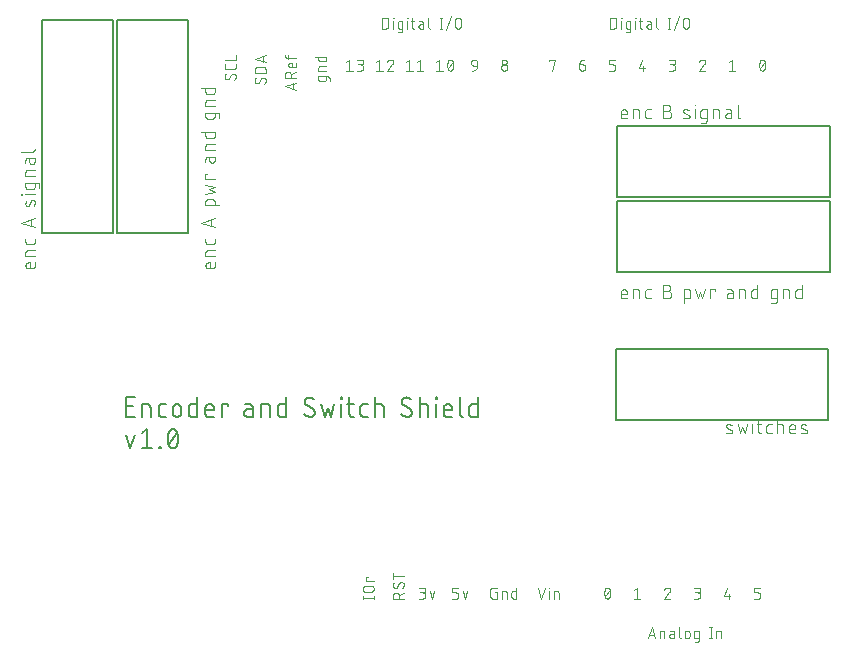
<source format=gbr>
G04 EAGLE Gerber RS-274X export*
G75*
%MOMM*%
%FSLAX34Y34*%
%LPD*%
%INSilkscreen Top*%
%IPPOS*%
%AMOC8*
5,1,8,0,0,1.08239X$1,22.5*%
G01*
%ADD10C,0.101600*%
%ADD11C,0.152400*%
%ADD12C,0.076200*%
%ADD13C,0.127000*%


D10*
X596392Y310501D02*
X596392Y307255D01*
X596390Y307168D01*
X596384Y307080D01*
X596374Y306994D01*
X596361Y306907D01*
X596343Y306822D01*
X596322Y306737D01*
X596297Y306653D01*
X596268Y306571D01*
X596235Y306490D01*
X596199Y306410D01*
X596160Y306332D01*
X596116Y306256D01*
X596070Y306182D01*
X596020Y306111D01*
X595967Y306041D01*
X595911Y305974D01*
X595852Y305910D01*
X595790Y305848D01*
X595726Y305789D01*
X595659Y305733D01*
X595589Y305680D01*
X595518Y305630D01*
X595444Y305584D01*
X595368Y305540D01*
X595290Y305501D01*
X595210Y305465D01*
X595129Y305432D01*
X595047Y305403D01*
X594963Y305378D01*
X594878Y305357D01*
X594793Y305339D01*
X594706Y305326D01*
X594620Y305316D01*
X594532Y305310D01*
X594445Y305308D01*
X591199Y305308D01*
X591098Y305310D01*
X590998Y305316D01*
X590898Y305326D01*
X590798Y305339D01*
X590699Y305357D01*
X590600Y305378D01*
X590503Y305403D01*
X590406Y305432D01*
X590311Y305465D01*
X590217Y305501D01*
X590125Y305541D01*
X590034Y305584D01*
X589945Y305631D01*
X589858Y305681D01*
X589772Y305735D01*
X589689Y305792D01*
X589609Y305852D01*
X589530Y305915D01*
X589454Y305982D01*
X589381Y306051D01*
X589311Y306123D01*
X589243Y306197D01*
X589178Y306274D01*
X589117Y306354D01*
X589058Y306436D01*
X589003Y306520D01*
X588951Y306606D01*
X588902Y306694D01*
X588857Y306784D01*
X588815Y306876D01*
X588777Y306969D01*
X588743Y307064D01*
X588712Y307159D01*
X588685Y307256D01*
X588662Y307354D01*
X588642Y307453D01*
X588627Y307553D01*
X588615Y307653D01*
X588607Y307753D01*
X588603Y307854D01*
X588603Y307954D01*
X588607Y308055D01*
X588615Y308155D01*
X588627Y308255D01*
X588642Y308355D01*
X588662Y308454D01*
X588685Y308552D01*
X588712Y308649D01*
X588743Y308744D01*
X588777Y308839D01*
X588815Y308932D01*
X588857Y309024D01*
X588902Y309114D01*
X588951Y309202D01*
X589003Y309288D01*
X589058Y309372D01*
X589117Y309454D01*
X589178Y309534D01*
X589243Y309611D01*
X589311Y309685D01*
X589381Y309757D01*
X589454Y309826D01*
X589530Y309893D01*
X589609Y309956D01*
X589689Y310016D01*
X589772Y310073D01*
X589858Y310127D01*
X589945Y310177D01*
X590034Y310224D01*
X590125Y310267D01*
X590217Y310307D01*
X590311Y310343D01*
X590406Y310376D01*
X590503Y310405D01*
X590600Y310430D01*
X590699Y310451D01*
X590798Y310469D01*
X590898Y310482D01*
X590998Y310492D01*
X591098Y310498D01*
X591199Y310500D01*
X591199Y310501D02*
X592497Y310501D01*
X592497Y305308D01*
X596392Y315595D02*
X588603Y315595D01*
X588603Y318841D01*
X588605Y318928D01*
X588611Y319016D01*
X588621Y319102D01*
X588634Y319189D01*
X588652Y319274D01*
X588673Y319359D01*
X588698Y319443D01*
X588727Y319525D01*
X588760Y319606D01*
X588796Y319686D01*
X588835Y319764D01*
X588879Y319840D01*
X588925Y319914D01*
X588975Y319985D01*
X589028Y320055D01*
X589084Y320122D01*
X589143Y320186D01*
X589204Y320248D01*
X589269Y320307D01*
X589336Y320363D01*
X589406Y320416D01*
X589477Y320466D01*
X589551Y320512D01*
X589627Y320556D01*
X589705Y320595D01*
X589785Y320631D01*
X589866Y320664D01*
X589948Y320693D01*
X590032Y320718D01*
X590117Y320739D01*
X590202Y320757D01*
X590289Y320770D01*
X590375Y320780D01*
X590463Y320786D01*
X590550Y320788D01*
X596392Y320788D01*
X596392Y327843D02*
X596392Y330439D01*
X596392Y327843D02*
X596390Y327756D01*
X596384Y327668D01*
X596374Y327582D01*
X596361Y327495D01*
X596343Y327410D01*
X596322Y327325D01*
X596297Y327241D01*
X596268Y327159D01*
X596235Y327078D01*
X596199Y326998D01*
X596160Y326920D01*
X596116Y326844D01*
X596070Y326770D01*
X596020Y326699D01*
X595967Y326629D01*
X595911Y326562D01*
X595852Y326498D01*
X595790Y326436D01*
X595726Y326377D01*
X595659Y326321D01*
X595589Y326268D01*
X595518Y326218D01*
X595444Y326172D01*
X595368Y326128D01*
X595290Y326089D01*
X595210Y326053D01*
X595129Y326020D01*
X595047Y325991D01*
X594963Y325966D01*
X594878Y325945D01*
X594793Y325927D01*
X594706Y325914D01*
X594620Y325904D01*
X594532Y325898D01*
X594445Y325896D01*
X594445Y325895D02*
X590550Y325895D01*
X590550Y325896D02*
X590463Y325898D01*
X590375Y325904D01*
X590289Y325914D01*
X590202Y325927D01*
X590117Y325945D01*
X590032Y325966D01*
X589948Y325991D01*
X589866Y326020D01*
X589785Y326053D01*
X589705Y326089D01*
X589627Y326128D01*
X589551Y326172D01*
X589477Y326218D01*
X589406Y326268D01*
X589336Y326321D01*
X589269Y326377D01*
X589205Y326436D01*
X589143Y326498D01*
X589084Y326562D01*
X589028Y326629D01*
X588975Y326699D01*
X588925Y326770D01*
X588879Y326844D01*
X588835Y326920D01*
X588796Y326998D01*
X588760Y327078D01*
X588727Y327159D01*
X588698Y327241D01*
X588673Y327325D01*
X588652Y327410D01*
X588634Y327495D01*
X588621Y327582D01*
X588611Y327668D01*
X588605Y327756D01*
X588603Y327843D01*
X588603Y330439D01*
X596392Y340205D02*
X584708Y344099D01*
X596392Y347994D01*
X593471Y347020D02*
X593471Y341178D01*
X588603Y358707D02*
X600287Y358707D01*
X588603Y358707D02*
X588603Y361952D01*
X588605Y362039D01*
X588611Y362127D01*
X588621Y362213D01*
X588634Y362300D01*
X588652Y362385D01*
X588673Y362470D01*
X588698Y362554D01*
X588727Y362636D01*
X588760Y362717D01*
X588796Y362797D01*
X588835Y362875D01*
X588879Y362951D01*
X588925Y363025D01*
X588975Y363096D01*
X589028Y363166D01*
X589084Y363233D01*
X589143Y363297D01*
X589204Y363359D01*
X589269Y363418D01*
X589336Y363474D01*
X589406Y363527D01*
X589477Y363577D01*
X589551Y363623D01*
X589627Y363667D01*
X589705Y363706D01*
X589785Y363742D01*
X589866Y363775D01*
X589948Y363804D01*
X590032Y363829D01*
X590117Y363850D01*
X590202Y363868D01*
X590289Y363881D01*
X590375Y363891D01*
X590463Y363897D01*
X590550Y363899D01*
X590550Y363900D02*
X594445Y363900D01*
X594445Y363899D02*
X594532Y363897D01*
X594620Y363891D01*
X594706Y363881D01*
X594793Y363868D01*
X594878Y363850D01*
X594963Y363829D01*
X595047Y363804D01*
X595129Y363775D01*
X595210Y363742D01*
X595290Y363706D01*
X595368Y363667D01*
X595444Y363623D01*
X595518Y363577D01*
X595589Y363527D01*
X595659Y363474D01*
X595726Y363418D01*
X595790Y363359D01*
X595852Y363297D01*
X595911Y363233D01*
X595967Y363166D01*
X596020Y363096D01*
X596070Y363025D01*
X596116Y362951D01*
X596160Y362875D01*
X596199Y362797D01*
X596235Y362717D01*
X596268Y362636D01*
X596297Y362554D01*
X596322Y362470D01*
X596343Y362385D01*
X596361Y362300D01*
X596374Y362213D01*
X596384Y362127D01*
X596390Y362039D01*
X596392Y361952D01*
X596392Y358707D01*
X596392Y370346D02*
X588603Y368399D01*
X591199Y372293D02*
X596392Y370346D01*
X596392Y374241D02*
X591199Y372293D01*
X588603Y376188D02*
X596392Y374241D01*
X596392Y381193D02*
X588603Y381193D01*
X588603Y385088D01*
X589901Y385088D01*
X591848Y397056D02*
X591848Y399977D01*
X591848Y397056D02*
X591850Y396962D01*
X591856Y396868D01*
X591865Y396775D01*
X591879Y396682D01*
X591896Y396590D01*
X591918Y396498D01*
X591942Y396408D01*
X591971Y396318D01*
X592003Y396230D01*
X592039Y396143D01*
X592079Y396058D01*
X592122Y395975D01*
X592168Y395893D01*
X592218Y395813D01*
X592271Y395736D01*
X592327Y395661D01*
X592386Y395588D01*
X592448Y395517D01*
X592513Y395449D01*
X592581Y395384D01*
X592652Y395322D01*
X592725Y395263D01*
X592800Y395207D01*
X592877Y395154D01*
X592957Y395104D01*
X593039Y395058D01*
X593122Y395015D01*
X593207Y394975D01*
X593294Y394939D01*
X593382Y394907D01*
X593472Y394878D01*
X593562Y394854D01*
X593654Y394832D01*
X593746Y394815D01*
X593839Y394801D01*
X593932Y394792D01*
X594026Y394786D01*
X594120Y394784D01*
X594214Y394786D01*
X594308Y394792D01*
X594401Y394801D01*
X594494Y394815D01*
X594586Y394832D01*
X594678Y394854D01*
X594768Y394878D01*
X594858Y394907D01*
X594946Y394939D01*
X595033Y394975D01*
X595118Y395015D01*
X595201Y395058D01*
X595283Y395104D01*
X595363Y395154D01*
X595440Y395207D01*
X595515Y395263D01*
X595588Y395322D01*
X595659Y395384D01*
X595727Y395449D01*
X595792Y395517D01*
X595854Y395588D01*
X595913Y395661D01*
X595969Y395736D01*
X596022Y395813D01*
X596072Y395893D01*
X596118Y395975D01*
X596161Y396058D01*
X596201Y396143D01*
X596237Y396230D01*
X596269Y396318D01*
X596298Y396408D01*
X596322Y396498D01*
X596344Y396590D01*
X596361Y396682D01*
X596375Y396775D01*
X596384Y396868D01*
X596390Y396962D01*
X596392Y397056D01*
X596392Y399977D01*
X590550Y399977D01*
X590463Y399975D01*
X590375Y399969D01*
X590289Y399959D01*
X590202Y399946D01*
X590117Y399928D01*
X590032Y399907D01*
X589948Y399882D01*
X589866Y399853D01*
X589785Y399820D01*
X589705Y399784D01*
X589627Y399745D01*
X589551Y399701D01*
X589477Y399655D01*
X589406Y399605D01*
X589336Y399552D01*
X589269Y399496D01*
X589205Y399437D01*
X589143Y399375D01*
X589084Y399311D01*
X589028Y399244D01*
X588975Y399174D01*
X588925Y399103D01*
X588879Y399029D01*
X588835Y398953D01*
X588796Y398875D01*
X588760Y398795D01*
X588727Y398714D01*
X588698Y398632D01*
X588673Y398548D01*
X588652Y398463D01*
X588634Y398378D01*
X588621Y398291D01*
X588611Y398205D01*
X588605Y398117D01*
X588603Y398030D01*
X588603Y395433D01*
X588603Y405511D02*
X596392Y405511D01*
X588603Y405511D02*
X588603Y408756D01*
X588605Y408843D01*
X588611Y408931D01*
X588621Y409017D01*
X588634Y409104D01*
X588652Y409189D01*
X588673Y409274D01*
X588698Y409358D01*
X588727Y409440D01*
X588760Y409521D01*
X588796Y409601D01*
X588835Y409679D01*
X588879Y409755D01*
X588925Y409829D01*
X588975Y409900D01*
X589028Y409970D01*
X589084Y410037D01*
X589143Y410101D01*
X589204Y410163D01*
X589269Y410222D01*
X589336Y410278D01*
X589406Y410331D01*
X589477Y410381D01*
X589551Y410427D01*
X589627Y410471D01*
X589705Y410510D01*
X589785Y410546D01*
X589866Y410579D01*
X589948Y410608D01*
X590032Y410633D01*
X590117Y410654D01*
X590202Y410672D01*
X590289Y410685D01*
X590375Y410695D01*
X590463Y410701D01*
X590550Y410703D01*
X590550Y410704D02*
X596392Y410704D01*
X596392Y420932D02*
X584708Y420932D01*
X596392Y420932D02*
X596392Y417686D01*
X596390Y417599D01*
X596384Y417511D01*
X596374Y417425D01*
X596361Y417338D01*
X596343Y417253D01*
X596322Y417168D01*
X596297Y417084D01*
X596268Y417002D01*
X596235Y416921D01*
X596199Y416841D01*
X596160Y416763D01*
X596116Y416687D01*
X596070Y416613D01*
X596020Y416542D01*
X595967Y416472D01*
X595911Y416405D01*
X595852Y416341D01*
X595790Y416279D01*
X595726Y416220D01*
X595659Y416164D01*
X595589Y416111D01*
X595518Y416061D01*
X595444Y416015D01*
X595368Y415971D01*
X595290Y415932D01*
X595210Y415896D01*
X595129Y415863D01*
X595047Y415834D01*
X594963Y415809D01*
X594878Y415788D01*
X594793Y415770D01*
X594706Y415757D01*
X594620Y415747D01*
X594532Y415741D01*
X594445Y415739D01*
X590550Y415739D01*
X590463Y415741D01*
X590375Y415747D01*
X590289Y415757D01*
X590202Y415770D01*
X590117Y415788D01*
X590032Y415809D01*
X589948Y415834D01*
X589866Y415863D01*
X589785Y415896D01*
X589705Y415932D01*
X589627Y415971D01*
X589551Y416015D01*
X589477Y416061D01*
X589406Y416111D01*
X589336Y416164D01*
X589269Y416220D01*
X589205Y416279D01*
X589143Y416341D01*
X589084Y416405D01*
X589028Y416472D01*
X588975Y416542D01*
X588925Y416613D01*
X588879Y416687D01*
X588835Y416763D01*
X588796Y416841D01*
X588760Y416921D01*
X588727Y417002D01*
X588698Y417084D01*
X588673Y417168D01*
X588652Y417253D01*
X588634Y417338D01*
X588621Y417425D01*
X588611Y417511D01*
X588605Y417599D01*
X588603Y417686D01*
X588603Y420932D01*
X596392Y434069D02*
X596392Y437315D01*
X596392Y434069D02*
X596390Y433982D01*
X596384Y433894D01*
X596374Y433808D01*
X596361Y433721D01*
X596343Y433636D01*
X596322Y433551D01*
X596297Y433467D01*
X596268Y433385D01*
X596235Y433304D01*
X596199Y433224D01*
X596160Y433146D01*
X596116Y433070D01*
X596070Y432996D01*
X596020Y432925D01*
X595967Y432855D01*
X595911Y432788D01*
X595852Y432724D01*
X595790Y432662D01*
X595726Y432603D01*
X595659Y432547D01*
X595589Y432494D01*
X595518Y432444D01*
X595444Y432398D01*
X595368Y432354D01*
X595290Y432315D01*
X595210Y432279D01*
X595129Y432246D01*
X595047Y432217D01*
X594963Y432192D01*
X594878Y432171D01*
X594793Y432153D01*
X594706Y432140D01*
X594620Y432130D01*
X594532Y432124D01*
X594445Y432122D01*
X590550Y432122D01*
X590463Y432124D01*
X590375Y432130D01*
X590289Y432140D01*
X590202Y432153D01*
X590117Y432171D01*
X590032Y432192D01*
X589948Y432217D01*
X589866Y432246D01*
X589785Y432279D01*
X589705Y432315D01*
X589627Y432354D01*
X589551Y432398D01*
X589477Y432444D01*
X589406Y432494D01*
X589336Y432547D01*
X589269Y432603D01*
X589205Y432662D01*
X589143Y432724D01*
X589084Y432788D01*
X589028Y432855D01*
X588975Y432925D01*
X588925Y432996D01*
X588879Y433070D01*
X588835Y433146D01*
X588796Y433224D01*
X588760Y433304D01*
X588727Y433385D01*
X588698Y433467D01*
X588673Y433551D01*
X588652Y433636D01*
X588634Y433721D01*
X588621Y433808D01*
X588611Y433894D01*
X588605Y433982D01*
X588603Y434069D01*
X588603Y437315D01*
X598339Y437315D01*
X598426Y437313D01*
X598514Y437307D01*
X598600Y437297D01*
X598687Y437284D01*
X598772Y437266D01*
X598857Y437245D01*
X598941Y437220D01*
X599023Y437191D01*
X599104Y437158D01*
X599184Y437122D01*
X599262Y437083D01*
X599338Y437039D01*
X599412Y436993D01*
X599483Y436943D01*
X599553Y436890D01*
X599620Y436834D01*
X599684Y436775D01*
X599746Y436713D01*
X599805Y436649D01*
X599861Y436582D01*
X599914Y436512D01*
X599964Y436441D01*
X600010Y436367D01*
X600054Y436291D01*
X600093Y436213D01*
X600129Y436133D01*
X600162Y436052D01*
X600191Y435970D01*
X600216Y435886D01*
X600237Y435801D01*
X600255Y435716D01*
X600268Y435629D01*
X600278Y435543D01*
X600284Y435455D01*
X600286Y435368D01*
X600287Y435368D02*
X600287Y432771D01*
X596392Y442849D02*
X588603Y442849D01*
X588603Y446094D01*
X588605Y446181D01*
X588611Y446269D01*
X588621Y446355D01*
X588634Y446442D01*
X588652Y446527D01*
X588673Y446612D01*
X588698Y446696D01*
X588727Y446778D01*
X588760Y446859D01*
X588796Y446939D01*
X588835Y447017D01*
X588879Y447093D01*
X588925Y447167D01*
X588975Y447238D01*
X589028Y447308D01*
X589084Y447375D01*
X589143Y447439D01*
X589204Y447501D01*
X589269Y447560D01*
X589336Y447616D01*
X589406Y447669D01*
X589477Y447719D01*
X589551Y447765D01*
X589627Y447809D01*
X589705Y447848D01*
X589785Y447884D01*
X589866Y447917D01*
X589948Y447946D01*
X590032Y447971D01*
X590117Y447992D01*
X590202Y448010D01*
X590289Y448023D01*
X590375Y448033D01*
X590463Y448039D01*
X590550Y448041D01*
X590550Y448042D02*
X596392Y448042D01*
X596392Y458270D02*
X584708Y458270D01*
X596392Y458270D02*
X596392Y455024D01*
X596390Y454937D01*
X596384Y454849D01*
X596374Y454763D01*
X596361Y454676D01*
X596343Y454591D01*
X596322Y454506D01*
X596297Y454422D01*
X596268Y454340D01*
X596235Y454259D01*
X596199Y454179D01*
X596160Y454101D01*
X596116Y454025D01*
X596070Y453951D01*
X596020Y453880D01*
X595967Y453810D01*
X595911Y453743D01*
X595852Y453679D01*
X595790Y453617D01*
X595726Y453558D01*
X595659Y453502D01*
X595589Y453449D01*
X595518Y453399D01*
X595444Y453353D01*
X595368Y453309D01*
X595290Y453270D01*
X595210Y453234D01*
X595129Y453201D01*
X595047Y453172D01*
X594963Y453147D01*
X594878Y453126D01*
X594793Y453108D01*
X594706Y453095D01*
X594620Y453085D01*
X594532Y453079D01*
X594445Y453077D01*
X590550Y453077D01*
X590463Y453079D01*
X590375Y453085D01*
X590289Y453095D01*
X590202Y453108D01*
X590117Y453126D01*
X590032Y453147D01*
X589948Y453172D01*
X589866Y453201D01*
X589785Y453234D01*
X589705Y453270D01*
X589627Y453309D01*
X589551Y453353D01*
X589477Y453399D01*
X589406Y453449D01*
X589336Y453502D01*
X589269Y453558D01*
X589205Y453617D01*
X589143Y453679D01*
X589084Y453743D01*
X589028Y453810D01*
X588975Y453880D01*
X588925Y453951D01*
X588879Y454025D01*
X588835Y454101D01*
X588796Y454179D01*
X588760Y454259D01*
X588727Y454340D01*
X588698Y454422D01*
X588673Y454506D01*
X588652Y454591D01*
X588634Y454676D01*
X588621Y454763D01*
X588611Y454849D01*
X588605Y454937D01*
X588603Y455024D01*
X588603Y458270D01*
X443992Y310501D02*
X443992Y307255D01*
X443990Y307168D01*
X443984Y307080D01*
X443974Y306994D01*
X443961Y306907D01*
X443943Y306822D01*
X443922Y306737D01*
X443897Y306653D01*
X443868Y306571D01*
X443835Y306490D01*
X443799Y306410D01*
X443760Y306332D01*
X443716Y306256D01*
X443670Y306182D01*
X443620Y306111D01*
X443567Y306041D01*
X443511Y305974D01*
X443452Y305910D01*
X443390Y305848D01*
X443326Y305789D01*
X443259Y305733D01*
X443189Y305680D01*
X443118Y305630D01*
X443044Y305584D01*
X442968Y305540D01*
X442890Y305501D01*
X442810Y305465D01*
X442729Y305432D01*
X442647Y305403D01*
X442563Y305378D01*
X442478Y305357D01*
X442393Y305339D01*
X442306Y305326D01*
X442220Y305316D01*
X442132Y305310D01*
X442045Y305308D01*
X438799Y305308D01*
X438698Y305310D01*
X438598Y305316D01*
X438498Y305326D01*
X438398Y305339D01*
X438299Y305357D01*
X438200Y305378D01*
X438103Y305403D01*
X438006Y305432D01*
X437911Y305465D01*
X437817Y305501D01*
X437725Y305541D01*
X437634Y305584D01*
X437545Y305631D01*
X437458Y305681D01*
X437372Y305735D01*
X437289Y305792D01*
X437209Y305852D01*
X437130Y305915D01*
X437054Y305982D01*
X436981Y306051D01*
X436911Y306123D01*
X436843Y306197D01*
X436778Y306274D01*
X436717Y306354D01*
X436658Y306436D01*
X436603Y306520D01*
X436551Y306606D01*
X436502Y306694D01*
X436457Y306784D01*
X436415Y306876D01*
X436377Y306969D01*
X436343Y307064D01*
X436312Y307159D01*
X436285Y307256D01*
X436262Y307354D01*
X436242Y307453D01*
X436227Y307553D01*
X436215Y307653D01*
X436207Y307753D01*
X436203Y307854D01*
X436203Y307954D01*
X436207Y308055D01*
X436215Y308155D01*
X436227Y308255D01*
X436242Y308355D01*
X436262Y308454D01*
X436285Y308552D01*
X436312Y308649D01*
X436343Y308744D01*
X436377Y308839D01*
X436415Y308932D01*
X436457Y309024D01*
X436502Y309114D01*
X436551Y309202D01*
X436603Y309288D01*
X436658Y309372D01*
X436717Y309454D01*
X436778Y309534D01*
X436843Y309611D01*
X436911Y309685D01*
X436981Y309757D01*
X437054Y309826D01*
X437130Y309893D01*
X437209Y309956D01*
X437289Y310016D01*
X437372Y310073D01*
X437458Y310127D01*
X437545Y310177D01*
X437634Y310224D01*
X437725Y310267D01*
X437817Y310307D01*
X437911Y310343D01*
X438006Y310376D01*
X438103Y310405D01*
X438200Y310430D01*
X438299Y310451D01*
X438398Y310469D01*
X438498Y310482D01*
X438598Y310492D01*
X438698Y310498D01*
X438799Y310500D01*
X438799Y310501D02*
X440097Y310501D01*
X440097Y305308D01*
X443992Y315595D02*
X436203Y315595D01*
X436203Y318841D01*
X436205Y318928D01*
X436211Y319016D01*
X436221Y319102D01*
X436234Y319189D01*
X436252Y319274D01*
X436273Y319359D01*
X436298Y319443D01*
X436327Y319525D01*
X436360Y319606D01*
X436396Y319686D01*
X436435Y319764D01*
X436479Y319840D01*
X436525Y319914D01*
X436575Y319985D01*
X436628Y320055D01*
X436684Y320122D01*
X436743Y320186D01*
X436804Y320248D01*
X436869Y320307D01*
X436936Y320363D01*
X437006Y320416D01*
X437077Y320466D01*
X437151Y320512D01*
X437227Y320556D01*
X437305Y320595D01*
X437385Y320631D01*
X437466Y320664D01*
X437548Y320693D01*
X437632Y320718D01*
X437717Y320739D01*
X437802Y320757D01*
X437889Y320770D01*
X437975Y320780D01*
X438063Y320786D01*
X438150Y320788D01*
X443992Y320788D01*
X443992Y327843D02*
X443992Y330439D01*
X443992Y327843D02*
X443990Y327756D01*
X443984Y327668D01*
X443974Y327582D01*
X443961Y327495D01*
X443943Y327410D01*
X443922Y327325D01*
X443897Y327241D01*
X443868Y327159D01*
X443835Y327078D01*
X443799Y326998D01*
X443760Y326920D01*
X443716Y326844D01*
X443670Y326770D01*
X443620Y326699D01*
X443567Y326629D01*
X443511Y326562D01*
X443452Y326498D01*
X443390Y326436D01*
X443326Y326377D01*
X443259Y326321D01*
X443189Y326268D01*
X443118Y326218D01*
X443044Y326172D01*
X442968Y326128D01*
X442890Y326089D01*
X442810Y326053D01*
X442729Y326020D01*
X442647Y325991D01*
X442563Y325966D01*
X442478Y325945D01*
X442393Y325927D01*
X442306Y325914D01*
X442220Y325904D01*
X442132Y325898D01*
X442045Y325896D01*
X442045Y325895D02*
X438150Y325895D01*
X438150Y325896D02*
X438063Y325898D01*
X437975Y325904D01*
X437889Y325914D01*
X437802Y325927D01*
X437717Y325945D01*
X437632Y325966D01*
X437548Y325991D01*
X437466Y326020D01*
X437385Y326053D01*
X437305Y326089D01*
X437227Y326128D01*
X437151Y326172D01*
X437077Y326218D01*
X437006Y326268D01*
X436936Y326321D01*
X436869Y326377D01*
X436805Y326436D01*
X436743Y326498D01*
X436684Y326562D01*
X436628Y326629D01*
X436575Y326699D01*
X436525Y326770D01*
X436479Y326844D01*
X436435Y326920D01*
X436396Y326998D01*
X436360Y327078D01*
X436327Y327159D01*
X436298Y327241D01*
X436273Y327325D01*
X436252Y327410D01*
X436234Y327495D01*
X436221Y327582D01*
X436211Y327668D01*
X436205Y327756D01*
X436203Y327843D01*
X436203Y330439D01*
X443992Y340205D02*
X432308Y344099D01*
X443992Y347994D01*
X441071Y347020D02*
X441071Y341178D01*
X439448Y359241D02*
X440746Y362486D01*
X439449Y359241D02*
X439416Y359166D01*
X439380Y359092D01*
X439341Y359020D01*
X439298Y358950D01*
X439252Y358883D01*
X439202Y358817D01*
X439150Y358755D01*
X439094Y358694D01*
X439036Y358637D01*
X438975Y358582D01*
X438911Y358531D01*
X438845Y358483D01*
X438776Y358438D01*
X438706Y358396D01*
X438633Y358358D01*
X438559Y358323D01*
X438483Y358292D01*
X438406Y358265D01*
X438327Y358242D01*
X438248Y358222D01*
X438167Y358207D01*
X438086Y358195D01*
X438004Y358187D01*
X437923Y358183D01*
X437841Y358184D01*
X437759Y358188D01*
X437677Y358196D01*
X437596Y358208D01*
X437516Y358224D01*
X437436Y358244D01*
X437358Y358268D01*
X437281Y358296D01*
X437205Y358327D01*
X437131Y358362D01*
X437059Y358400D01*
X436988Y358442D01*
X436920Y358488D01*
X436854Y358536D01*
X436791Y358588D01*
X436730Y358643D01*
X436672Y358701D01*
X436616Y358761D01*
X436564Y358824D01*
X436515Y358890D01*
X436469Y358958D01*
X436427Y359028D01*
X436387Y359100D01*
X436352Y359174D01*
X436320Y359249D01*
X436292Y359326D01*
X436268Y359404D01*
X436247Y359484D01*
X436230Y359564D01*
X436218Y359645D01*
X436209Y359726D01*
X436204Y359808D01*
X436203Y359890D01*
X436203Y359889D02*
X436207Y360066D01*
X436216Y360243D01*
X436230Y360420D01*
X436247Y360597D01*
X436269Y360772D01*
X436294Y360948D01*
X436325Y361122D01*
X436359Y361296D01*
X436397Y361469D01*
X436440Y361641D01*
X436487Y361812D01*
X436537Y361982D01*
X436592Y362151D01*
X436651Y362318D01*
X436714Y362484D01*
X436781Y362648D01*
X436852Y362810D01*
X440746Y362486D02*
X440779Y362561D01*
X440815Y362635D01*
X440854Y362707D01*
X440897Y362777D01*
X440943Y362844D01*
X440993Y362910D01*
X441045Y362972D01*
X441101Y363033D01*
X441159Y363090D01*
X441220Y363145D01*
X441284Y363196D01*
X441350Y363244D01*
X441419Y363289D01*
X441489Y363331D01*
X441562Y363369D01*
X441636Y363404D01*
X441712Y363435D01*
X441789Y363462D01*
X441868Y363485D01*
X441948Y363505D01*
X442028Y363520D01*
X442109Y363532D01*
X442191Y363540D01*
X442272Y363544D01*
X442354Y363543D01*
X442436Y363539D01*
X442518Y363531D01*
X442599Y363519D01*
X442679Y363503D01*
X442759Y363483D01*
X442837Y363459D01*
X442914Y363431D01*
X442990Y363400D01*
X443064Y363365D01*
X443136Y363327D01*
X443207Y363285D01*
X443275Y363239D01*
X443341Y363191D01*
X443404Y363139D01*
X443465Y363084D01*
X443523Y363026D01*
X443579Y362966D01*
X443631Y362903D01*
X443680Y362837D01*
X443726Y362769D01*
X443768Y362699D01*
X443808Y362627D01*
X443843Y362553D01*
X443875Y362478D01*
X443903Y362401D01*
X443927Y362323D01*
X443948Y362243D01*
X443965Y362163D01*
X443977Y362082D01*
X443986Y362001D01*
X443991Y361919D01*
X443992Y361837D01*
X443985Y361577D01*
X443972Y361317D01*
X443953Y361057D01*
X443928Y360798D01*
X443896Y360539D01*
X443859Y360282D01*
X443815Y360025D01*
X443766Y359769D01*
X443710Y359515D01*
X443649Y359262D01*
X443581Y359011D01*
X443507Y358761D01*
X443428Y358513D01*
X443343Y358267D01*
X443992Y368102D02*
X436203Y368102D01*
X432957Y367778D02*
X432308Y367778D01*
X432308Y368427D01*
X432957Y368427D01*
X432957Y367778D01*
X443992Y374633D02*
X443992Y377879D01*
X443992Y374633D02*
X443990Y374546D01*
X443984Y374458D01*
X443974Y374372D01*
X443961Y374285D01*
X443943Y374200D01*
X443922Y374115D01*
X443897Y374031D01*
X443868Y373949D01*
X443835Y373868D01*
X443799Y373788D01*
X443760Y373710D01*
X443716Y373634D01*
X443670Y373560D01*
X443620Y373489D01*
X443567Y373419D01*
X443511Y373352D01*
X443452Y373288D01*
X443390Y373226D01*
X443326Y373167D01*
X443259Y373111D01*
X443189Y373058D01*
X443118Y373008D01*
X443044Y372962D01*
X442968Y372918D01*
X442890Y372879D01*
X442810Y372843D01*
X442729Y372810D01*
X442647Y372781D01*
X442563Y372756D01*
X442478Y372735D01*
X442393Y372717D01*
X442306Y372704D01*
X442220Y372694D01*
X442132Y372688D01*
X442045Y372686D01*
X438150Y372686D01*
X438063Y372688D01*
X437975Y372694D01*
X437889Y372704D01*
X437802Y372717D01*
X437717Y372735D01*
X437632Y372756D01*
X437548Y372781D01*
X437466Y372810D01*
X437385Y372843D01*
X437305Y372879D01*
X437227Y372918D01*
X437151Y372962D01*
X437077Y373008D01*
X437006Y373058D01*
X436936Y373111D01*
X436869Y373167D01*
X436805Y373226D01*
X436743Y373288D01*
X436684Y373352D01*
X436628Y373419D01*
X436575Y373489D01*
X436525Y373560D01*
X436479Y373634D01*
X436435Y373710D01*
X436396Y373788D01*
X436360Y373868D01*
X436327Y373949D01*
X436298Y374031D01*
X436273Y374115D01*
X436252Y374200D01*
X436234Y374285D01*
X436221Y374372D01*
X436211Y374458D01*
X436205Y374546D01*
X436203Y374633D01*
X436203Y377879D01*
X445939Y377879D01*
X446026Y377877D01*
X446114Y377871D01*
X446200Y377861D01*
X446287Y377848D01*
X446372Y377830D01*
X446457Y377809D01*
X446541Y377784D01*
X446623Y377755D01*
X446704Y377722D01*
X446784Y377686D01*
X446862Y377647D01*
X446938Y377603D01*
X447012Y377557D01*
X447083Y377507D01*
X447153Y377454D01*
X447220Y377398D01*
X447284Y377339D01*
X447346Y377277D01*
X447405Y377213D01*
X447461Y377146D01*
X447514Y377076D01*
X447564Y377005D01*
X447610Y376931D01*
X447654Y376855D01*
X447693Y376777D01*
X447729Y376697D01*
X447762Y376616D01*
X447791Y376534D01*
X447816Y376450D01*
X447837Y376365D01*
X447855Y376280D01*
X447868Y376193D01*
X447878Y376107D01*
X447884Y376019D01*
X447886Y375932D01*
X447887Y375932D02*
X447887Y373335D01*
X443992Y383413D02*
X436203Y383413D01*
X436203Y386658D01*
X436205Y386745D01*
X436211Y386833D01*
X436221Y386919D01*
X436234Y387006D01*
X436252Y387091D01*
X436273Y387176D01*
X436298Y387260D01*
X436327Y387342D01*
X436360Y387423D01*
X436396Y387503D01*
X436435Y387581D01*
X436479Y387657D01*
X436525Y387731D01*
X436575Y387802D01*
X436628Y387872D01*
X436684Y387939D01*
X436743Y388003D01*
X436804Y388065D01*
X436869Y388124D01*
X436936Y388180D01*
X437006Y388233D01*
X437077Y388283D01*
X437151Y388329D01*
X437227Y388373D01*
X437305Y388412D01*
X437385Y388448D01*
X437466Y388481D01*
X437548Y388510D01*
X437632Y388535D01*
X437717Y388556D01*
X437802Y388574D01*
X437889Y388587D01*
X437975Y388597D01*
X438063Y388603D01*
X438150Y388605D01*
X438150Y388606D02*
X443992Y388606D01*
X439448Y395913D02*
X439448Y398834D01*
X439448Y395913D02*
X439450Y395819D01*
X439456Y395725D01*
X439465Y395632D01*
X439479Y395539D01*
X439496Y395447D01*
X439518Y395355D01*
X439542Y395265D01*
X439571Y395175D01*
X439603Y395087D01*
X439639Y395000D01*
X439679Y394915D01*
X439722Y394832D01*
X439768Y394750D01*
X439818Y394670D01*
X439871Y394593D01*
X439927Y394518D01*
X439986Y394445D01*
X440048Y394374D01*
X440113Y394306D01*
X440181Y394241D01*
X440252Y394179D01*
X440325Y394120D01*
X440400Y394064D01*
X440477Y394011D01*
X440557Y393961D01*
X440639Y393915D01*
X440722Y393872D01*
X440807Y393832D01*
X440894Y393796D01*
X440982Y393764D01*
X441072Y393735D01*
X441162Y393711D01*
X441254Y393689D01*
X441346Y393672D01*
X441439Y393658D01*
X441532Y393649D01*
X441626Y393643D01*
X441720Y393641D01*
X441814Y393643D01*
X441908Y393649D01*
X442001Y393658D01*
X442094Y393672D01*
X442186Y393689D01*
X442278Y393711D01*
X442368Y393735D01*
X442458Y393764D01*
X442546Y393796D01*
X442633Y393832D01*
X442718Y393872D01*
X442801Y393915D01*
X442883Y393961D01*
X442963Y394011D01*
X443040Y394064D01*
X443115Y394120D01*
X443188Y394179D01*
X443259Y394241D01*
X443327Y394306D01*
X443392Y394374D01*
X443454Y394445D01*
X443513Y394518D01*
X443569Y394593D01*
X443622Y394670D01*
X443672Y394750D01*
X443718Y394832D01*
X443761Y394915D01*
X443801Y395000D01*
X443837Y395087D01*
X443869Y395175D01*
X443898Y395265D01*
X443922Y395355D01*
X443944Y395447D01*
X443961Y395539D01*
X443975Y395632D01*
X443984Y395725D01*
X443990Y395819D01*
X443992Y395913D01*
X443992Y398834D01*
X438150Y398834D01*
X438063Y398832D01*
X437975Y398826D01*
X437889Y398816D01*
X437802Y398803D01*
X437717Y398785D01*
X437632Y398764D01*
X437548Y398739D01*
X437466Y398710D01*
X437385Y398677D01*
X437305Y398641D01*
X437227Y398602D01*
X437151Y398558D01*
X437077Y398512D01*
X437006Y398462D01*
X436936Y398409D01*
X436869Y398353D01*
X436805Y398294D01*
X436743Y398232D01*
X436684Y398168D01*
X436628Y398101D01*
X436575Y398031D01*
X436525Y397960D01*
X436479Y397886D01*
X436435Y397810D01*
X436396Y397732D01*
X436360Y397652D01*
X436327Y397571D01*
X436298Y397489D01*
X436273Y397405D01*
X436252Y397320D01*
X436234Y397235D01*
X436221Y397148D01*
X436211Y397062D01*
X436205Y396974D01*
X436203Y396887D01*
X436203Y394290D01*
X432308Y404136D02*
X442045Y404136D01*
X442045Y404137D02*
X442132Y404139D01*
X442220Y404145D01*
X442306Y404155D01*
X442393Y404168D01*
X442478Y404186D01*
X442563Y404207D01*
X442647Y404232D01*
X442729Y404261D01*
X442810Y404294D01*
X442890Y404330D01*
X442968Y404369D01*
X443044Y404413D01*
X443118Y404459D01*
X443189Y404509D01*
X443259Y404562D01*
X443326Y404618D01*
X443390Y404677D01*
X443452Y404739D01*
X443511Y404803D01*
X443567Y404870D01*
X443620Y404940D01*
X443670Y405011D01*
X443716Y405085D01*
X443760Y405161D01*
X443799Y405239D01*
X443835Y405319D01*
X443868Y405400D01*
X443897Y405482D01*
X443922Y405566D01*
X443943Y405651D01*
X443961Y405736D01*
X443974Y405823D01*
X443984Y405909D01*
X443990Y405997D01*
X443992Y406084D01*
X942255Y279908D02*
X945501Y279908D01*
X942255Y279908D02*
X942168Y279910D01*
X942080Y279916D01*
X941994Y279926D01*
X941907Y279939D01*
X941822Y279957D01*
X941737Y279978D01*
X941653Y280003D01*
X941571Y280032D01*
X941490Y280065D01*
X941410Y280101D01*
X941332Y280140D01*
X941256Y280184D01*
X941182Y280230D01*
X941111Y280280D01*
X941041Y280333D01*
X940974Y280389D01*
X940910Y280448D01*
X940848Y280510D01*
X940789Y280574D01*
X940733Y280641D01*
X940680Y280711D01*
X940630Y280782D01*
X940584Y280856D01*
X940540Y280932D01*
X940501Y281010D01*
X940465Y281090D01*
X940432Y281171D01*
X940403Y281253D01*
X940378Y281337D01*
X940357Y281422D01*
X940339Y281507D01*
X940326Y281594D01*
X940316Y281680D01*
X940310Y281768D01*
X940308Y281855D01*
X940308Y285101D01*
X940310Y285202D01*
X940316Y285302D01*
X940326Y285402D01*
X940339Y285502D01*
X940357Y285601D01*
X940378Y285700D01*
X940403Y285797D01*
X940432Y285894D01*
X940465Y285989D01*
X940501Y286083D01*
X940541Y286175D01*
X940584Y286266D01*
X940631Y286355D01*
X940681Y286442D01*
X940735Y286528D01*
X940792Y286611D01*
X940852Y286691D01*
X940915Y286770D01*
X940982Y286846D01*
X941051Y286919D01*
X941123Y286989D01*
X941197Y287057D01*
X941274Y287122D01*
X941354Y287183D01*
X941436Y287242D01*
X941520Y287297D01*
X941606Y287349D01*
X941694Y287398D01*
X941784Y287443D01*
X941876Y287485D01*
X941969Y287523D01*
X942064Y287557D01*
X942159Y287588D01*
X942256Y287615D01*
X942354Y287638D01*
X942453Y287658D01*
X942553Y287673D01*
X942653Y287685D01*
X942753Y287693D01*
X942854Y287697D01*
X942954Y287697D01*
X943055Y287693D01*
X943155Y287685D01*
X943255Y287673D01*
X943355Y287658D01*
X943454Y287638D01*
X943552Y287615D01*
X943649Y287588D01*
X943744Y287557D01*
X943839Y287523D01*
X943932Y287485D01*
X944024Y287443D01*
X944114Y287398D01*
X944202Y287349D01*
X944288Y287297D01*
X944372Y287242D01*
X944454Y287183D01*
X944534Y287122D01*
X944611Y287057D01*
X944685Y286989D01*
X944757Y286919D01*
X944826Y286846D01*
X944893Y286770D01*
X944956Y286691D01*
X945016Y286611D01*
X945073Y286528D01*
X945127Y286442D01*
X945177Y286355D01*
X945224Y286266D01*
X945267Y286175D01*
X945307Y286083D01*
X945343Y285989D01*
X945376Y285894D01*
X945405Y285797D01*
X945430Y285700D01*
X945451Y285601D01*
X945469Y285502D01*
X945482Y285402D01*
X945492Y285302D01*
X945498Y285202D01*
X945500Y285101D01*
X945501Y285101D02*
X945501Y283803D01*
X940308Y283803D01*
X950595Y279908D02*
X950595Y287697D01*
X953841Y287697D01*
X953928Y287695D01*
X954016Y287689D01*
X954102Y287679D01*
X954189Y287666D01*
X954274Y287648D01*
X954359Y287627D01*
X954443Y287602D01*
X954525Y287573D01*
X954606Y287540D01*
X954686Y287504D01*
X954764Y287465D01*
X954840Y287421D01*
X954914Y287375D01*
X954985Y287325D01*
X955055Y287272D01*
X955122Y287216D01*
X955186Y287157D01*
X955248Y287096D01*
X955307Y287031D01*
X955363Y286964D01*
X955416Y286894D01*
X955466Y286823D01*
X955512Y286749D01*
X955556Y286673D01*
X955595Y286595D01*
X955631Y286515D01*
X955664Y286434D01*
X955693Y286352D01*
X955718Y286268D01*
X955739Y286183D01*
X955757Y286098D01*
X955770Y286011D01*
X955780Y285925D01*
X955786Y285837D01*
X955788Y285750D01*
X955788Y279908D01*
X962843Y279908D02*
X965439Y279908D01*
X962843Y279908D02*
X962756Y279910D01*
X962668Y279916D01*
X962582Y279926D01*
X962495Y279939D01*
X962410Y279957D01*
X962325Y279978D01*
X962241Y280003D01*
X962159Y280032D01*
X962078Y280065D01*
X961998Y280101D01*
X961920Y280140D01*
X961844Y280184D01*
X961770Y280230D01*
X961699Y280280D01*
X961629Y280333D01*
X961562Y280389D01*
X961498Y280448D01*
X961436Y280510D01*
X961377Y280574D01*
X961321Y280641D01*
X961268Y280711D01*
X961218Y280782D01*
X961172Y280856D01*
X961128Y280932D01*
X961089Y281010D01*
X961053Y281090D01*
X961020Y281171D01*
X960991Y281253D01*
X960966Y281337D01*
X960945Y281422D01*
X960927Y281507D01*
X960914Y281594D01*
X960904Y281680D01*
X960898Y281768D01*
X960896Y281855D01*
X960895Y281855D02*
X960895Y285750D01*
X960896Y285750D02*
X960898Y285837D01*
X960904Y285925D01*
X960914Y286011D01*
X960927Y286098D01*
X960945Y286183D01*
X960966Y286268D01*
X960991Y286352D01*
X961020Y286434D01*
X961053Y286515D01*
X961089Y286595D01*
X961128Y286673D01*
X961172Y286749D01*
X961218Y286823D01*
X961268Y286894D01*
X961321Y286964D01*
X961377Y287031D01*
X961436Y287095D01*
X961498Y287157D01*
X961562Y287216D01*
X961629Y287272D01*
X961699Y287325D01*
X961770Y287375D01*
X961844Y287421D01*
X961920Y287465D01*
X961998Y287504D01*
X962078Y287540D01*
X962159Y287573D01*
X962241Y287602D01*
X962325Y287627D01*
X962410Y287648D01*
X962495Y287666D01*
X962582Y287679D01*
X962668Y287689D01*
X962756Y287695D01*
X962843Y287697D01*
X965439Y287697D01*
X976404Y286399D02*
X979650Y286399D01*
X979650Y286400D02*
X979763Y286398D01*
X979876Y286392D01*
X979989Y286382D01*
X980102Y286368D01*
X980214Y286351D01*
X980325Y286329D01*
X980435Y286304D01*
X980545Y286274D01*
X980653Y286241D01*
X980760Y286204D01*
X980866Y286164D01*
X980970Y286119D01*
X981073Y286071D01*
X981174Y286020D01*
X981273Y285965D01*
X981370Y285907D01*
X981465Y285845D01*
X981558Y285780D01*
X981648Y285712D01*
X981736Y285641D01*
X981822Y285566D01*
X981905Y285489D01*
X981985Y285409D01*
X982062Y285326D01*
X982137Y285240D01*
X982208Y285152D01*
X982276Y285062D01*
X982341Y284969D01*
X982403Y284874D01*
X982461Y284777D01*
X982516Y284678D01*
X982567Y284577D01*
X982615Y284474D01*
X982660Y284370D01*
X982700Y284264D01*
X982737Y284157D01*
X982770Y284049D01*
X982800Y283939D01*
X982825Y283829D01*
X982847Y283718D01*
X982864Y283606D01*
X982878Y283493D01*
X982888Y283380D01*
X982894Y283267D01*
X982896Y283154D01*
X982894Y283041D01*
X982888Y282928D01*
X982878Y282815D01*
X982864Y282702D01*
X982847Y282590D01*
X982825Y282479D01*
X982800Y282369D01*
X982770Y282259D01*
X982737Y282151D01*
X982700Y282044D01*
X982660Y281938D01*
X982615Y281834D01*
X982567Y281731D01*
X982516Y281630D01*
X982461Y281531D01*
X982403Y281434D01*
X982341Y281339D01*
X982276Y281246D01*
X982208Y281156D01*
X982137Y281068D01*
X982062Y280982D01*
X981985Y280899D01*
X981905Y280819D01*
X981822Y280742D01*
X981736Y280667D01*
X981648Y280596D01*
X981558Y280528D01*
X981465Y280463D01*
X981370Y280401D01*
X981273Y280343D01*
X981174Y280288D01*
X981073Y280237D01*
X980970Y280189D01*
X980866Y280144D01*
X980760Y280104D01*
X980653Y280067D01*
X980545Y280034D01*
X980435Y280004D01*
X980325Y279979D01*
X980214Y279957D01*
X980102Y279940D01*
X979989Y279926D01*
X979876Y279916D01*
X979763Y279910D01*
X979650Y279908D01*
X976404Y279908D01*
X976404Y291592D01*
X979650Y291592D01*
X979751Y291590D01*
X979851Y291584D01*
X979951Y291574D01*
X980051Y291561D01*
X980150Y291543D01*
X980249Y291522D01*
X980346Y291497D01*
X980443Y291468D01*
X980538Y291435D01*
X980632Y291399D01*
X980724Y291359D01*
X980815Y291316D01*
X980904Y291269D01*
X980991Y291219D01*
X981077Y291165D01*
X981160Y291108D01*
X981240Y291048D01*
X981319Y290985D01*
X981395Y290918D01*
X981468Y290849D01*
X981538Y290777D01*
X981606Y290703D01*
X981671Y290626D01*
X981732Y290546D01*
X981791Y290464D01*
X981846Y290380D01*
X981898Y290294D01*
X981947Y290206D01*
X981992Y290116D01*
X982034Y290024D01*
X982072Y289931D01*
X982106Y289836D01*
X982137Y289741D01*
X982164Y289644D01*
X982187Y289546D01*
X982207Y289447D01*
X982222Y289347D01*
X982234Y289247D01*
X982242Y289147D01*
X982246Y289046D01*
X982246Y288946D01*
X982242Y288845D01*
X982234Y288745D01*
X982222Y288645D01*
X982207Y288545D01*
X982187Y288446D01*
X982164Y288348D01*
X982137Y288251D01*
X982106Y288156D01*
X982072Y288061D01*
X982034Y287968D01*
X981992Y287876D01*
X981947Y287786D01*
X981898Y287698D01*
X981846Y287612D01*
X981791Y287528D01*
X981732Y287446D01*
X981671Y287366D01*
X981606Y287289D01*
X981538Y287215D01*
X981468Y287143D01*
X981395Y287074D01*
X981319Y287007D01*
X981240Y286944D01*
X981160Y286884D01*
X981077Y286827D01*
X980991Y286773D01*
X980904Y286723D01*
X980815Y286676D01*
X980724Y286633D01*
X980632Y286593D01*
X980538Y286557D01*
X980443Y286524D01*
X980346Y286495D01*
X980249Y286470D01*
X980150Y286449D01*
X980051Y286431D01*
X979951Y286418D01*
X979851Y286408D01*
X979751Y286402D01*
X979650Y286400D01*
X993707Y287697D02*
X993707Y276013D01*
X993707Y287697D02*
X996952Y287697D01*
X997039Y287695D01*
X997127Y287689D01*
X997213Y287679D01*
X997300Y287666D01*
X997385Y287648D01*
X997470Y287627D01*
X997554Y287602D01*
X997636Y287573D01*
X997717Y287540D01*
X997797Y287504D01*
X997875Y287465D01*
X997951Y287421D01*
X998025Y287375D01*
X998096Y287325D01*
X998166Y287272D01*
X998233Y287216D01*
X998297Y287157D01*
X998359Y287096D01*
X998418Y287031D01*
X998474Y286964D01*
X998527Y286894D01*
X998577Y286823D01*
X998623Y286749D01*
X998667Y286673D01*
X998706Y286595D01*
X998742Y286515D01*
X998775Y286434D01*
X998804Y286352D01*
X998829Y286268D01*
X998850Y286183D01*
X998868Y286098D01*
X998881Y286011D01*
X998891Y285925D01*
X998897Y285837D01*
X998899Y285750D01*
X998900Y285750D02*
X998900Y281855D01*
X998899Y281855D02*
X998897Y281768D01*
X998891Y281680D01*
X998881Y281594D01*
X998868Y281507D01*
X998850Y281422D01*
X998829Y281337D01*
X998804Y281253D01*
X998775Y281171D01*
X998742Y281090D01*
X998706Y281010D01*
X998667Y280932D01*
X998623Y280856D01*
X998577Y280782D01*
X998527Y280711D01*
X998474Y280641D01*
X998418Y280574D01*
X998359Y280510D01*
X998297Y280448D01*
X998233Y280389D01*
X998166Y280333D01*
X998096Y280280D01*
X998025Y280230D01*
X997951Y280184D01*
X997875Y280140D01*
X997797Y280101D01*
X997717Y280065D01*
X997636Y280032D01*
X997554Y280003D01*
X997470Y279978D01*
X997385Y279957D01*
X997300Y279939D01*
X997213Y279926D01*
X997127Y279916D01*
X997039Y279910D01*
X996952Y279908D01*
X993707Y279908D01*
X1005346Y279908D02*
X1003399Y287697D01*
X1007293Y285101D02*
X1005346Y279908D01*
X1009241Y279908D02*
X1007293Y285101D01*
X1011188Y287697D02*
X1009241Y279908D01*
X1016193Y279908D02*
X1016193Y287697D01*
X1020088Y287697D01*
X1020088Y286399D01*
X1032056Y284452D02*
X1034977Y284452D01*
X1032056Y284452D02*
X1031962Y284450D01*
X1031868Y284444D01*
X1031775Y284435D01*
X1031682Y284421D01*
X1031590Y284404D01*
X1031498Y284382D01*
X1031408Y284358D01*
X1031318Y284329D01*
X1031230Y284297D01*
X1031143Y284261D01*
X1031058Y284221D01*
X1030975Y284178D01*
X1030893Y284132D01*
X1030813Y284082D01*
X1030736Y284029D01*
X1030661Y283973D01*
X1030588Y283914D01*
X1030517Y283852D01*
X1030449Y283787D01*
X1030384Y283719D01*
X1030322Y283648D01*
X1030263Y283575D01*
X1030207Y283500D01*
X1030154Y283423D01*
X1030104Y283343D01*
X1030058Y283261D01*
X1030015Y283178D01*
X1029975Y283093D01*
X1029939Y283006D01*
X1029907Y282918D01*
X1029878Y282828D01*
X1029854Y282738D01*
X1029832Y282646D01*
X1029815Y282554D01*
X1029801Y282461D01*
X1029792Y282368D01*
X1029786Y282274D01*
X1029784Y282180D01*
X1029786Y282086D01*
X1029792Y281992D01*
X1029801Y281899D01*
X1029815Y281806D01*
X1029832Y281714D01*
X1029854Y281622D01*
X1029878Y281532D01*
X1029907Y281442D01*
X1029939Y281354D01*
X1029975Y281267D01*
X1030015Y281182D01*
X1030058Y281099D01*
X1030104Y281017D01*
X1030154Y280937D01*
X1030207Y280860D01*
X1030263Y280785D01*
X1030322Y280712D01*
X1030384Y280641D01*
X1030449Y280573D01*
X1030517Y280508D01*
X1030588Y280446D01*
X1030661Y280387D01*
X1030736Y280331D01*
X1030813Y280278D01*
X1030893Y280228D01*
X1030975Y280182D01*
X1031058Y280139D01*
X1031143Y280099D01*
X1031230Y280063D01*
X1031318Y280031D01*
X1031408Y280002D01*
X1031498Y279978D01*
X1031590Y279956D01*
X1031682Y279939D01*
X1031775Y279925D01*
X1031868Y279916D01*
X1031962Y279910D01*
X1032056Y279908D01*
X1034977Y279908D01*
X1034977Y285750D01*
X1034975Y285837D01*
X1034969Y285925D01*
X1034959Y286011D01*
X1034946Y286098D01*
X1034928Y286183D01*
X1034907Y286268D01*
X1034882Y286352D01*
X1034853Y286434D01*
X1034820Y286515D01*
X1034784Y286595D01*
X1034745Y286673D01*
X1034701Y286749D01*
X1034655Y286823D01*
X1034605Y286894D01*
X1034552Y286964D01*
X1034496Y287031D01*
X1034437Y287095D01*
X1034375Y287157D01*
X1034311Y287216D01*
X1034244Y287272D01*
X1034174Y287325D01*
X1034103Y287375D01*
X1034029Y287421D01*
X1033953Y287465D01*
X1033875Y287504D01*
X1033795Y287540D01*
X1033714Y287573D01*
X1033632Y287602D01*
X1033548Y287627D01*
X1033463Y287648D01*
X1033378Y287666D01*
X1033291Y287679D01*
X1033205Y287689D01*
X1033117Y287695D01*
X1033030Y287697D01*
X1030433Y287697D01*
X1040511Y287697D02*
X1040511Y279908D01*
X1040511Y287697D02*
X1043756Y287697D01*
X1043843Y287695D01*
X1043931Y287689D01*
X1044017Y287679D01*
X1044104Y287666D01*
X1044189Y287648D01*
X1044274Y287627D01*
X1044358Y287602D01*
X1044440Y287573D01*
X1044521Y287540D01*
X1044601Y287504D01*
X1044679Y287465D01*
X1044755Y287421D01*
X1044829Y287375D01*
X1044900Y287325D01*
X1044970Y287272D01*
X1045037Y287216D01*
X1045101Y287157D01*
X1045163Y287096D01*
X1045222Y287031D01*
X1045278Y286964D01*
X1045331Y286894D01*
X1045381Y286823D01*
X1045427Y286749D01*
X1045471Y286673D01*
X1045510Y286595D01*
X1045546Y286515D01*
X1045579Y286434D01*
X1045608Y286352D01*
X1045633Y286268D01*
X1045654Y286183D01*
X1045672Y286098D01*
X1045685Y286011D01*
X1045695Y285925D01*
X1045701Y285837D01*
X1045703Y285750D01*
X1045704Y285750D02*
X1045704Y279908D01*
X1055932Y279908D02*
X1055932Y291592D01*
X1055932Y279908D02*
X1052686Y279908D01*
X1052599Y279910D01*
X1052511Y279916D01*
X1052425Y279926D01*
X1052338Y279939D01*
X1052253Y279957D01*
X1052168Y279978D01*
X1052084Y280003D01*
X1052002Y280032D01*
X1051921Y280065D01*
X1051841Y280101D01*
X1051763Y280140D01*
X1051687Y280184D01*
X1051613Y280230D01*
X1051542Y280280D01*
X1051472Y280333D01*
X1051405Y280389D01*
X1051341Y280448D01*
X1051279Y280510D01*
X1051220Y280574D01*
X1051164Y280641D01*
X1051111Y280711D01*
X1051061Y280782D01*
X1051015Y280856D01*
X1050971Y280932D01*
X1050932Y281010D01*
X1050896Y281090D01*
X1050863Y281171D01*
X1050834Y281253D01*
X1050809Y281337D01*
X1050788Y281422D01*
X1050770Y281507D01*
X1050757Y281594D01*
X1050747Y281680D01*
X1050741Y281768D01*
X1050739Y281855D01*
X1050739Y285750D01*
X1050741Y285837D01*
X1050747Y285925D01*
X1050757Y286011D01*
X1050770Y286098D01*
X1050788Y286183D01*
X1050809Y286268D01*
X1050834Y286352D01*
X1050863Y286434D01*
X1050896Y286515D01*
X1050932Y286595D01*
X1050971Y286673D01*
X1051015Y286749D01*
X1051061Y286823D01*
X1051111Y286894D01*
X1051164Y286964D01*
X1051220Y287031D01*
X1051279Y287095D01*
X1051341Y287157D01*
X1051405Y287216D01*
X1051472Y287272D01*
X1051542Y287325D01*
X1051613Y287375D01*
X1051687Y287421D01*
X1051763Y287465D01*
X1051841Y287504D01*
X1051921Y287540D01*
X1052002Y287573D01*
X1052084Y287602D01*
X1052168Y287627D01*
X1052253Y287648D01*
X1052338Y287666D01*
X1052425Y287679D01*
X1052511Y287689D01*
X1052599Y287695D01*
X1052686Y287697D01*
X1055932Y287697D01*
X1069069Y279908D02*
X1072315Y279908D01*
X1069069Y279908D02*
X1068982Y279910D01*
X1068894Y279916D01*
X1068808Y279926D01*
X1068721Y279939D01*
X1068636Y279957D01*
X1068551Y279978D01*
X1068467Y280003D01*
X1068385Y280032D01*
X1068304Y280065D01*
X1068224Y280101D01*
X1068146Y280140D01*
X1068070Y280184D01*
X1067996Y280230D01*
X1067925Y280280D01*
X1067855Y280333D01*
X1067788Y280389D01*
X1067724Y280448D01*
X1067662Y280510D01*
X1067603Y280574D01*
X1067547Y280641D01*
X1067494Y280711D01*
X1067444Y280782D01*
X1067398Y280856D01*
X1067354Y280932D01*
X1067315Y281010D01*
X1067279Y281090D01*
X1067246Y281171D01*
X1067217Y281253D01*
X1067192Y281337D01*
X1067171Y281422D01*
X1067153Y281507D01*
X1067140Y281594D01*
X1067130Y281680D01*
X1067124Y281768D01*
X1067122Y281855D01*
X1067122Y285750D01*
X1067124Y285837D01*
X1067130Y285925D01*
X1067140Y286011D01*
X1067153Y286098D01*
X1067171Y286183D01*
X1067192Y286268D01*
X1067217Y286352D01*
X1067246Y286434D01*
X1067279Y286515D01*
X1067315Y286595D01*
X1067354Y286673D01*
X1067398Y286749D01*
X1067444Y286823D01*
X1067494Y286894D01*
X1067547Y286964D01*
X1067603Y287031D01*
X1067662Y287095D01*
X1067724Y287157D01*
X1067788Y287216D01*
X1067855Y287272D01*
X1067925Y287325D01*
X1067996Y287375D01*
X1068070Y287421D01*
X1068146Y287465D01*
X1068224Y287504D01*
X1068304Y287540D01*
X1068385Y287573D01*
X1068467Y287602D01*
X1068551Y287627D01*
X1068636Y287648D01*
X1068721Y287666D01*
X1068808Y287679D01*
X1068894Y287689D01*
X1068982Y287695D01*
X1069069Y287697D01*
X1072315Y287697D01*
X1072315Y277961D01*
X1072314Y277961D02*
X1072312Y277874D01*
X1072306Y277786D01*
X1072296Y277700D01*
X1072283Y277613D01*
X1072265Y277528D01*
X1072244Y277443D01*
X1072219Y277359D01*
X1072190Y277277D01*
X1072157Y277196D01*
X1072121Y277116D01*
X1072082Y277038D01*
X1072038Y276962D01*
X1071992Y276888D01*
X1071942Y276817D01*
X1071889Y276747D01*
X1071833Y276680D01*
X1071774Y276616D01*
X1071713Y276554D01*
X1071648Y276495D01*
X1071581Y276439D01*
X1071511Y276386D01*
X1071440Y276336D01*
X1071366Y276290D01*
X1071290Y276246D01*
X1071212Y276207D01*
X1071132Y276171D01*
X1071051Y276138D01*
X1070969Y276109D01*
X1070885Y276084D01*
X1070800Y276063D01*
X1070715Y276045D01*
X1070628Y276032D01*
X1070542Y276022D01*
X1070454Y276016D01*
X1070367Y276014D01*
X1070367Y276013D02*
X1067771Y276013D01*
X1077849Y279908D02*
X1077849Y287697D01*
X1081094Y287697D01*
X1081181Y287695D01*
X1081269Y287689D01*
X1081355Y287679D01*
X1081442Y287666D01*
X1081527Y287648D01*
X1081612Y287627D01*
X1081696Y287602D01*
X1081778Y287573D01*
X1081859Y287540D01*
X1081939Y287504D01*
X1082017Y287465D01*
X1082093Y287421D01*
X1082167Y287375D01*
X1082238Y287325D01*
X1082308Y287272D01*
X1082375Y287216D01*
X1082439Y287157D01*
X1082501Y287096D01*
X1082560Y287031D01*
X1082616Y286964D01*
X1082669Y286894D01*
X1082719Y286823D01*
X1082765Y286749D01*
X1082809Y286673D01*
X1082848Y286595D01*
X1082884Y286515D01*
X1082917Y286434D01*
X1082946Y286352D01*
X1082971Y286268D01*
X1082992Y286183D01*
X1083010Y286098D01*
X1083023Y286011D01*
X1083033Y285925D01*
X1083039Y285837D01*
X1083041Y285750D01*
X1083042Y285750D02*
X1083042Y279908D01*
X1093270Y279908D02*
X1093270Y291592D01*
X1093270Y279908D02*
X1090024Y279908D01*
X1089937Y279910D01*
X1089849Y279916D01*
X1089763Y279926D01*
X1089676Y279939D01*
X1089591Y279957D01*
X1089506Y279978D01*
X1089422Y280003D01*
X1089340Y280032D01*
X1089259Y280065D01*
X1089179Y280101D01*
X1089101Y280140D01*
X1089025Y280184D01*
X1088951Y280230D01*
X1088880Y280280D01*
X1088810Y280333D01*
X1088743Y280389D01*
X1088679Y280448D01*
X1088617Y280510D01*
X1088558Y280574D01*
X1088502Y280641D01*
X1088449Y280711D01*
X1088399Y280782D01*
X1088353Y280856D01*
X1088309Y280932D01*
X1088270Y281010D01*
X1088234Y281090D01*
X1088201Y281171D01*
X1088172Y281253D01*
X1088147Y281337D01*
X1088126Y281422D01*
X1088108Y281507D01*
X1088095Y281594D01*
X1088085Y281680D01*
X1088079Y281768D01*
X1088077Y281855D01*
X1088077Y285750D01*
X1088079Y285837D01*
X1088085Y285925D01*
X1088095Y286011D01*
X1088108Y286098D01*
X1088126Y286183D01*
X1088147Y286268D01*
X1088172Y286352D01*
X1088201Y286434D01*
X1088234Y286515D01*
X1088270Y286595D01*
X1088309Y286673D01*
X1088353Y286749D01*
X1088399Y286823D01*
X1088449Y286894D01*
X1088502Y286964D01*
X1088558Y287031D01*
X1088617Y287095D01*
X1088679Y287157D01*
X1088743Y287216D01*
X1088810Y287272D01*
X1088880Y287325D01*
X1088951Y287375D01*
X1089025Y287421D01*
X1089101Y287465D01*
X1089179Y287504D01*
X1089259Y287540D01*
X1089340Y287573D01*
X1089422Y287602D01*
X1089506Y287627D01*
X1089591Y287648D01*
X1089676Y287666D01*
X1089763Y287679D01*
X1089849Y287689D01*
X1089937Y287695D01*
X1090024Y287697D01*
X1093270Y287697D01*
X945501Y432308D02*
X942255Y432308D01*
X942168Y432310D01*
X942080Y432316D01*
X941994Y432326D01*
X941907Y432339D01*
X941822Y432357D01*
X941737Y432378D01*
X941653Y432403D01*
X941571Y432432D01*
X941490Y432465D01*
X941410Y432501D01*
X941332Y432540D01*
X941256Y432584D01*
X941182Y432630D01*
X941111Y432680D01*
X941041Y432733D01*
X940974Y432789D01*
X940910Y432848D01*
X940848Y432910D01*
X940789Y432974D01*
X940733Y433041D01*
X940680Y433111D01*
X940630Y433182D01*
X940584Y433256D01*
X940540Y433332D01*
X940501Y433410D01*
X940465Y433490D01*
X940432Y433571D01*
X940403Y433653D01*
X940378Y433737D01*
X940357Y433822D01*
X940339Y433907D01*
X940326Y433994D01*
X940316Y434080D01*
X940310Y434168D01*
X940308Y434255D01*
X940308Y437501D01*
X940310Y437602D01*
X940316Y437702D01*
X940326Y437802D01*
X940339Y437902D01*
X940357Y438001D01*
X940378Y438100D01*
X940403Y438197D01*
X940432Y438294D01*
X940465Y438389D01*
X940501Y438483D01*
X940541Y438575D01*
X940584Y438666D01*
X940631Y438755D01*
X940681Y438842D01*
X940735Y438928D01*
X940792Y439011D01*
X940852Y439091D01*
X940915Y439170D01*
X940982Y439246D01*
X941051Y439319D01*
X941123Y439389D01*
X941197Y439457D01*
X941274Y439522D01*
X941354Y439583D01*
X941436Y439642D01*
X941520Y439697D01*
X941606Y439749D01*
X941694Y439798D01*
X941784Y439843D01*
X941876Y439885D01*
X941969Y439923D01*
X942064Y439957D01*
X942159Y439988D01*
X942256Y440015D01*
X942354Y440038D01*
X942453Y440058D01*
X942553Y440073D01*
X942653Y440085D01*
X942753Y440093D01*
X942854Y440097D01*
X942954Y440097D01*
X943055Y440093D01*
X943155Y440085D01*
X943255Y440073D01*
X943355Y440058D01*
X943454Y440038D01*
X943552Y440015D01*
X943649Y439988D01*
X943744Y439957D01*
X943839Y439923D01*
X943932Y439885D01*
X944024Y439843D01*
X944114Y439798D01*
X944202Y439749D01*
X944288Y439697D01*
X944372Y439642D01*
X944454Y439583D01*
X944534Y439522D01*
X944611Y439457D01*
X944685Y439389D01*
X944757Y439319D01*
X944826Y439246D01*
X944893Y439170D01*
X944956Y439091D01*
X945016Y439011D01*
X945073Y438928D01*
X945127Y438842D01*
X945177Y438755D01*
X945224Y438666D01*
X945267Y438575D01*
X945307Y438483D01*
X945343Y438389D01*
X945376Y438294D01*
X945405Y438197D01*
X945430Y438100D01*
X945451Y438001D01*
X945469Y437902D01*
X945482Y437802D01*
X945492Y437702D01*
X945498Y437602D01*
X945500Y437501D01*
X945501Y437501D02*
X945501Y436203D01*
X940308Y436203D01*
X950595Y432308D02*
X950595Y440097D01*
X953841Y440097D01*
X953928Y440095D01*
X954016Y440089D01*
X954102Y440079D01*
X954189Y440066D01*
X954274Y440048D01*
X954359Y440027D01*
X954443Y440002D01*
X954525Y439973D01*
X954606Y439940D01*
X954686Y439904D01*
X954764Y439865D01*
X954840Y439821D01*
X954914Y439775D01*
X954985Y439725D01*
X955055Y439672D01*
X955122Y439616D01*
X955186Y439557D01*
X955248Y439496D01*
X955307Y439431D01*
X955363Y439364D01*
X955416Y439294D01*
X955466Y439223D01*
X955512Y439149D01*
X955556Y439073D01*
X955595Y438995D01*
X955631Y438915D01*
X955664Y438834D01*
X955693Y438752D01*
X955718Y438668D01*
X955739Y438583D01*
X955757Y438498D01*
X955770Y438411D01*
X955780Y438325D01*
X955786Y438237D01*
X955788Y438150D01*
X955788Y432308D01*
X962843Y432308D02*
X965439Y432308D01*
X962843Y432308D02*
X962756Y432310D01*
X962668Y432316D01*
X962582Y432326D01*
X962495Y432339D01*
X962410Y432357D01*
X962325Y432378D01*
X962241Y432403D01*
X962159Y432432D01*
X962078Y432465D01*
X961998Y432501D01*
X961920Y432540D01*
X961844Y432584D01*
X961770Y432630D01*
X961699Y432680D01*
X961629Y432733D01*
X961562Y432789D01*
X961498Y432848D01*
X961436Y432910D01*
X961377Y432974D01*
X961321Y433041D01*
X961268Y433111D01*
X961218Y433182D01*
X961172Y433256D01*
X961128Y433332D01*
X961089Y433410D01*
X961053Y433490D01*
X961020Y433571D01*
X960991Y433653D01*
X960966Y433737D01*
X960945Y433822D01*
X960927Y433907D01*
X960914Y433994D01*
X960904Y434080D01*
X960898Y434168D01*
X960896Y434255D01*
X960895Y434255D02*
X960895Y438150D01*
X960896Y438150D02*
X960898Y438237D01*
X960904Y438325D01*
X960914Y438411D01*
X960927Y438498D01*
X960945Y438583D01*
X960966Y438668D01*
X960991Y438752D01*
X961020Y438834D01*
X961053Y438915D01*
X961089Y438995D01*
X961128Y439073D01*
X961172Y439149D01*
X961218Y439223D01*
X961268Y439294D01*
X961321Y439364D01*
X961377Y439431D01*
X961436Y439495D01*
X961498Y439557D01*
X961562Y439616D01*
X961629Y439672D01*
X961699Y439725D01*
X961770Y439775D01*
X961844Y439821D01*
X961920Y439865D01*
X961998Y439904D01*
X962078Y439940D01*
X962159Y439973D01*
X962241Y440002D01*
X962325Y440027D01*
X962410Y440048D01*
X962495Y440066D01*
X962582Y440079D01*
X962668Y440089D01*
X962756Y440095D01*
X962843Y440097D01*
X965439Y440097D01*
X976404Y438799D02*
X979650Y438799D01*
X979650Y438800D02*
X979763Y438798D01*
X979876Y438792D01*
X979989Y438782D01*
X980102Y438768D01*
X980214Y438751D01*
X980325Y438729D01*
X980435Y438704D01*
X980545Y438674D01*
X980653Y438641D01*
X980760Y438604D01*
X980866Y438564D01*
X980970Y438519D01*
X981073Y438471D01*
X981174Y438420D01*
X981273Y438365D01*
X981370Y438307D01*
X981465Y438245D01*
X981558Y438180D01*
X981648Y438112D01*
X981736Y438041D01*
X981822Y437966D01*
X981905Y437889D01*
X981985Y437809D01*
X982062Y437726D01*
X982137Y437640D01*
X982208Y437552D01*
X982276Y437462D01*
X982341Y437369D01*
X982403Y437274D01*
X982461Y437177D01*
X982516Y437078D01*
X982567Y436977D01*
X982615Y436874D01*
X982660Y436770D01*
X982700Y436664D01*
X982737Y436557D01*
X982770Y436449D01*
X982800Y436339D01*
X982825Y436229D01*
X982847Y436118D01*
X982864Y436006D01*
X982878Y435893D01*
X982888Y435780D01*
X982894Y435667D01*
X982896Y435554D01*
X982894Y435441D01*
X982888Y435328D01*
X982878Y435215D01*
X982864Y435102D01*
X982847Y434990D01*
X982825Y434879D01*
X982800Y434769D01*
X982770Y434659D01*
X982737Y434551D01*
X982700Y434444D01*
X982660Y434338D01*
X982615Y434234D01*
X982567Y434131D01*
X982516Y434030D01*
X982461Y433931D01*
X982403Y433834D01*
X982341Y433739D01*
X982276Y433646D01*
X982208Y433556D01*
X982137Y433468D01*
X982062Y433382D01*
X981985Y433299D01*
X981905Y433219D01*
X981822Y433142D01*
X981736Y433067D01*
X981648Y432996D01*
X981558Y432928D01*
X981465Y432863D01*
X981370Y432801D01*
X981273Y432743D01*
X981174Y432688D01*
X981073Y432637D01*
X980970Y432589D01*
X980866Y432544D01*
X980760Y432504D01*
X980653Y432467D01*
X980545Y432434D01*
X980435Y432404D01*
X980325Y432379D01*
X980214Y432357D01*
X980102Y432340D01*
X979989Y432326D01*
X979876Y432316D01*
X979763Y432310D01*
X979650Y432308D01*
X976404Y432308D01*
X976404Y443992D01*
X979650Y443992D01*
X979751Y443990D01*
X979851Y443984D01*
X979951Y443974D01*
X980051Y443961D01*
X980150Y443943D01*
X980249Y443922D01*
X980346Y443897D01*
X980443Y443868D01*
X980538Y443835D01*
X980632Y443799D01*
X980724Y443759D01*
X980815Y443716D01*
X980904Y443669D01*
X980991Y443619D01*
X981077Y443565D01*
X981160Y443508D01*
X981240Y443448D01*
X981319Y443385D01*
X981395Y443318D01*
X981468Y443249D01*
X981538Y443177D01*
X981606Y443103D01*
X981671Y443026D01*
X981732Y442946D01*
X981791Y442864D01*
X981846Y442780D01*
X981898Y442694D01*
X981947Y442606D01*
X981992Y442516D01*
X982034Y442424D01*
X982072Y442331D01*
X982106Y442236D01*
X982137Y442141D01*
X982164Y442044D01*
X982187Y441946D01*
X982207Y441847D01*
X982222Y441747D01*
X982234Y441647D01*
X982242Y441547D01*
X982246Y441446D01*
X982246Y441346D01*
X982242Y441245D01*
X982234Y441145D01*
X982222Y441045D01*
X982207Y440945D01*
X982187Y440846D01*
X982164Y440748D01*
X982137Y440651D01*
X982106Y440556D01*
X982072Y440461D01*
X982034Y440368D01*
X981992Y440276D01*
X981947Y440186D01*
X981898Y440098D01*
X981846Y440012D01*
X981791Y439928D01*
X981732Y439846D01*
X981671Y439766D01*
X981606Y439689D01*
X981538Y439615D01*
X981468Y439543D01*
X981395Y439474D01*
X981319Y439407D01*
X981240Y439344D01*
X981160Y439284D01*
X981077Y439227D01*
X980991Y439173D01*
X980904Y439123D01*
X980815Y439076D01*
X980724Y439033D01*
X980632Y438993D01*
X980538Y438957D01*
X980443Y438924D01*
X980346Y438895D01*
X980249Y438870D01*
X980150Y438849D01*
X980051Y438831D01*
X979951Y438818D01*
X979851Y438808D01*
X979751Y438802D01*
X979650Y438800D01*
X994241Y436852D02*
X997486Y435554D01*
X994241Y436851D02*
X994166Y436884D01*
X994092Y436920D01*
X994020Y436959D01*
X993950Y437002D01*
X993883Y437048D01*
X993817Y437098D01*
X993755Y437150D01*
X993694Y437206D01*
X993637Y437264D01*
X993582Y437325D01*
X993531Y437389D01*
X993483Y437455D01*
X993438Y437524D01*
X993396Y437594D01*
X993358Y437667D01*
X993323Y437741D01*
X993292Y437817D01*
X993265Y437894D01*
X993242Y437973D01*
X993222Y438052D01*
X993207Y438133D01*
X993195Y438214D01*
X993187Y438296D01*
X993183Y438377D01*
X993184Y438459D01*
X993188Y438541D01*
X993196Y438623D01*
X993208Y438704D01*
X993224Y438784D01*
X993244Y438864D01*
X993268Y438942D01*
X993296Y439019D01*
X993327Y439095D01*
X993362Y439169D01*
X993400Y439241D01*
X993442Y439312D01*
X993488Y439380D01*
X993536Y439446D01*
X993588Y439509D01*
X993643Y439570D01*
X993701Y439628D01*
X993761Y439684D01*
X993824Y439736D01*
X993890Y439785D01*
X993958Y439831D01*
X994028Y439873D01*
X994100Y439913D01*
X994174Y439948D01*
X994249Y439980D01*
X994326Y440008D01*
X994404Y440032D01*
X994484Y440053D01*
X994564Y440070D01*
X994645Y440082D01*
X994726Y440091D01*
X994808Y440096D01*
X994890Y440097D01*
X994889Y440097D02*
X995066Y440093D01*
X995243Y440084D01*
X995420Y440070D01*
X995597Y440053D01*
X995772Y440031D01*
X995948Y440006D01*
X996122Y439975D01*
X996296Y439941D01*
X996469Y439903D01*
X996641Y439860D01*
X996812Y439813D01*
X996982Y439763D01*
X997151Y439708D01*
X997318Y439649D01*
X997483Y439586D01*
X997648Y439519D01*
X997810Y439448D01*
X997486Y435554D02*
X997561Y435521D01*
X997635Y435485D01*
X997707Y435446D01*
X997777Y435403D01*
X997844Y435357D01*
X997910Y435307D01*
X997972Y435255D01*
X998033Y435199D01*
X998090Y435141D01*
X998145Y435080D01*
X998196Y435016D01*
X998244Y434950D01*
X998289Y434881D01*
X998331Y434811D01*
X998369Y434738D01*
X998404Y434664D01*
X998435Y434588D01*
X998462Y434511D01*
X998485Y434432D01*
X998505Y434353D01*
X998520Y434272D01*
X998532Y434191D01*
X998540Y434109D01*
X998544Y434028D01*
X998543Y433946D01*
X998539Y433864D01*
X998531Y433782D01*
X998519Y433701D01*
X998503Y433621D01*
X998483Y433541D01*
X998459Y433463D01*
X998431Y433386D01*
X998400Y433310D01*
X998365Y433236D01*
X998327Y433164D01*
X998285Y433093D01*
X998239Y433025D01*
X998191Y432959D01*
X998139Y432896D01*
X998084Y432835D01*
X998026Y432777D01*
X997966Y432721D01*
X997903Y432669D01*
X997837Y432620D01*
X997769Y432574D01*
X997699Y432532D01*
X997627Y432492D01*
X997553Y432457D01*
X997478Y432425D01*
X997401Y432397D01*
X997323Y432373D01*
X997243Y432352D01*
X997163Y432335D01*
X997082Y432323D01*
X997001Y432314D01*
X996919Y432309D01*
X996837Y432308D01*
X996577Y432315D01*
X996317Y432328D01*
X996057Y432347D01*
X995798Y432372D01*
X995539Y432404D01*
X995282Y432441D01*
X995025Y432485D01*
X994769Y432534D01*
X994515Y432590D01*
X994262Y432651D01*
X994011Y432719D01*
X993761Y432793D01*
X993513Y432872D01*
X993267Y432957D01*
X1003102Y432308D02*
X1003102Y440097D01*
X1002778Y443343D02*
X1002778Y443992D01*
X1003427Y443992D01*
X1003427Y443343D01*
X1002778Y443343D01*
X1009633Y432308D02*
X1012879Y432308D01*
X1009633Y432308D02*
X1009546Y432310D01*
X1009458Y432316D01*
X1009372Y432326D01*
X1009285Y432339D01*
X1009200Y432357D01*
X1009115Y432378D01*
X1009031Y432403D01*
X1008949Y432432D01*
X1008868Y432465D01*
X1008788Y432501D01*
X1008710Y432540D01*
X1008634Y432584D01*
X1008560Y432630D01*
X1008489Y432680D01*
X1008419Y432733D01*
X1008352Y432789D01*
X1008288Y432848D01*
X1008226Y432910D01*
X1008167Y432974D01*
X1008111Y433041D01*
X1008058Y433111D01*
X1008008Y433182D01*
X1007962Y433256D01*
X1007918Y433332D01*
X1007879Y433410D01*
X1007843Y433490D01*
X1007810Y433571D01*
X1007781Y433653D01*
X1007756Y433737D01*
X1007735Y433822D01*
X1007717Y433907D01*
X1007704Y433994D01*
X1007694Y434080D01*
X1007688Y434168D01*
X1007686Y434255D01*
X1007686Y438150D01*
X1007688Y438237D01*
X1007694Y438325D01*
X1007704Y438411D01*
X1007717Y438498D01*
X1007735Y438583D01*
X1007756Y438668D01*
X1007781Y438752D01*
X1007810Y438834D01*
X1007843Y438915D01*
X1007879Y438995D01*
X1007918Y439073D01*
X1007962Y439149D01*
X1008008Y439223D01*
X1008058Y439294D01*
X1008111Y439364D01*
X1008167Y439431D01*
X1008226Y439495D01*
X1008288Y439557D01*
X1008352Y439616D01*
X1008419Y439672D01*
X1008489Y439725D01*
X1008560Y439775D01*
X1008634Y439821D01*
X1008710Y439865D01*
X1008788Y439904D01*
X1008868Y439940D01*
X1008949Y439973D01*
X1009031Y440002D01*
X1009115Y440027D01*
X1009200Y440048D01*
X1009285Y440066D01*
X1009372Y440079D01*
X1009458Y440089D01*
X1009546Y440095D01*
X1009633Y440097D01*
X1012879Y440097D01*
X1012879Y430361D01*
X1012877Y430274D01*
X1012871Y430186D01*
X1012861Y430100D01*
X1012848Y430013D01*
X1012830Y429928D01*
X1012809Y429843D01*
X1012784Y429759D01*
X1012755Y429677D01*
X1012722Y429596D01*
X1012686Y429516D01*
X1012647Y429438D01*
X1012603Y429362D01*
X1012557Y429288D01*
X1012507Y429217D01*
X1012454Y429147D01*
X1012398Y429080D01*
X1012339Y429016D01*
X1012278Y428954D01*
X1012213Y428895D01*
X1012146Y428839D01*
X1012076Y428786D01*
X1012005Y428736D01*
X1011931Y428690D01*
X1011855Y428646D01*
X1011777Y428607D01*
X1011697Y428571D01*
X1011616Y428538D01*
X1011534Y428509D01*
X1011450Y428484D01*
X1011365Y428463D01*
X1011280Y428445D01*
X1011193Y428432D01*
X1011107Y428422D01*
X1011019Y428416D01*
X1010932Y428414D01*
X1010932Y428413D02*
X1008335Y428413D01*
X1018413Y432308D02*
X1018413Y440097D01*
X1021658Y440097D01*
X1021745Y440095D01*
X1021833Y440089D01*
X1021919Y440079D01*
X1022006Y440066D01*
X1022091Y440048D01*
X1022176Y440027D01*
X1022260Y440002D01*
X1022342Y439973D01*
X1022423Y439940D01*
X1022503Y439904D01*
X1022581Y439865D01*
X1022657Y439821D01*
X1022731Y439775D01*
X1022802Y439725D01*
X1022872Y439672D01*
X1022939Y439616D01*
X1023003Y439557D01*
X1023065Y439496D01*
X1023124Y439431D01*
X1023180Y439364D01*
X1023233Y439294D01*
X1023283Y439223D01*
X1023329Y439149D01*
X1023373Y439073D01*
X1023412Y438995D01*
X1023448Y438915D01*
X1023481Y438834D01*
X1023510Y438752D01*
X1023535Y438668D01*
X1023556Y438583D01*
X1023574Y438498D01*
X1023587Y438411D01*
X1023597Y438325D01*
X1023603Y438237D01*
X1023605Y438150D01*
X1023606Y438150D02*
X1023606Y432308D01*
X1030913Y436852D02*
X1033834Y436852D01*
X1030913Y436852D02*
X1030819Y436850D01*
X1030725Y436844D01*
X1030632Y436835D01*
X1030539Y436821D01*
X1030447Y436804D01*
X1030355Y436782D01*
X1030265Y436758D01*
X1030175Y436729D01*
X1030087Y436697D01*
X1030000Y436661D01*
X1029915Y436621D01*
X1029832Y436578D01*
X1029750Y436532D01*
X1029670Y436482D01*
X1029593Y436429D01*
X1029518Y436373D01*
X1029445Y436314D01*
X1029374Y436252D01*
X1029306Y436187D01*
X1029241Y436119D01*
X1029179Y436048D01*
X1029120Y435975D01*
X1029064Y435900D01*
X1029011Y435823D01*
X1028961Y435743D01*
X1028915Y435661D01*
X1028872Y435578D01*
X1028832Y435493D01*
X1028796Y435406D01*
X1028764Y435318D01*
X1028735Y435228D01*
X1028711Y435138D01*
X1028689Y435046D01*
X1028672Y434954D01*
X1028658Y434861D01*
X1028649Y434768D01*
X1028643Y434674D01*
X1028641Y434580D01*
X1028643Y434486D01*
X1028649Y434392D01*
X1028658Y434299D01*
X1028672Y434206D01*
X1028689Y434114D01*
X1028711Y434022D01*
X1028735Y433932D01*
X1028764Y433842D01*
X1028796Y433754D01*
X1028832Y433667D01*
X1028872Y433582D01*
X1028915Y433499D01*
X1028961Y433417D01*
X1029011Y433337D01*
X1029064Y433260D01*
X1029120Y433185D01*
X1029179Y433112D01*
X1029241Y433041D01*
X1029306Y432973D01*
X1029374Y432908D01*
X1029445Y432846D01*
X1029518Y432787D01*
X1029593Y432731D01*
X1029670Y432678D01*
X1029750Y432628D01*
X1029832Y432582D01*
X1029915Y432539D01*
X1030000Y432499D01*
X1030087Y432463D01*
X1030175Y432431D01*
X1030265Y432402D01*
X1030355Y432378D01*
X1030447Y432356D01*
X1030539Y432339D01*
X1030632Y432325D01*
X1030725Y432316D01*
X1030819Y432310D01*
X1030913Y432308D01*
X1033834Y432308D01*
X1033834Y438150D01*
X1033832Y438237D01*
X1033826Y438325D01*
X1033816Y438411D01*
X1033803Y438498D01*
X1033785Y438583D01*
X1033764Y438668D01*
X1033739Y438752D01*
X1033710Y438834D01*
X1033677Y438915D01*
X1033641Y438995D01*
X1033602Y439073D01*
X1033558Y439149D01*
X1033512Y439223D01*
X1033462Y439294D01*
X1033409Y439364D01*
X1033353Y439431D01*
X1033294Y439495D01*
X1033232Y439557D01*
X1033168Y439616D01*
X1033101Y439672D01*
X1033031Y439725D01*
X1032960Y439775D01*
X1032886Y439821D01*
X1032810Y439865D01*
X1032732Y439904D01*
X1032652Y439940D01*
X1032571Y439973D01*
X1032489Y440002D01*
X1032405Y440027D01*
X1032320Y440048D01*
X1032235Y440066D01*
X1032148Y440079D01*
X1032062Y440089D01*
X1031974Y440095D01*
X1031887Y440097D01*
X1029290Y440097D01*
X1039136Y443992D02*
X1039136Y434255D01*
X1039137Y434255D02*
X1039139Y434168D01*
X1039145Y434080D01*
X1039155Y433994D01*
X1039168Y433907D01*
X1039186Y433822D01*
X1039207Y433737D01*
X1039232Y433653D01*
X1039261Y433571D01*
X1039294Y433490D01*
X1039330Y433410D01*
X1039369Y433332D01*
X1039413Y433256D01*
X1039459Y433182D01*
X1039509Y433111D01*
X1039562Y433041D01*
X1039618Y432974D01*
X1039677Y432910D01*
X1039739Y432848D01*
X1039803Y432789D01*
X1039870Y432733D01*
X1039940Y432680D01*
X1040011Y432630D01*
X1040085Y432584D01*
X1040161Y432540D01*
X1040239Y432501D01*
X1040319Y432465D01*
X1040400Y432432D01*
X1040482Y432403D01*
X1040566Y432378D01*
X1040651Y432357D01*
X1040736Y432339D01*
X1040823Y432326D01*
X1040909Y432316D01*
X1040997Y432310D01*
X1041084Y432308D01*
X1030506Y170152D02*
X1033752Y168854D01*
X1030506Y170151D02*
X1030431Y170184D01*
X1030357Y170220D01*
X1030285Y170259D01*
X1030215Y170302D01*
X1030148Y170348D01*
X1030082Y170398D01*
X1030020Y170450D01*
X1029959Y170506D01*
X1029902Y170564D01*
X1029847Y170625D01*
X1029796Y170689D01*
X1029748Y170755D01*
X1029703Y170824D01*
X1029661Y170894D01*
X1029623Y170967D01*
X1029588Y171041D01*
X1029557Y171117D01*
X1029530Y171194D01*
X1029507Y171273D01*
X1029487Y171352D01*
X1029472Y171433D01*
X1029460Y171514D01*
X1029452Y171596D01*
X1029448Y171677D01*
X1029449Y171759D01*
X1029453Y171841D01*
X1029461Y171923D01*
X1029473Y172004D01*
X1029489Y172084D01*
X1029509Y172164D01*
X1029533Y172242D01*
X1029561Y172319D01*
X1029592Y172395D01*
X1029627Y172469D01*
X1029665Y172541D01*
X1029707Y172612D01*
X1029753Y172680D01*
X1029801Y172746D01*
X1029853Y172809D01*
X1029908Y172870D01*
X1029966Y172928D01*
X1030026Y172984D01*
X1030089Y173036D01*
X1030155Y173085D01*
X1030223Y173131D01*
X1030293Y173173D01*
X1030365Y173213D01*
X1030439Y173248D01*
X1030514Y173280D01*
X1030591Y173308D01*
X1030669Y173332D01*
X1030749Y173353D01*
X1030829Y173370D01*
X1030910Y173382D01*
X1030991Y173391D01*
X1031073Y173396D01*
X1031155Y173397D01*
X1031332Y173393D01*
X1031509Y173384D01*
X1031686Y173370D01*
X1031863Y173353D01*
X1032038Y173331D01*
X1032214Y173306D01*
X1032388Y173275D01*
X1032562Y173241D01*
X1032735Y173203D01*
X1032907Y173160D01*
X1033078Y173113D01*
X1033248Y173063D01*
X1033417Y173008D01*
X1033584Y172949D01*
X1033749Y172886D01*
X1033914Y172819D01*
X1034076Y172748D01*
X1033752Y168854D02*
X1033827Y168821D01*
X1033901Y168785D01*
X1033973Y168746D01*
X1034043Y168703D01*
X1034110Y168657D01*
X1034176Y168607D01*
X1034238Y168555D01*
X1034299Y168499D01*
X1034356Y168441D01*
X1034411Y168380D01*
X1034462Y168316D01*
X1034510Y168250D01*
X1034555Y168181D01*
X1034597Y168111D01*
X1034635Y168038D01*
X1034670Y167964D01*
X1034701Y167888D01*
X1034728Y167811D01*
X1034751Y167732D01*
X1034771Y167653D01*
X1034786Y167572D01*
X1034798Y167491D01*
X1034806Y167409D01*
X1034810Y167328D01*
X1034809Y167246D01*
X1034805Y167164D01*
X1034797Y167082D01*
X1034785Y167001D01*
X1034769Y166921D01*
X1034749Y166841D01*
X1034725Y166763D01*
X1034697Y166686D01*
X1034666Y166610D01*
X1034631Y166536D01*
X1034593Y166464D01*
X1034551Y166393D01*
X1034505Y166325D01*
X1034457Y166259D01*
X1034405Y166196D01*
X1034350Y166135D01*
X1034292Y166077D01*
X1034232Y166021D01*
X1034169Y165969D01*
X1034103Y165920D01*
X1034035Y165874D01*
X1033965Y165832D01*
X1033893Y165792D01*
X1033819Y165757D01*
X1033744Y165725D01*
X1033667Y165697D01*
X1033589Y165673D01*
X1033509Y165652D01*
X1033429Y165635D01*
X1033348Y165623D01*
X1033267Y165614D01*
X1033185Y165609D01*
X1033103Y165608D01*
X1032843Y165615D01*
X1032583Y165628D01*
X1032323Y165647D01*
X1032064Y165672D01*
X1031805Y165704D01*
X1031548Y165741D01*
X1031291Y165785D01*
X1031035Y165834D01*
X1030781Y165890D01*
X1030528Y165951D01*
X1030277Y166019D01*
X1030027Y166093D01*
X1029779Y166172D01*
X1029533Y166257D01*
X1041231Y165608D02*
X1039283Y173397D01*
X1043178Y170801D02*
X1041231Y165608D01*
X1045125Y165608D02*
X1043178Y170801D01*
X1047073Y173397D02*
X1045125Y165608D01*
X1051560Y165608D02*
X1051560Y173397D01*
X1051235Y176643D02*
X1051235Y177292D01*
X1051885Y177292D01*
X1051885Y176643D01*
X1051235Y176643D01*
X1055235Y173397D02*
X1059130Y173397D01*
X1056533Y177292D02*
X1056533Y167555D01*
X1056534Y167555D02*
X1056536Y167468D01*
X1056542Y167380D01*
X1056552Y167294D01*
X1056565Y167207D01*
X1056583Y167122D01*
X1056604Y167037D01*
X1056629Y166953D01*
X1056658Y166871D01*
X1056691Y166790D01*
X1056727Y166710D01*
X1056766Y166632D01*
X1056810Y166556D01*
X1056856Y166482D01*
X1056906Y166411D01*
X1056959Y166341D01*
X1057015Y166274D01*
X1057074Y166210D01*
X1057136Y166148D01*
X1057200Y166089D01*
X1057267Y166033D01*
X1057337Y165980D01*
X1057408Y165930D01*
X1057482Y165884D01*
X1057558Y165840D01*
X1057636Y165801D01*
X1057716Y165765D01*
X1057797Y165732D01*
X1057879Y165703D01*
X1057963Y165678D01*
X1058048Y165657D01*
X1058133Y165639D01*
X1058220Y165626D01*
X1058306Y165616D01*
X1058394Y165610D01*
X1058481Y165608D01*
X1059130Y165608D01*
X1065402Y165608D02*
X1067999Y165608D01*
X1065402Y165608D02*
X1065315Y165610D01*
X1065227Y165616D01*
X1065141Y165626D01*
X1065054Y165639D01*
X1064969Y165657D01*
X1064884Y165678D01*
X1064800Y165703D01*
X1064718Y165732D01*
X1064637Y165765D01*
X1064557Y165801D01*
X1064479Y165840D01*
X1064403Y165884D01*
X1064329Y165930D01*
X1064258Y165980D01*
X1064188Y166033D01*
X1064121Y166089D01*
X1064057Y166148D01*
X1063995Y166210D01*
X1063936Y166274D01*
X1063880Y166341D01*
X1063827Y166411D01*
X1063777Y166482D01*
X1063731Y166556D01*
X1063687Y166632D01*
X1063648Y166710D01*
X1063612Y166790D01*
X1063579Y166871D01*
X1063550Y166953D01*
X1063525Y167037D01*
X1063504Y167122D01*
X1063486Y167207D01*
X1063473Y167294D01*
X1063463Y167380D01*
X1063457Y167468D01*
X1063455Y167555D01*
X1063455Y171450D01*
X1063457Y171537D01*
X1063463Y171625D01*
X1063473Y171711D01*
X1063486Y171798D01*
X1063504Y171883D01*
X1063525Y171968D01*
X1063550Y172052D01*
X1063579Y172134D01*
X1063612Y172215D01*
X1063648Y172295D01*
X1063687Y172373D01*
X1063731Y172449D01*
X1063777Y172523D01*
X1063827Y172594D01*
X1063880Y172664D01*
X1063936Y172731D01*
X1063995Y172795D01*
X1064057Y172857D01*
X1064121Y172916D01*
X1064188Y172972D01*
X1064258Y173025D01*
X1064329Y173075D01*
X1064403Y173121D01*
X1064479Y173165D01*
X1064557Y173204D01*
X1064637Y173240D01*
X1064718Y173273D01*
X1064800Y173302D01*
X1064884Y173327D01*
X1064969Y173348D01*
X1065054Y173366D01*
X1065141Y173379D01*
X1065227Y173389D01*
X1065315Y173395D01*
X1065402Y173397D01*
X1067999Y173397D01*
X1072585Y177292D02*
X1072585Y165608D01*
X1072585Y173397D02*
X1075831Y173397D01*
X1075918Y173395D01*
X1076006Y173389D01*
X1076092Y173379D01*
X1076179Y173366D01*
X1076264Y173348D01*
X1076349Y173327D01*
X1076433Y173302D01*
X1076515Y173273D01*
X1076596Y173240D01*
X1076676Y173204D01*
X1076754Y173165D01*
X1076830Y173121D01*
X1076904Y173075D01*
X1076975Y173025D01*
X1077045Y172972D01*
X1077112Y172916D01*
X1077176Y172857D01*
X1077238Y172796D01*
X1077297Y172731D01*
X1077353Y172664D01*
X1077406Y172594D01*
X1077456Y172523D01*
X1077502Y172449D01*
X1077546Y172373D01*
X1077585Y172295D01*
X1077621Y172215D01*
X1077654Y172134D01*
X1077683Y172052D01*
X1077708Y171968D01*
X1077729Y171883D01*
X1077747Y171798D01*
X1077760Y171711D01*
X1077770Y171625D01*
X1077776Y171537D01*
X1077778Y171450D01*
X1077778Y165608D01*
X1084820Y165608D02*
X1088065Y165608D01*
X1084820Y165608D02*
X1084733Y165610D01*
X1084645Y165616D01*
X1084559Y165626D01*
X1084472Y165639D01*
X1084387Y165657D01*
X1084302Y165678D01*
X1084218Y165703D01*
X1084136Y165732D01*
X1084055Y165765D01*
X1083975Y165801D01*
X1083897Y165840D01*
X1083821Y165884D01*
X1083747Y165930D01*
X1083676Y165980D01*
X1083606Y166033D01*
X1083539Y166089D01*
X1083475Y166148D01*
X1083413Y166210D01*
X1083354Y166274D01*
X1083298Y166341D01*
X1083245Y166411D01*
X1083195Y166482D01*
X1083149Y166556D01*
X1083105Y166632D01*
X1083066Y166710D01*
X1083030Y166790D01*
X1082997Y166871D01*
X1082968Y166953D01*
X1082943Y167037D01*
X1082922Y167122D01*
X1082904Y167207D01*
X1082891Y167294D01*
X1082881Y167380D01*
X1082875Y167468D01*
X1082873Y167555D01*
X1082872Y167555D02*
X1082872Y170801D01*
X1082873Y170801D02*
X1082875Y170902D01*
X1082881Y171002D01*
X1082891Y171102D01*
X1082904Y171202D01*
X1082922Y171301D01*
X1082943Y171400D01*
X1082968Y171497D01*
X1082997Y171594D01*
X1083030Y171689D01*
X1083066Y171783D01*
X1083106Y171875D01*
X1083149Y171966D01*
X1083196Y172055D01*
X1083246Y172142D01*
X1083300Y172228D01*
X1083357Y172311D01*
X1083417Y172391D01*
X1083480Y172470D01*
X1083547Y172546D01*
X1083616Y172619D01*
X1083688Y172689D01*
X1083762Y172757D01*
X1083839Y172822D01*
X1083919Y172883D01*
X1084001Y172942D01*
X1084085Y172997D01*
X1084171Y173049D01*
X1084259Y173098D01*
X1084349Y173143D01*
X1084441Y173185D01*
X1084534Y173223D01*
X1084629Y173257D01*
X1084724Y173288D01*
X1084821Y173315D01*
X1084919Y173338D01*
X1085018Y173358D01*
X1085118Y173373D01*
X1085218Y173385D01*
X1085318Y173393D01*
X1085419Y173397D01*
X1085519Y173397D01*
X1085620Y173393D01*
X1085720Y173385D01*
X1085820Y173373D01*
X1085920Y173358D01*
X1086019Y173338D01*
X1086117Y173315D01*
X1086214Y173288D01*
X1086309Y173257D01*
X1086404Y173223D01*
X1086497Y173185D01*
X1086589Y173143D01*
X1086679Y173098D01*
X1086767Y173049D01*
X1086853Y172997D01*
X1086937Y172942D01*
X1087019Y172883D01*
X1087099Y172822D01*
X1087176Y172757D01*
X1087250Y172689D01*
X1087322Y172619D01*
X1087391Y172546D01*
X1087458Y172470D01*
X1087521Y172391D01*
X1087581Y172311D01*
X1087638Y172228D01*
X1087692Y172142D01*
X1087742Y172055D01*
X1087789Y171966D01*
X1087832Y171875D01*
X1087872Y171783D01*
X1087908Y171689D01*
X1087941Y171594D01*
X1087970Y171497D01*
X1087995Y171400D01*
X1088016Y171301D01*
X1088034Y171202D01*
X1088047Y171102D01*
X1088057Y171002D01*
X1088063Y170902D01*
X1088065Y170801D01*
X1088065Y169503D01*
X1082872Y169503D01*
X1093752Y170152D02*
X1096998Y168854D01*
X1093752Y170151D02*
X1093677Y170184D01*
X1093603Y170220D01*
X1093531Y170259D01*
X1093461Y170302D01*
X1093394Y170348D01*
X1093328Y170398D01*
X1093266Y170450D01*
X1093205Y170506D01*
X1093148Y170564D01*
X1093093Y170625D01*
X1093042Y170689D01*
X1092994Y170755D01*
X1092949Y170824D01*
X1092907Y170894D01*
X1092869Y170967D01*
X1092834Y171041D01*
X1092803Y171117D01*
X1092776Y171194D01*
X1092753Y171273D01*
X1092733Y171352D01*
X1092718Y171433D01*
X1092706Y171514D01*
X1092698Y171596D01*
X1092694Y171677D01*
X1092695Y171759D01*
X1092699Y171841D01*
X1092707Y171923D01*
X1092719Y172004D01*
X1092735Y172084D01*
X1092755Y172164D01*
X1092779Y172242D01*
X1092807Y172319D01*
X1092838Y172395D01*
X1092873Y172469D01*
X1092911Y172541D01*
X1092953Y172612D01*
X1092999Y172680D01*
X1093047Y172746D01*
X1093099Y172809D01*
X1093154Y172870D01*
X1093212Y172928D01*
X1093272Y172984D01*
X1093335Y173036D01*
X1093401Y173085D01*
X1093469Y173131D01*
X1093539Y173173D01*
X1093611Y173213D01*
X1093685Y173248D01*
X1093760Y173280D01*
X1093837Y173308D01*
X1093915Y173332D01*
X1093995Y173353D01*
X1094075Y173370D01*
X1094156Y173382D01*
X1094237Y173391D01*
X1094319Y173396D01*
X1094401Y173397D01*
X1094578Y173393D01*
X1094755Y173384D01*
X1094932Y173370D01*
X1095109Y173353D01*
X1095284Y173331D01*
X1095460Y173306D01*
X1095634Y173275D01*
X1095808Y173241D01*
X1095981Y173203D01*
X1096153Y173160D01*
X1096324Y173113D01*
X1096494Y173063D01*
X1096663Y173008D01*
X1096830Y172949D01*
X1096995Y172886D01*
X1097160Y172819D01*
X1097322Y172748D01*
X1096998Y168854D02*
X1097073Y168821D01*
X1097147Y168785D01*
X1097219Y168746D01*
X1097289Y168703D01*
X1097356Y168657D01*
X1097422Y168607D01*
X1097484Y168555D01*
X1097545Y168499D01*
X1097602Y168441D01*
X1097657Y168380D01*
X1097708Y168316D01*
X1097756Y168250D01*
X1097801Y168181D01*
X1097843Y168111D01*
X1097881Y168038D01*
X1097916Y167964D01*
X1097947Y167888D01*
X1097974Y167811D01*
X1097997Y167732D01*
X1098017Y167653D01*
X1098032Y167572D01*
X1098044Y167491D01*
X1098052Y167409D01*
X1098056Y167328D01*
X1098055Y167246D01*
X1098051Y167164D01*
X1098043Y167082D01*
X1098031Y167001D01*
X1098015Y166921D01*
X1097995Y166841D01*
X1097971Y166763D01*
X1097943Y166686D01*
X1097912Y166610D01*
X1097877Y166536D01*
X1097839Y166464D01*
X1097797Y166393D01*
X1097751Y166325D01*
X1097703Y166259D01*
X1097651Y166196D01*
X1097596Y166135D01*
X1097538Y166077D01*
X1097478Y166021D01*
X1097415Y165969D01*
X1097349Y165920D01*
X1097281Y165874D01*
X1097211Y165832D01*
X1097139Y165792D01*
X1097065Y165757D01*
X1096990Y165725D01*
X1096913Y165697D01*
X1096835Y165673D01*
X1096755Y165652D01*
X1096675Y165635D01*
X1096594Y165623D01*
X1096513Y165614D01*
X1096431Y165609D01*
X1096349Y165608D01*
X1096089Y165615D01*
X1095829Y165628D01*
X1095569Y165647D01*
X1095310Y165672D01*
X1095051Y165704D01*
X1094794Y165741D01*
X1094537Y165785D01*
X1094281Y165834D01*
X1094027Y165890D01*
X1093774Y165951D01*
X1093523Y166019D01*
X1093273Y166093D01*
X1093025Y166172D01*
X1092779Y166257D01*
D11*
X528687Y179832D02*
X521462Y179832D01*
X521462Y196088D01*
X528687Y196088D01*
X526881Y188863D02*
X521462Y188863D01*
X534840Y190669D02*
X534840Y179832D01*
X534840Y190669D02*
X539356Y190669D01*
X539460Y190667D01*
X539563Y190661D01*
X539667Y190651D01*
X539770Y190637D01*
X539872Y190619D01*
X539973Y190598D01*
X540074Y190572D01*
X540173Y190543D01*
X540272Y190510D01*
X540369Y190473D01*
X540464Y190432D01*
X540558Y190388D01*
X540650Y190340D01*
X540740Y190289D01*
X540829Y190234D01*
X540915Y190176D01*
X540998Y190114D01*
X541080Y190050D01*
X541158Y189982D01*
X541234Y189912D01*
X541308Y189839D01*
X541378Y189762D01*
X541446Y189684D01*
X541510Y189602D01*
X541572Y189519D01*
X541630Y189433D01*
X541685Y189344D01*
X541736Y189254D01*
X541784Y189162D01*
X541828Y189068D01*
X541869Y188973D01*
X541906Y188876D01*
X541939Y188777D01*
X541968Y188678D01*
X541994Y188577D01*
X542015Y188476D01*
X542033Y188374D01*
X542047Y188271D01*
X542057Y188167D01*
X542063Y188064D01*
X542065Y187960D01*
X542065Y179832D01*
X551635Y179832D02*
X555248Y179832D01*
X551635Y179832D02*
X551534Y179834D01*
X551433Y179840D01*
X551332Y179849D01*
X551231Y179862D01*
X551131Y179879D01*
X551032Y179900D01*
X550934Y179924D01*
X550837Y179952D01*
X550740Y179984D01*
X550645Y180019D01*
X550552Y180058D01*
X550460Y180100D01*
X550369Y180146D01*
X550281Y180195D01*
X550194Y180247D01*
X550109Y180303D01*
X550026Y180361D01*
X549946Y180423D01*
X549868Y180488D01*
X549792Y180555D01*
X549719Y180625D01*
X549649Y180698D01*
X549582Y180774D01*
X549517Y180852D01*
X549455Y180932D01*
X549397Y181015D01*
X549341Y181100D01*
X549289Y181187D01*
X549240Y181275D01*
X549194Y181366D01*
X549152Y181458D01*
X549113Y181551D01*
X549078Y181646D01*
X549046Y181743D01*
X549018Y181840D01*
X548994Y181938D01*
X548973Y182037D01*
X548956Y182137D01*
X548943Y182238D01*
X548934Y182339D01*
X548928Y182440D01*
X548926Y182541D01*
X548926Y187960D01*
X548928Y188061D01*
X548934Y188162D01*
X548943Y188263D01*
X548956Y188364D01*
X548973Y188464D01*
X548994Y188563D01*
X549018Y188661D01*
X549046Y188758D01*
X549078Y188855D01*
X549113Y188950D01*
X549152Y189043D01*
X549194Y189135D01*
X549240Y189226D01*
X549289Y189315D01*
X549341Y189401D01*
X549397Y189486D01*
X549455Y189569D01*
X549517Y189649D01*
X549582Y189727D01*
X549649Y189803D01*
X549719Y189876D01*
X549792Y189946D01*
X549868Y190013D01*
X549946Y190078D01*
X550026Y190140D01*
X550109Y190198D01*
X550194Y190254D01*
X550281Y190306D01*
X550369Y190355D01*
X550460Y190401D01*
X550552Y190443D01*
X550645Y190482D01*
X550740Y190517D01*
X550837Y190549D01*
X550934Y190577D01*
X551032Y190601D01*
X551131Y190622D01*
X551231Y190639D01*
X551332Y190652D01*
X551433Y190661D01*
X551534Y190667D01*
X551635Y190669D01*
X555248Y190669D01*
X560892Y187057D02*
X560892Y183444D01*
X560893Y187057D02*
X560895Y187176D01*
X560901Y187296D01*
X560911Y187415D01*
X560925Y187533D01*
X560942Y187652D01*
X560964Y187769D01*
X560989Y187886D01*
X561019Y188001D01*
X561052Y188116D01*
X561089Y188230D01*
X561129Y188342D01*
X561174Y188453D01*
X561222Y188562D01*
X561273Y188670D01*
X561328Y188776D01*
X561387Y188880D01*
X561449Y188982D01*
X561514Y189082D01*
X561583Y189180D01*
X561655Y189276D01*
X561730Y189369D01*
X561807Y189459D01*
X561888Y189547D01*
X561972Y189632D01*
X562059Y189714D01*
X562148Y189794D01*
X562240Y189870D01*
X562334Y189944D01*
X562431Y190014D01*
X562529Y190081D01*
X562630Y190145D01*
X562734Y190205D01*
X562839Y190262D01*
X562946Y190315D01*
X563054Y190365D01*
X563164Y190411D01*
X563276Y190453D01*
X563389Y190492D01*
X563503Y190527D01*
X563618Y190558D01*
X563735Y190586D01*
X563852Y190609D01*
X563969Y190629D01*
X564088Y190645D01*
X564207Y190657D01*
X564326Y190665D01*
X564445Y190669D01*
X564565Y190669D01*
X564684Y190665D01*
X564803Y190657D01*
X564922Y190645D01*
X565041Y190629D01*
X565158Y190609D01*
X565275Y190586D01*
X565392Y190558D01*
X565507Y190527D01*
X565621Y190492D01*
X565734Y190453D01*
X565846Y190411D01*
X565956Y190365D01*
X566064Y190315D01*
X566171Y190262D01*
X566276Y190205D01*
X566380Y190145D01*
X566481Y190081D01*
X566579Y190014D01*
X566676Y189944D01*
X566770Y189870D01*
X566862Y189794D01*
X566951Y189714D01*
X567038Y189632D01*
X567122Y189547D01*
X567203Y189459D01*
X567280Y189369D01*
X567355Y189276D01*
X567427Y189180D01*
X567496Y189082D01*
X567561Y188982D01*
X567623Y188880D01*
X567682Y188776D01*
X567737Y188670D01*
X567788Y188562D01*
X567836Y188453D01*
X567881Y188342D01*
X567921Y188230D01*
X567958Y188116D01*
X567991Y188001D01*
X568021Y187886D01*
X568046Y187769D01*
X568068Y187652D01*
X568085Y187533D01*
X568099Y187415D01*
X568109Y187296D01*
X568115Y187176D01*
X568117Y187057D01*
X568117Y183444D01*
X568115Y183325D01*
X568109Y183205D01*
X568099Y183086D01*
X568085Y182968D01*
X568068Y182849D01*
X568046Y182732D01*
X568021Y182615D01*
X567991Y182500D01*
X567958Y182385D01*
X567921Y182271D01*
X567881Y182159D01*
X567836Y182048D01*
X567788Y181939D01*
X567737Y181831D01*
X567682Y181725D01*
X567623Y181621D01*
X567561Y181519D01*
X567496Y181419D01*
X567427Y181321D01*
X567355Y181225D01*
X567280Y181132D01*
X567203Y181042D01*
X567122Y180954D01*
X567038Y180869D01*
X566951Y180787D01*
X566862Y180707D01*
X566770Y180631D01*
X566676Y180557D01*
X566579Y180487D01*
X566481Y180420D01*
X566380Y180356D01*
X566276Y180296D01*
X566171Y180239D01*
X566064Y180186D01*
X565956Y180136D01*
X565846Y180090D01*
X565734Y180048D01*
X565621Y180009D01*
X565507Y179974D01*
X565392Y179943D01*
X565275Y179915D01*
X565158Y179892D01*
X565041Y179872D01*
X564922Y179856D01*
X564803Y179844D01*
X564684Y179836D01*
X564565Y179832D01*
X564445Y179832D01*
X564326Y179836D01*
X564207Y179844D01*
X564088Y179856D01*
X563969Y179872D01*
X563852Y179892D01*
X563735Y179915D01*
X563618Y179943D01*
X563503Y179974D01*
X563389Y180009D01*
X563276Y180048D01*
X563164Y180090D01*
X563054Y180136D01*
X562946Y180186D01*
X562839Y180239D01*
X562734Y180296D01*
X562630Y180356D01*
X562529Y180420D01*
X562431Y180487D01*
X562334Y180557D01*
X562240Y180631D01*
X562148Y180707D01*
X562059Y180787D01*
X561972Y180869D01*
X561888Y180954D01*
X561807Y181042D01*
X561730Y181132D01*
X561655Y181225D01*
X561583Y181321D01*
X561514Y181419D01*
X561449Y181519D01*
X561387Y181621D01*
X561328Y181725D01*
X561273Y181831D01*
X561222Y181939D01*
X561174Y182048D01*
X561129Y182159D01*
X561089Y182271D01*
X561052Y182385D01*
X561019Y182500D01*
X560989Y182615D01*
X560964Y182732D01*
X560942Y182849D01*
X560925Y182968D01*
X560911Y183086D01*
X560901Y183205D01*
X560895Y183325D01*
X560893Y183444D01*
X581591Y179832D02*
X581591Y196088D01*
X581591Y179832D02*
X577075Y179832D01*
X576974Y179834D01*
X576873Y179840D01*
X576772Y179849D01*
X576671Y179862D01*
X576571Y179879D01*
X576472Y179900D01*
X576374Y179924D01*
X576277Y179952D01*
X576180Y179984D01*
X576085Y180019D01*
X575992Y180058D01*
X575900Y180100D01*
X575809Y180146D01*
X575721Y180195D01*
X575634Y180247D01*
X575549Y180303D01*
X575466Y180361D01*
X575386Y180423D01*
X575308Y180488D01*
X575232Y180555D01*
X575159Y180625D01*
X575089Y180698D01*
X575022Y180774D01*
X574957Y180852D01*
X574895Y180932D01*
X574837Y181015D01*
X574781Y181100D01*
X574729Y181187D01*
X574680Y181275D01*
X574634Y181366D01*
X574592Y181458D01*
X574553Y181551D01*
X574518Y181646D01*
X574486Y181743D01*
X574458Y181840D01*
X574434Y181938D01*
X574413Y182037D01*
X574396Y182137D01*
X574383Y182238D01*
X574374Y182339D01*
X574368Y182440D01*
X574366Y182541D01*
X574366Y187960D01*
X574368Y188061D01*
X574374Y188162D01*
X574383Y188263D01*
X574396Y188364D01*
X574413Y188464D01*
X574434Y188563D01*
X574458Y188661D01*
X574486Y188758D01*
X574518Y188855D01*
X574553Y188950D01*
X574592Y189043D01*
X574634Y189135D01*
X574680Y189226D01*
X574729Y189315D01*
X574781Y189401D01*
X574837Y189486D01*
X574895Y189569D01*
X574957Y189649D01*
X575022Y189727D01*
X575089Y189803D01*
X575159Y189876D01*
X575232Y189946D01*
X575308Y190013D01*
X575386Y190078D01*
X575466Y190140D01*
X575549Y190198D01*
X575634Y190254D01*
X575721Y190306D01*
X575809Y190355D01*
X575900Y190401D01*
X575992Y190443D01*
X576085Y190482D01*
X576180Y190517D01*
X576277Y190549D01*
X576374Y190577D01*
X576472Y190601D01*
X576571Y190622D01*
X576671Y190639D01*
X576772Y190652D01*
X576873Y190661D01*
X576974Y190667D01*
X577075Y190669D01*
X581591Y190669D01*
X591217Y179832D02*
X595732Y179832D01*
X591217Y179832D02*
X591116Y179834D01*
X591015Y179840D01*
X590914Y179849D01*
X590813Y179862D01*
X590713Y179879D01*
X590614Y179900D01*
X590516Y179924D01*
X590419Y179952D01*
X590322Y179984D01*
X590227Y180019D01*
X590134Y180058D01*
X590042Y180100D01*
X589951Y180146D01*
X589863Y180195D01*
X589776Y180247D01*
X589691Y180303D01*
X589608Y180361D01*
X589528Y180423D01*
X589450Y180488D01*
X589374Y180555D01*
X589301Y180625D01*
X589231Y180698D01*
X589164Y180774D01*
X589099Y180852D01*
X589037Y180932D01*
X588979Y181015D01*
X588923Y181100D01*
X588871Y181187D01*
X588822Y181275D01*
X588776Y181366D01*
X588734Y181458D01*
X588695Y181551D01*
X588660Y181646D01*
X588628Y181743D01*
X588600Y181840D01*
X588576Y181938D01*
X588555Y182037D01*
X588538Y182137D01*
X588525Y182238D01*
X588516Y182339D01*
X588510Y182440D01*
X588508Y182541D01*
X588508Y187057D01*
X588510Y187176D01*
X588516Y187296D01*
X588526Y187415D01*
X588540Y187533D01*
X588557Y187652D01*
X588579Y187769D01*
X588604Y187886D01*
X588634Y188001D01*
X588667Y188116D01*
X588704Y188230D01*
X588744Y188342D01*
X588789Y188453D01*
X588837Y188562D01*
X588888Y188670D01*
X588943Y188776D01*
X589002Y188880D01*
X589064Y188982D01*
X589129Y189082D01*
X589198Y189180D01*
X589270Y189276D01*
X589345Y189369D01*
X589422Y189459D01*
X589503Y189547D01*
X589587Y189632D01*
X589674Y189714D01*
X589763Y189794D01*
X589855Y189870D01*
X589949Y189944D01*
X590046Y190014D01*
X590144Y190081D01*
X590245Y190145D01*
X590349Y190205D01*
X590454Y190262D01*
X590561Y190315D01*
X590669Y190365D01*
X590779Y190411D01*
X590891Y190453D01*
X591004Y190492D01*
X591118Y190527D01*
X591233Y190558D01*
X591350Y190586D01*
X591467Y190609D01*
X591584Y190629D01*
X591703Y190645D01*
X591822Y190657D01*
X591941Y190665D01*
X592060Y190669D01*
X592180Y190669D01*
X592299Y190665D01*
X592418Y190657D01*
X592537Y190645D01*
X592656Y190629D01*
X592773Y190609D01*
X592890Y190586D01*
X593007Y190558D01*
X593122Y190527D01*
X593236Y190492D01*
X593349Y190453D01*
X593461Y190411D01*
X593571Y190365D01*
X593679Y190315D01*
X593786Y190262D01*
X593891Y190205D01*
X593995Y190145D01*
X594096Y190081D01*
X594194Y190014D01*
X594291Y189944D01*
X594385Y189870D01*
X594477Y189794D01*
X594566Y189714D01*
X594653Y189632D01*
X594737Y189547D01*
X594818Y189459D01*
X594895Y189369D01*
X594970Y189276D01*
X595042Y189180D01*
X595111Y189082D01*
X595176Y188982D01*
X595238Y188880D01*
X595297Y188776D01*
X595352Y188670D01*
X595403Y188562D01*
X595451Y188453D01*
X595496Y188342D01*
X595536Y188230D01*
X595573Y188116D01*
X595606Y188001D01*
X595636Y187886D01*
X595661Y187769D01*
X595683Y187652D01*
X595700Y187533D01*
X595714Y187415D01*
X595724Y187296D01*
X595730Y187176D01*
X595732Y187057D01*
X595732Y185251D01*
X588508Y185251D01*
X602660Y190669D02*
X602660Y179832D01*
X602660Y190669D02*
X608079Y190669D01*
X608079Y188863D01*
X624421Y186154D02*
X628485Y186154D01*
X624421Y186154D02*
X624309Y186152D01*
X624198Y186146D01*
X624087Y186136D01*
X623976Y186123D01*
X623866Y186105D01*
X623757Y186083D01*
X623648Y186058D01*
X623540Y186029D01*
X623434Y185996D01*
X623328Y185959D01*
X623224Y185919D01*
X623122Y185875D01*
X623021Y185827D01*
X622922Y185776D01*
X622824Y185721D01*
X622729Y185663D01*
X622636Y185602D01*
X622545Y185537D01*
X622456Y185469D01*
X622370Y185398D01*
X622287Y185325D01*
X622206Y185248D01*
X622127Y185168D01*
X622052Y185086D01*
X621980Y185001D01*
X621910Y184914D01*
X621844Y184824D01*
X621781Y184732D01*
X621721Y184637D01*
X621665Y184541D01*
X621612Y184443D01*
X621563Y184343D01*
X621517Y184241D01*
X621475Y184138D01*
X621436Y184033D01*
X621401Y183927D01*
X621370Y183820D01*
X621343Y183712D01*
X621319Y183603D01*
X621300Y183493D01*
X621284Y183383D01*
X621272Y183272D01*
X621264Y183160D01*
X621260Y183049D01*
X621260Y182937D01*
X621264Y182826D01*
X621272Y182714D01*
X621284Y182603D01*
X621300Y182493D01*
X621319Y182383D01*
X621343Y182274D01*
X621370Y182166D01*
X621401Y182059D01*
X621436Y181953D01*
X621475Y181848D01*
X621517Y181745D01*
X621563Y181643D01*
X621612Y181543D01*
X621665Y181445D01*
X621721Y181349D01*
X621781Y181254D01*
X621844Y181162D01*
X621910Y181072D01*
X621980Y180985D01*
X622052Y180900D01*
X622127Y180818D01*
X622206Y180738D01*
X622287Y180661D01*
X622370Y180588D01*
X622456Y180517D01*
X622545Y180449D01*
X622636Y180384D01*
X622729Y180323D01*
X622824Y180265D01*
X622922Y180210D01*
X623021Y180159D01*
X623122Y180111D01*
X623224Y180067D01*
X623328Y180027D01*
X623434Y179990D01*
X623540Y179957D01*
X623648Y179928D01*
X623757Y179903D01*
X623866Y179881D01*
X623976Y179863D01*
X624087Y179850D01*
X624198Y179840D01*
X624309Y179834D01*
X624421Y179832D01*
X628485Y179832D01*
X628485Y187960D01*
X628484Y187960D02*
X628482Y188061D01*
X628476Y188162D01*
X628467Y188263D01*
X628454Y188364D01*
X628437Y188464D01*
X628416Y188563D01*
X628392Y188661D01*
X628364Y188758D01*
X628332Y188855D01*
X628297Y188950D01*
X628258Y189043D01*
X628216Y189135D01*
X628170Y189226D01*
X628121Y189315D01*
X628069Y189401D01*
X628013Y189486D01*
X627955Y189569D01*
X627893Y189649D01*
X627828Y189727D01*
X627761Y189803D01*
X627691Y189876D01*
X627618Y189946D01*
X627542Y190013D01*
X627464Y190078D01*
X627384Y190140D01*
X627301Y190198D01*
X627216Y190254D01*
X627130Y190306D01*
X627041Y190355D01*
X626950Y190401D01*
X626858Y190443D01*
X626765Y190482D01*
X626670Y190517D01*
X626573Y190549D01*
X626476Y190577D01*
X626378Y190601D01*
X626279Y190622D01*
X626179Y190639D01*
X626078Y190652D01*
X625977Y190661D01*
X625876Y190667D01*
X625775Y190669D01*
X622163Y190669D01*
X635922Y190669D02*
X635922Y179832D01*
X635922Y190669D02*
X640438Y190669D01*
X640542Y190667D01*
X640645Y190661D01*
X640749Y190651D01*
X640852Y190637D01*
X640954Y190619D01*
X641055Y190598D01*
X641156Y190572D01*
X641255Y190543D01*
X641354Y190510D01*
X641451Y190473D01*
X641546Y190432D01*
X641640Y190388D01*
X641732Y190340D01*
X641822Y190289D01*
X641911Y190234D01*
X641997Y190176D01*
X642080Y190114D01*
X642162Y190050D01*
X642240Y189982D01*
X642316Y189912D01*
X642390Y189839D01*
X642460Y189762D01*
X642528Y189684D01*
X642592Y189602D01*
X642654Y189519D01*
X642712Y189433D01*
X642767Y189344D01*
X642818Y189254D01*
X642866Y189162D01*
X642910Y189068D01*
X642951Y188973D01*
X642988Y188876D01*
X643021Y188777D01*
X643050Y188678D01*
X643076Y188577D01*
X643097Y188476D01*
X643115Y188374D01*
X643129Y188271D01*
X643139Y188167D01*
X643145Y188064D01*
X643147Y187960D01*
X643147Y179832D01*
X657142Y179832D02*
X657142Y196088D01*
X657142Y179832D02*
X652626Y179832D01*
X652525Y179834D01*
X652424Y179840D01*
X652323Y179849D01*
X652222Y179862D01*
X652122Y179879D01*
X652023Y179900D01*
X651925Y179924D01*
X651828Y179952D01*
X651731Y179984D01*
X651636Y180019D01*
X651543Y180058D01*
X651451Y180100D01*
X651360Y180146D01*
X651272Y180195D01*
X651185Y180247D01*
X651100Y180303D01*
X651017Y180361D01*
X650937Y180423D01*
X650859Y180488D01*
X650783Y180555D01*
X650710Y180625D01*
X650640Y180698D01*
X650573Y180774D01*
X650508Y180852D01*
X650446Y180932D01*
X650388Y181015D01*
X650332Y181100D01*
X650280Y181187D01*
X650231Y181275D01*
X650185Y181366D01*
X650143Y181458D01*
X650104Y181551D01*
X650069Y181646D01*
X650037Y181743D01*
X650009Y181840D01*
X649985Y181938D01*
X649964Y182037D01*
X649947Y182137D01*
X649934Y182238D01*
X649925Y182339D01*
X649919Y182440D01*
X649917Y182541D01*
X649917Y187960D01*
X649919Y188061D01*
X649925Y188162D01*
X649934Y188263D01*
X649947Y188364D01*
X649964Y188464D01*
X649985Y188563D01*
X650009Y188661D01*
X650037Y188758D01*
X650069Y188855D01*
X650104Y188950D01*
X650143Y189043D01*
X650185Y189135D01*
X650231Y189226D01*
X650280Y189315D01*
X650332Y189401D01*
X650388Y189486D01*
X650446Y189569D01*
X650508Y189649D01*
X650573Y189727D01*
X650640Y189803D01*
X650710Y189876D01*
X650783Y189946D01*
X650859Y190013D01*
X650937Y190078D01*
X651017Y190140D01*
X651100Y190198D01*
X651185Y190254D01*
X651272Y190306D01*
X651360Y190355D01*
X651451Y190401D01*
X651543Y190443D01*
X651636Y190482D01*
X651731Y190517D01*
X651828Y190549D01*
X651925Y190577D01*
X652023Y190601D01*
X652122Y190622D01*
X652222Y190639D01*
X652323Y190652D01*
X652424Y190661D01*
X652525Y190667D01*
X652626Y190669D01*
X657142Y190669D01*
X677432Y179832D02*
X677550Y179834D01*
X677668Y179840D01*
X677786Y179849D01*
X677903Y179863D01*
X678020Y179880D01*
X678137Y179901D01*
X678252Y179926D01*
X678367Y179955D01*
X678481Y179988D01*
X678593Y180024D01*
X678704Y180064D01*
X678814Y180107D01*
X678923Y180154D01*
X679030Y180204D01*
X679135Y180259D01*
X679238Y180316D01*
X679339Y180377D01*
X679439Y180441D01*
X679536Y180508D01*
X679631Y180578D01*
X679723Y180652D01*
X679814Y180728D01*
X679901Y180808D01*
X679986Y180890D01*
X680068Y180975D01*
X680148Y181062D01*
X680224Y181153D01*
X680298Y181245D01*
X680368Y181340D01*
X680435Y181437D01*
X680499Y181537D01*
X680560Y181638D01*
X680617Y181741D01*
X680672Y181846D01*
X680722Y181953D01*
X680769Y182062D01*
X680812Y182172D01*
X680852Y182283D01*
X680888Y182395D01*
X680921Y182509D01*
X680950Y182624D01*
X680975Y182739D01*
X680996Y182856D01*
X681013Y182973D01*
X681027Y183090D01*
X681036Y183208D01*
X681042Y183326D01*
X681044Y183444D01*
X677432Y179832D02*
X677249Y179834D01*
X677067Y179841D01*
X676885Y179852D01*
X676703Y179867D01*
X676521Y179887D01*
X676340Y179910D01*
X676160Y179939D01*
X675980Y179971D01*
X675801Y180008D01*
X675624Y180049D01*
X675447Y180095D01*
X675271Y180144D01*
X675097Y180198D01*
X674923Y180256D01*
X674752Y180318D01*
X674582Y180384D01*
X674413Y180455D01*
X674246Y180529D01*
X674081Y180607D01*
X673918Y180689D01*
X673757Y180775D01*
X673598Y180865D01*
X673441Y180959D01*
X673287Y181056D01*
X673135Y181157D01*
X672985Y181262D01*
X672838Y181370D01*
X672694Y181481D01*
X672552Y181596D01*
X672413Y181715D01*
X672277Y181837D01*
X672144Y181962D01*
X672014Y182090D01*
X672465Y192476D02*
X672467Y192594D01*
X672473Y192712D01*
X672482Y192830D01*
X672496Y192947D01*
X672513Y193064D01*
X672534Y193181D01*
X672559Y193296D01*
X672588Y193411D01*
X672621Y193525D01*
X672657Y193637D01*
X672697Y193748D01*
X672740Y193858D01*
X672787Y193967D01*
X672837Y194074D01*
X672892Y194179D01*
X672949Y194282D01*
X673010Y194383D01*
X673074Y194483D01*
X673141Y194580D01*
X673211Y194675D01*
X673285Y194767D01*
X673361Y194858D01*
X673441Y194945D01*
X673523Y195030D01*
X673608Y195112D01*
X673695Y195192D01*
X673786Y195268D01*
X673878Y195342D01*
X673973Y195412D01*
X674070Y195479D01*
X674170Y195543D01*
X674271Y195604D01*
X674374Y195662D01*
X674479Y195716D01*
X674586Y195766D01*
X674695Y195813D01*
X674805Y195857D01*
X674916Y195896D01*
X675029Y195932D01*
X675142Y195965D01*
X675257Y195994D01*
X675372Y196019D01*
X675489Y196040D01*
X675606Y196057D01*
X675723Y196071D01*
X675841Y196080D01*
X675959Y196086D01*
X676077Y196088D01*
X676238Y196086D01*
X676400Y196080D01*
X676561Y196071D01*
X676722Y196057D01*
X676882Y196040D01*
X677042Y196019D01*
X677202Y195994D01*
X677361Y195965D01*
X677519Y195933D01*
X677676Y195897D01*
X677832Y195857D01*
X677988Y195813D01*
X678142Y195765D01*
X678295Y195714D01*
X678447Y195660D01*
X678598Y195601D01*
X678747Y195540D01*
X678894Y195474D01*
X679040Y195405D01*
X679185Y195333D01*
X679327Y195257D01*
X679468Y195178D01*
X679607Y195096D01*
X679743Y195010D01*
X679878Y194921D01*
X680011Y194829D01*
X680141Y194733D01*
X674270Y189315D02*
X674169Y189377D01*
X674069Y189442D01*
X673972Y189511D01*
X673877Y189583D01*
X673784Y189657D01*
X673694Y189735D01*
X673606Y189816D01*
X673521Y189899D01*
X673439Y189985D01*
X673360Y190074D01*
X673283Y190165D01*
X673210Y190259D01*
X673139Y190355D01*
X673072Y190453D01*
X673008Y190553D01*
X672947Y190656D01*
X672890Y190760D01*
X672836Y190866D01*
X672786Y190974D01*
X672739Y191083D01*
X672695Y191194D01*
X672655Y191306D01*
X672619Y191420D01*
X672587Y191534D01*
X672558Y191650D01*
X672533Y191766D01*
X672512Y191883D01*
X672495Y192001D01*
X672481Y192119D01*
X672472Y192238D01*
X672466Y192357D01*
X672464Y192476D01*
X679238Y186605D02*
X679339Y186543D01*
X679439Y186478D01*
X679536Y186409D01*
X679631Y186337D01*
X679724Y186263D01*
X679814Y186185D01*
X679902Y186104D01*
X679987Y186021D01*
X680069Y185935D01*
X680148Y185846D01*
X680225Y185755D01*
X680298Y185661D01*
X680369Y185565D01*
X680436Y185467D01*
X680500Y185367D01*
X680561Y185264D01*
X680618Y185160D01*
X680672Y185054D01*
X680722Y184946D01*
X680769Y184837D01*
X680813Y184726D01*
X680853Y184614D01*
X680889Y184500D01*
X680921Y184386D01*
X680950Y184270D01*
X680975Y184154D01*
X680996Y184037D01*
X681013Y183919D01*
X681027Y183801D01*
X681036Y183682D01*
X681042Y183563D01*
X681044Y183444D01*
X679238Y186605D02*
X674271Y189315D01*
X686741Y190669D02*
X689450Y179832D01*
X692160Y187057D01*
X694869Y179832D01*
X697578Y190669D01*
X703623Y190669D02*
X703623Y179832D01*
X703171Y195185D02*
X703171Y196088D01*
X704074Y196088D01*
X704074Y195185D01*
X703171Y195185D01*
X708613Y190669D02*
X714031Y190669D01*
X710419Y196088D02*
X710419Y182541D01*
X710421Y182440D01*
X710427Y182339D01*
X710436Y182238D01*
X710449Y182137D01*
X710466Y182037D01*
X710487Y181938D01*
X710511Y181840D01*
X710539Y181743D01*
X710571Y181646D01*
X710606Y181551D01*
X710645Y181458D01*
X710687Y181366D01*
X710733Y181275D01*
X710782Y181187D01*
X710834Y181100D01*
X710890Y181015D01*
X710948Y180932D01*
X711010Y180852D01*
X711075Y180774D01*
X711142Y180698D01*
X711212Y180625D01*
X711285Y180555D01*
X711361Y180488D01*
X711439Y180423D01*
X711519Y180361D01*
X711602Y180303D01*
X711687Y180247D01*
X711774Y180195D01*
X711862Y180146D01*
X711953Y180100D01*
X712045Y180058D01*
X712138Y180019D01*
X712233Y179984D01*
X712330Y179952D01*
X712427Y179924D01*
X712525Y179900D01*
X712624Y179879D01*
X712724Y179862D01*
X712825Y179849D01*
X712926Y179840D01*
X713027Y179834D01*
X713128Y179832D01*
X714031Y179832D01*
X722537Y179832D02*
X726149Y179832D01*
X722537Y179832D02*
X722436Y179834D01*
X722335Y179840D01*
X722234Y179849D01*
X722133Y179862D01*
X722033Y179879D01*
X721934Y179900D01*
X721836Y179924D01*
X721739Y179952D01*
X721642Y179984D01*
X721547Y180019D01*
X721454Y180058D01*
X721362Y180100D01*
X721271Y180146D01*
X721183Y180195D01*
X721096Y180247D01*
X721011Y180303D01*
X720928Y180361D01*
X720848Y180423D01*
X720770Y180488D01*
X720694Y180555D01*
X720621Y180625D01*
X720551Y180698D01*
X720484Y180774D01*
X720419Y180852D01*
X720357Y180932D01*
X720299Y181015D01*
X720243Y181100D01*
X720191Y181187D01*
X720142Y181275D01*
X720096Y181366D01*
X720054Y181458D01*
X720015Y181551D01*
X719980Y181646D01*
X719948Y181743D01*
X719920Y181840D01*
X719896Y181938D01*
X719875Y182037D01*
X719858Y182137D01*
X719845Y182238D01*
X719836Y182339D01*
X719830Y182440D01*
X719828Y182541D01*
X719827Y182541D02*
X719827Y187960D01*
X719828Y187960D02*
X719830Y188061D01*
X719836Y188162D01*
X719845Y188263D01*
X719858Y188364D01*
X719875Y188464D01*
X719896Y188563D01*
X719920Y188661D01*
X719948Y188758D01*
X719980Y188855D01*
X720015Y188950D01*
X720054Y189043D01*
X720096Y189135D01*
X720142Y189226D01*
X720191Y189315D01*
X720243Y189401D01*
X720299Y189486D01*
X720357Y189569D01*
X720419Y189649D01*
X720484Y189727D01*
X720551Y189803D01*
X720621Y189876D01*
X720694Y189946D01*
X720770Y190013D01*
X720848Y190078D01*
X720928Y190140D01*
X721011Y190198D01*
X721096Y190254D01*
X721183Y190306D01*
X721271Y190355D01*
X721362Y190401D01*
X721454Y190443D01*
X721547Y190482D01*
X721642Y190517D01*
X721739Y190549D01*
X721836Y190577D01*
X721934Y190601D01*
X722033Y190622D01*
X722133Y190639D01*
X722234Y190652D01*
X722335Y190661D01*
X722436Y190667D01*
X722537Y190669D01*
X726149Y190669D01*
X732315Y196088D02*
X732315Y179832D01*
X732315Y190669D02*
X736830Y190669D01*
X736934Y190667D01*
X737037Y190661D01*
X737141Y190651D01*
X737244Y190637D01*
X737346Y190619D01*
X737447Y190598D01*
X737548Y190572D01*
X737647Y190543D01*
X737746Y190510D01*
X737843Y190473D01*
X737938Y190432D01*
X738032Y190388D01*
X738124Y190340D01*
X738214Y190289D01*
X738303Y190234D01*
X738389Y190176D01*
X738472Y190114D01*
X738554Y190050D01*
X738632Y189982D01*
X738708Y189912D01*
X738782Y189839D01*
X738852Y189762D01*
X738920Y189684D01*
X738984Y189602D01*
X739046Y189519D01*
X739104Y189433D01*
X739159Y189344D01*
X739210Y189254D01*
X739258Y189162D01*
X739302Y189068D01*
X739343Y188973D01*
X739380Y188876D01*
X739413Y188777D01*
X739442Y188678D01*
X739468Y188577D01*
X739489Y188476D01*
X739507Y188374D01*
X739521Y188271D01*
X739531Y188167D01*
X739537Y188064D01*
X739539Y187960D01*
X739540Y187960D02*
X739540Y179832D01*
X759756Y179832D02*
X759874Y179834D01*
X759992Y179840D01*
X760110Y179849D01*
X760227Y179863D01*
X760344Y179880D01*
X760461Y179901D01*
X760576Y179926D01*
X760691Y179955D01*
X760805Y179988D01*
X760917Y180024D01*
X761028Y180064D01*
X761138Y180107D01*
X761247Y180154D01*
X761354Y180204D01*
X761459Y180259D01*
X761562Y180316D01*
X761663Y180377D01*
X761763Y180441D01*
X761860Y180508D01*
X761955Y180578D01*
X762047Y180652D01*
X762138Y180728D01*
X762225Y180808D01*
X762310Y180890D01*
X762392Y180975D01*
X762472Y181062D01*
X762548Y181153D01*
X762622Y181245D01*
X762692Y181340D01*
X762759Y181437D01*
X762823Y181537D01*
X762884Y181638D01*
X762941Y181741D01*
X762996Y181846D01*
X763046Y181953D01*
X763093Y182062D01*
X763136Y182172D01*
X763176Y182283D01*
X763212Y182395D01*
X763245Y182509D01*
X763274Y182624D01*
X763299Y182739D01*
X763320Y182856D01*
X763337Y182973D01*
X763351Y183090D01*
X763360Y183208D01*
X763366Y183326D01*
X763368Y183444D01*
X759756Y179832D02*
X759573Y179834D01*
X759391Y179841D01*
X759209Y179852D01*
X759027Y179867D01*
X758845Y179887D01*
X758664Y179910D01*
X758484Y179939D01*
X758304Y179971D01*
X758125Y180008D01*
X757948Y180049D01*
X757771Y180095D01*
X757595Y180144D01*
X757421Y180198D01*
X757247Y180256D01*
X757076Y180318D01*
X756906Y180384D01*
X756737Y180455D01*
X756570Y180529D01*
X756405Y180607D01*
X756242Y180689D01*
X756081Y180775D01*
X755922Y180865D01*
X755765Y180959D01*
X755611Y181056D01*
X755459Y181157D01*
X755309Y181262D01*
X755162Y181370D01*
X755018Y181481D01*
X754876Y181596D01*
X754737Y181715D01*
X754601Y181837D01*
X754468Y181962D01*
X754338Y182090D01*
X754789Y192476D02*
X754791Y192594D01*
X754797Y192712D01*
X754806Y192830D01*
X754820Y192947D01*
X754837Y193064D01*
X754858Y193181D01*
X754883Y193296D01*
X754912Y193411D01*
X754945Y193525D01*
X754981Y193637D01*
X755021Y193748D01*
X755064Y193858D01*
X755111Y193967D01*
X755161Y194074D01*
X755216Y194179D01*
X755273Y194282D01*
X755334Y194383D01*
X755398Y194483D01*
X755465Y194580D01*
X755535Y194675D01*
X755609Y194767D01*
X755685Y194858D01*
X755765Y194945D01*
X755847Y195030D01*
X755932Y195112D01*
X756019Y195192D01*
X756110Y195268D01*
X756202Y195342D01*
X756297Y195412D01*
X756394Y195479D01*
X756494Y195543D01*
X756595Y195604D01*
X756698Y195662D01*
X756803Y195716D01*
X756910Y195766D01*
X757019Y195813D01*
X757129Y195857D01*
X757240Y195896D01*
X757353Y195932D01*
X757466Y195965D01*
X757581Y195994D01*
X757696Y196019D01*
X757813Y196040D01*
X757930Y196057D01*
X758047Y196071D01*
X758165Y196080D01*
X758283Y196086D01*
X758401Y196088D01*
X758562Y196086D01*
X758724Y196080D01*
X758885Y196071D01*
X759046Y196057D01*
X759206Y196040D01*
X759366Y196019D01*
X759526Y195994D01*
X759685Y195965D01*
X759843Y195933D01*
X760000Y195897D01*
X760156Y195857D01*
X760312Y195813D01*
X760466Y195765D01*
X760619Y195714D01*
X760771Y195660D01*
X760922Y195601D01*
X761071Y195540D01*
X761218Y195474D01*
X761364Y195405D01*
X761509Y195333D01*
X761651Y195257D01*
X761792Y195178D01*
X761931Y195096D01*
X762067Y195010D01*
X762202Y194921D01*
X762335Y194829D01*
X762465Y194733D01*
X756595Y189315D02*
X756494Y189377D01*
X756394Y189442D01*
X756297Y189511D01*
X756202Y189583D01*
X756109Y189657D01*
X756019Y189735D01*
X755931Y189816D01*
X755846Y189899D01*
X755764Y189985D01*
X755685Y190074D01*
X755608Y190165D01*
X755535Y190259D01*
X755464Y190355D01*
X755397Y190453D01*
X755333Y190553D01*
X755272Y190656D01*
X755215Y190760D01*
X755161Y190866D01*
X755111Y190974D01*
X755064Y191083D01*
X755020Y191194D01*
X754980Y191306D01*
X754944Y191420D01*
X754912Y191534D01*
X754883Y191650D01*
X754858Y191766D01*
X754837Y191883D01*
X754820Y192001D01*
X754806Y192119D01*
X754797Y192238D01*
X754791Y192357D01*
X754789Y192476D01*
X761563Y186605D02*
X761664Y186543D01*
X761764Y186478D01*
X761861Y186409D01*
X761956Y186337D01*
X762049Y186263D01*
X762139Y186185D01*
X762227Y186104D01*
X762312Y186021D01*
X762394Y185935D01*
X762473Y185846D01*
X762550Y185755D01*
X762623Y185661D01*
X762694Y185565D01*
X762761Y185467D01*
X762825Y185367D01*
X762886Y185264D01*
X762943Y185160D01*
X762997Y185054D01*
X763047Y184946D01*
X763094Y184837D01*
X763138Y184726D01*
X763178Y184614D01*
X763214Y184500D01*
X763246Y184386D01*
X763275Y184270D01*
X763300Y184154D01*
X763321Y184037D01*
X763338Y183919D01*
X763352Y183801D01*
X763361Y183682D01*
X763367Y183563D01*
X763369Y183444D01*
X761562Y186605D02*
X756595Y189315D01*
X769830Y196088D02*
X769830Y179832D01*
X769830Y190669D02*
X774345Y190669D01*
X774449Y190667D01*
X774552Y190661D01*
X774656Y190651D01*
X774759Y190637D01*
X774861Y190619D01*
X774962Y190598D01*
X775063Y190572D01*
X775162Y190543D01*
X775261Y190510D01*
X775358Y190473D01*
X775453Y190432D01*
X775547Y190388D01*
X775639Y190340D01*
X775729Y190289D01*
X775818Y190234D01*
X775904Y190176D01*
X775987Y190114D01*
X776069Y190050D01*
X776147Y189982D01*
X776223Y189912D01*
X776297Y189839D01*
X776367Y189762D01*
X776435Y189684D01*
X776499Y189602D01*
X776561Y189519D01*
X776619Y189433D01*
X776674Y189344D01*
X776725Y189254D01*
X776773Y189162D01*
X776817Y189068D01*
X776858Y188973D01*
X776895Y188876D01*
X776928Y188777D01*
X776957Y188678D01*
X776983Y188577D01*
X777004Y188476D01*
X777022Y188374D01*
X777036Y188271D01*
X777046Y188167D01*
X777052Y188064D01*
X777054Y187960D01*
X777054Y179832D01*
X783863Y179832D02*
X783863Y190669D01*
X783411Y195185D02*
X783411Y196088D01*
X784314Y196088D01*
X784314Y195185D01*
X783411Y195185D01*
X792859Y179832D02*
X797375Y179832D01*
X792859Y179832D02*
X792758Y179834D01*
X792657Y179840D01*
X792556Y179849D01*
X792455Y179862D01*
X792355Y179879D01*
X792256Y179900D01*
X792158Y179924D01*
X792061Y179952D01*
X791964Y179984D01*
X791869Y180019D01*
X791776Y180058D01*
X791684Y180100D01*
X791593Y180146D01*
X791505Y180195D01*
X791418Y180247D01*
X791333Y180303D01*
X791250Y180361D01*
X791170Y180423D01*
X791092Y180488D01*
X791016Y180555D01*
X790943Y180625D01*
X790873Y180698D01*
X790806Y180774D01*
X790741Y180852D01*
X790679Y180932D01*
X790621Y181015D01*
X790565Y181100D01*
X790513Y181187D01*
X790464Y181275D01*
X790418Y181366D01*
X790376Y181458D01*
X790337Y181551D01*
X790302Y181646D01*
X790270Y181743D01*
X790242Y181840D01*
X790218Y181938D01*
X790197Y182037D01*
X790180Y182137D01*
X790167Y182238D01*
X790158Y182339D01*
X790152Y182440D01*
X790150Y182541D01*
X790150Y187057D01*
X790151Y187057D02*
X790153Y187176D01*
X790159Y187296D01*
X790169Y187415D01*
X790183Y187533D01*
X790200Y187652D01*
X790222Y187769D01*
X790247Y187886D01*
X790277Y188001D01*
X790310Y188116D01*
X790347Y188230D01*
X790387Y188342D01*
X790432Y188453D01*
X790480Y188562D01*
X790531Y188670D01*
X790586Y188776D01*
X790645Y188880D01*
X790707Y188982D01*
X790772Y189082D01*
X790841Y189180D01*
X790913Y189276D01*
X790988Y189369D01*
X791065Y189459D01*
X791146Y189547D01*
X791230Y189632D01*
X791317Y189714D01*
X791406Y189794D01*
X791498Y189870D01*
X791592Y189944D01*
X791689Y190014D01*
X791787Y190081D01*
X791888Y190145D01*
X791992Y190205D01*
X792097Y190262D01*
X792204Y190315D01*
X792312Y190365D01*
X792422Y190411D01*
X792534Y190453D01*
X792647Y190492D01*
X792761Y190527D01*
X792876Y190558D01*
X792993Y190586D01*
X793110Y190609D01*
X793227Y190629D01*
X793346Y190645D01*
X793465Y190657D01*
X793584Y190665D01*
X793703Y190669D01*
X793823Y190669D01*
X793942Y190665D01*
X794061Y190657D01*
X794180Y190645D01*
X794299Y190629D01*
X794416Y190609D01*
X794533Y190586D01*
X794650Y190558D01*
X794765Y190527D01*
X794879Y190492D01*
X794992Y190453D01*
X795104Y190411D01*
X795214Y190365D01*
X795322Y190315D01*
X795429Y190262D01*
X795534Y190205D01*
X795638Y190145D01*
X795739Y190081D01*
X795837Y190014D01*
X795934Y189944D01*
X796028Y189870D01*
X796120Y189794D01*
X796209Y189714D01*
X796296Y189632D01*
X796380Y189547D01*
X796461Y189459D01*
X796538Y189369D01*
X796613Y189276D01*
X796685Y189180D01*
X796754Y189082D01*
X796819Y188982D01*
X796881Y188880D01*
X796940Y188776D01*
X796995Y188670D01*
X797046Y188562D01*
X797094Y188453D01*
X797139Y188342D01*
X797179Y188230D01*
X797216Y188116D01*
X797249Y188001D01*
X797279Y187886D01*
X797304Y187769D01*
X797326Y187652D01*
X797343Y187533D01*
X797357Y187415D01*
X797367Y187296D01*
X797373Y187176D01*
X797375Y187057D01*
X797375Y185251D01*
X790150Y185251D01*
X803934Y182541D02*
X803934Y196088D01*
X803934Y182541D02*
X803936Y182440D01*
X803942Y182339D01*
X803951Y182238D01*
X803964Y182137D01*
X803981Y182037D01*
X804002Y181938D01*
X804026Y181840D01*
X804054Y181743D01*
X804086Y181646D01*
X804121Y181551D01*
X804160Y181458D01*
X804202Y181366D01*
X804248Y181275D01*
X804297Y181187D01*
X804349Y181100D01*
X804405Y181015D01*
X804463Y180932D01*
X804525Y180852D01*
X804590Y180774D01*
X804657Y180698D01*
X804727Y180625D01*
X804800Y180555D01*
X804876Y180488D01*
X804954Y180423D01*
X805034Y180361D01*
X805117Y180303D01*
X805202Y180247D01*
X805289Y180195D01*
X805377Y180146D01*
X805468Y180100D01*
X805560Y180058D01*
X805653Y180019D01*
X805748Y179984D01*
X805845Y179952D01*
X805942Y179924D01*
X806040Y179900D01*
X806139Y179879D01*
X806239Y179862D01*
X806340Y179849D01*
X806441Y179840D01*
X806542Y179834D01*
X806643Y179832D01*
X819185Y179832D02*
X819185Y196088D01*
X819185Y179832D02*
X814670Y179832D01*
X814569Y179834D01*
X814468Y179840D01*
X814367Y179849D01*
X814266Y179862D01*
X814166Y179879D01*
X814067Y179900D01*
X813969Y179924D01*
X813872Y179952D01*
X813775Y179984D01*
X813680Y180019D01*
X813587Y180058D01*
X813495Y180100D01*
X813404Y180146D01*
X813316Y180195D01*
X813229Y180247D01*
X813144Y180303D01*
X813061Y180361D01*
X812981Y180423D01*
X812903Y180488D01*
X812827Y180555D01*
X812754Y180625D01*
X812684Y180698D01*
X812617Y180774D01*
X812552Y180852D01*
X812490Y180932D01*
X812432Y181015D01*
X812376Y181100D01*
X812324Y181187D01*
X812275Y181275D01*
X812229Y181366D01*
X812187Y181458D01*
X812148Y181551D01*
X812113Y181646D01*
X812081Y181743D01*
X812053Y181840D01*
X812029Y181938D01*
X812008Y182037D01*
X811991Y182137D01*
X811978Y182238D01*
X811969Y182339D01*
X811963Y182440D01*
X811961Y182541D01*
X811961Y187960D01*
X811963Y188061D01*
X811969Y188162D01*
X811978Y188263D01*
X811991Y188364D01*
X812008Y188464D01*
X812029Y188563D01*
X812053Y188661D01*
X812081Y188758D01*
X812113Y188855D01*
X812148Y188950D01*
X812187Y189043D01*
X812229Y189135D01*
X812275Y189226D01*
X812324Y189315D01*
X812376Y189401D01*
X812432Y189486D01*
X812490Y189569D01*
X812552Y189649D01*
X812617Y189727D01*
X812684Y189803D01*
X812754Y189876D01*
X812827Y189946D01*
X812903Y190013D01*
X812981Y190078D01*
X813061Y190140D01*
X813144Y190198D01*
X813229Y190254D01*
X813316Y190306D01*
X813404Y190355D01*
X813495Y190401D01*
X813587Y190443D01*
X813680Y190482D01*
X813775Y190517D01*
X813872Y190549D01*
X813969Y190577D01*
X814067Y190601D01*
X814166Y190622D01*
X814266Y190639D01*
X814367Y190652D01*
X814468Y190661D01*
X814569Y190667D01*
X814670Y190669D01*
X819185Y190669D01*
X525074Y153162D02*
X521462Y163999D01*
X528687Y163999D02*
X525074Y153162D01*
X534627Y165806D02*
X539143Y169418D01*
X539143Y153162D01*
X543658Y153162D02*
X534627Y153162D01*
X549633Y153162D02*
X549633Y154065D01*
X550536Y154065D01*
X550536Y153162D01*
X549633Y153162D01*
X556511Y161290D02*
X556515Y161610D01*
X556526Y161929D01*
X556545Y162249D01*
X556572Y162567D01*
X556606Y162885D01*
X556648Y163202D01*
X556698Y163518D01*
X556755Y163833D01*
X556819Y164146D01*
X556891Y164458D01*
X556970Y164768D01*
X557057Y165075D01*
X557151Y165381D01*
X557252Y165684D01*
X557361Y165985D01*
X557476Y166283D01*
X557599Y166579D01*
X557729Y166871D01*
X557866Y167160D01*
X557865Y167161D02*
X557904Y167269D01*
X557947Y167376D01*
X557993Y167481D01*
X558044Y167585D01*
X558097Y167687D01*
X558154Y167787D01*
X558215Y167885D01*
X558279Y167980D01*
X558346Y168074D01*
X558417Y168165D01*
X558490Y168254D01*
X558567Y168340D01*
X558646Y168423D01*
X558728Y168504D01*
X558813Y168582D01*
X558901Y168656D01*
X558991Y168728D01*
X559083Y168796D01*
X559178Y168862D01*
X559275Y168924D01*
X559374Y168982D01*
X559476Y169038D01*
X559578Y169089D01*
X559683Y169137D01*
X559789Y169182D01*
X559897Y169223D01*
X560006Y169260D01*
X560116Y169293D01*
X560228Y169322D01*
X560340Y169348D01*
X560453Y169370D01*
X560567Y169387D01*
X560681Y169401D01*
X560796Y169411D01*
X560911Y169417D01*
X561026Y169419D01*
X561026Y169418D02*
X561141Y169416D01*
X561256Y169410D01*
X561371Y169400D01*
X561485Y169386D01*
X561599Y169369D01*
X561712Y169347D01*
X561824Y169321D01*
X561936Y169292D01*
X562046Y169259D01*
X562155Y169222D01*
X562263Y169181D01*
X562369Y169136D01*
X562474Y169088D01*
X562576Y169037D01*
X562677Y168981D01*
X562777Y168923D01*
X562874Y168861D01*
X562968Y168796D01*
X563061Y168727D01*
X563151Y168655D01*
X563239Y168581D01*
X563324Y168503D01*
X563406Y168422D01*
X563485Y168339D01*
X563562Y168253D01*
X563635Y168164D01*
X563706Y168073D01*
X563773Y167979D01*
X563837Y167884D01*
X563898Y167786D01*
X563955Y167686D01*
X564008Y167584D01*
X564059Y167480D01*
X564105Y167375D01*
X564148Y167268D01*
X564187Y167160D01*
X564324Y166871D01*
X564454Y166579D01*
X564577Y166283D01*
X564692Y165985D01*
X564801Y165684D01*
X564902Y165381D01*
X564996Y165075D01*
X565083Y164768D01*
X565162Y164458D01*
X565234Y164146D01*
X565298Y163833D01*
X565355Y163518D01*
X565405Y163202D01*
X565447Y162885D01*
X565481Y162567D01*
X565508Y162249D01*
X565527Y161929D01*
X565538Y161610D01*
X565542Y161290D01*
X556511Y161290D02*
X556515Y160970D01*
X556526Y160651D01*
X556545Y160331D01*
X556572Y160013D01*
X556606Y159695D01*
X556648Y159378D01*
X556698Y159062D01*
X556755Y158747D01*
X556819Y158434D01*
X556891Y158122D01*
X556970Y157812D01*
X557057Y157505D01*
X557151Y157199D01*
X557252Y156896D01*
X557361Y156595D01*
X557476Y156297D01*
X557599Y156001D01*
X557729Y155709D01*
X557866Y155420D01*
X557865Y155420D02*
X557904Y155312D01*
X557947Y155205D01*
X557993Y155100D01*
X558044Y154996D01*
X558097Y154894D01*
X558154Y154794D01*
X558215Y154696D01*
X558279Y154601D01*
X558346Y154507D01*
X558417Y154416D01*
X558490Y154327D01*
X558567Y154241D01*
X558646Y154158D01*
X558728Y154077D01*
X558813Y153999D01*
X558901Y153925D01*
X558991Y153853D01*
X559084Y153784D01*
X559178Y153719D01*
X559275Y153657D01*
X559375Y153599D01*
X559476Y153543D01*
X559578Y153492D01*
X559683Y153444D01*
X559789Y153399D01*
X559897Y153358D01*
X560006Y153321D01*
X560116Y153288D01*
X560228Y153259D01*
X560340Y153233D01*
X560453Y153211D01*
X560567Y153194D01*
X560681Y153180D01*
X560796Y153170D01*
X560911Y153164D01*
X561026Y153162D01*
X564186Y155420D02*
X564323Y155709D01*
X564453Y156001D01*
X564576Y156297D01*
X564691Y156595D01*
X564800Y156896D01*
X564901Y157199D01*
X564995Y157505D01*
X565082Y157812D01*
X565161Y158122D01*
X565233Y158434D01*
X565297Y158747D01*
X565354Y159062D01*
X565404Y159378D01*
X565446Y159695D01*
X565480Y160013D01*
X565507Y160331D01*
X565526Y160651D01*
X565537Y160970D01*
X565541Y161290D01*
X564187Y155420D02*
X564148Y155312D01*
X564105Y155205D01*
X564059Y155100D01*
X564008Y154996D01*
X563955Y154894D01*
X563898Y154794D01*
X563837Y154696D01*
X563773Y154601D01*
X563706Y154507D01*
X563635Y154416D01*
X563562Y154327D01*
X563485Y154241D01*
X563406Y154158D01*
X563324Y154077D01*
X563239Y153999D01*
X563151Y153925D01*
X563061Y153853D01*
X562968Y153784D01*
X562874Y153719D01*
X562777Y153657D01*
X562677Y153599D01*
X562576Y153543D01*
X562473Y153492D01*
X562369Y153444D01*
X562263Y153399D01*
X562155Y153358D01*
X562046Y153321D01*
X561936Y153288D01*
X561824Y153259D01*
X561712Y153233D01*
X561599Y153211D01*
X561485Y153194D01*
X561371Y153180D01*
X561256Y153170D01*
X561141Y153164D01*
X561026Y153162D01*
X557414Y156774D02*
X564639Y165806D01*
D12*
X747141Y25680D02*
X756539Y25680D01*
X747141Y25680D02*
X747141Y28291D01*
X747143Y28392D01*
X747149Y28493D01*
X747159Y28594D01*
X747172Y28694D01*
X747190Y28794D01*
X747211Y28893D01*
X747237Y28991D01*
X747266Y29088D01*
X747298Y29184D01*
X747335Y29278D01*
X747375Y29371D01*
X747419Y29463D01*
X747466Y29552D01*
X747517Y29640D01*
X747571Y29726D01*
X747628Y29809D01*
X747688Y29891D01*
X747752Y29969D01*
X747818Y30046D01*
X747888Y30119D01*
X747960Y30190D01*
X748035Y30258D01*
X748113Y30323D01*
X748193Y30385D01*
X748275Y30444D01*
X748360Y30500D01*
X748447Y30552D01*
X748535Y30601D01*
X748626Y30647D01*
X748718Y30688D01*
X748812Y30727D01*
X748907Y30761D01*
X749003Y30792D01*
X749101Y30819D01*
X749199Y30843D01*
X749299Y30862D01*
X749399Y30878D01*
X749499Y30890D01*
X749600Y30898D01*
X749701Y30902D01*
X749803Y30902D01*
X749904Y30898D01*
X750005Y30890D01*
X750105Y30878D01*
X750205Y30862D01*
X750305Y30843D01*
X750403Y30819D01*
X750501Y30792D01*
X750597Y30761D01*
X750692Y30727D01*
X750786Y30688D01*
X750878Y30647D01*
X750969Y30601D01*
X751058Y30552D01*
X751144Y30500D01*
X751229Y30444D01*
X751311Y30385D01*
X751391Y30323D01*
X751469Y30258D01*
X751544Y30190D01*
X751616Y30119D01*
X751686Y30046D01*
X751752Y29969D01*
X751816Y29891D01*
X751876Y29809D01*
X751933Y29726D01*
X751987Y29640D01*
X752038Y29552D01*
X752085Y29463D01*
X752129Y29371D01*
X752169Y29278D01*
X752206Y29184D01*
X752238Y29088D01*
X752267Y28991D01*
X752293Y28893D01*
X752314Y28794D01*
X752332Y28694D01*
X752345Y28594D01*
X752355Y28493D01*
X752361Y28392D01*
X752363Y28291D01*
X752362Y28291D02*
X752362Y25680D01*
X752362Y28813D02*
X756539Y30901D01*
X756539Y37595D02*
X756537Y37684D01*
X756531Y37772D01*
X756522Y37860D01*
X756509Y37948D01*
X756492Y38035D01*
X756472Y38121D01*
X756447Y38206D01*
X756420Y38291D01*
X756388Y38374D01*
X756354Y38455D01*
X756315Y38535D01*
X756274Y38613D01*
X756229Y38690D01*
X756181Y38764D01*
X756130Y38837D01*
X756076Y38907D01*
X756018Y38974D01*
X755958Y39040D01*
X755896Y39102D01*
X755830Y39162D01*
X755763Y39220D01*
X755693Y39274D01*
X755620Y39325D01*
X755546Y39373D01*
X755469Y39418D01*
X755391Y39459D01*
X755311Y39498D01*
X755230Y39532D01*
X755147Y39564D01*
X755062Y39591D01*
X754977Y39616D01*
X754891Y39636D01*
X754804Y39653D01*
X754716Y39666D01*
X754628Y39675D01*
X754540Y39681D01*
X754451Y39683D01*
X756539Y37595D02*
X756537Y37466D01*
X756531Y37337D01*
X756522Y37208D01*
X756509Y37080D01*
X756492Y36952D01*
X756471Y36825D01*
X756447Y36698D01*
X756419Y36572D01*
X756387Y36447D01*
X756352Y36323D01*
X756313Y36200D01*
X756270Y36078D01*
X756224Y35958D01*
X756174Y35839D01*
X756121Y35721D01*
X756065Y35605D01*
X756005Y35491D01*
X755942Y35378D01*
X755875Y35268D01*
X755806Y35159D01*
X755733Y35053D01*
X755657Y34948D01*
X755578Y34846D01*
X755496Y34747D01*
X755412Y34649D01*
X755324Y34554D01*
X755234Y34462D01*
X749229Y34724D02*
X749140Y34726D01*
X749052Y34732D01*
X748964Y34741D01*
X748876Y34754D01*
X748789Y34771D01*
X748703Y34791D01*
X748618Y34816D01*
X748533Y34843D01*
X748450Y34875D01*
X748369Y34909D01*
X748289Y34948D01*
X748211Y34989D01*
X748134Y35034D01*
X748060Y35082D01*
X747987Y35133D01*
X747917Y35187D01*
X747850Y35245D01*
X747784Y35305D01*
X747722Y35367D01*
X747662Y35433D01*
X747604Y35500D01*
X747550Y35570D01*
X747499Y35643D01*
X747451Y35717D01*
X747406Y35794D01*
X747365Y35872D01*
X747326Y35952D01*
X747292Y36033D01*
X747260Y36116D01*
X747233Y36201D01*
X747208Y36286D01*
X747188Y36372D01*
X747171Y36459D01*
X747158Y36547D01*
X747149Y36635D01*
X747143Y36723D01*
X747141Y36812D01*
X747143Y36932D01*
X747148Y37052D01*
X747158Y37171D01*
X747170Y37291D01*
X747187Y37410D01*
X747207Y37528D01*
X747231Y37646D01*
X747258Y37762D01*
X747289Y37878D01*
X747323Y37993D01*
X747361Y38107D01*
X747403Y38220D01*
X747448Y38331D01*
X747496Y38441D01*
X747547Y38549D01*
X747602Y38656D01*
X747660Y38761D01*
X747722Y38864D01*
X747786Y38965D01*
X747854Y39065D01*
X747924Y39162D01*
X751056Y35767D02*
X751008Y35689D01*
X750956Y35613D01*
X750902Y35540D01*
X750844Y35469D01*
X750783Y35400D01*
X750719Y35334D01*
X750652Y35271D01*
X750583Y35211D01*
X750511Y35154D01*
X750437Y35100D01*
X750360Y35050D01*
X750281Y35002D01*
X750201Y34959D01*
X750118Y34918D01*
X750034Y34882D01*
X749949Y34849D01*
X749862Y34820D01*
X749773Y34794D01*
X749684Y34772D01*
X749594Y34755D01*
X749504Y34741D01*
X749412Y34731D01*
X749321Y34725D01*
X749229Y34723D01*
X752624Y38639D02*
X752672Y38717D01*
X752724Y38793D01*
X752778Y38866D01*
X752836Y38937D01*
X752897Y39006D01*
X752961Y39072D01*
X753028Y39135D01*
X753097Y39195D01*
X753169Y39252D01*
X753243Y39306D01*
X753320Y39356D01*
X753399Y39404D01*
X753479Y39447D01*
X753562Y39488D01*
X753646Y39524D01*
X753731Y39557D01*
X753818Y39586D01*
X753907Y39612D01*
X753996Y39634D01*
X754086Y39651D01*
X754176Y39665D01*
X754268Y39675D01*
X754359Y39681D01*
X754451Y39683D01*
X752623Y38639D02*
X751057Y35767D01*
X747141Y45302D02*
X756539Y45302D01*
X747141Y42692D02*
X747141Y47913D01*
X769544Y25781D02*
X772155Y25781D01*
X772256Y25783D01*
X772357Y25789D01*
X772458Y25799D01*
X772558Y25812D01*
X772658Y25830D01*
X772757Y25851D01*
X772855Y25877D01*
X772952Y25906D01*
X773048Y25938D01*
X773142Y25975D01*
X773235Y26015D01*
X773327Y26059D01*
X773416Y26106D01*
X773504Y26157D01*
X773590Y26211D01*
X773673Y26268D01*
X773755Y26328D01*
X773833Y26392D01*
X773910Y26458D01*
X773983Y26528D01*
X774054Y26600D01*
X774122Y26675D01*
X774187Y26753D01*
X774249Y26833D01*
X774308Y26915D01*
X774364Y27000D01*
X774416Y27086D01*
X774465Y27175D01*
X774511Y27266D01*
X774552Y27358D01*
X774591Y27452D01*
X774625Y27547D01*
X774656Y27643D01*
X774683Y27741D01*
X774707Y27839D01*
X774726Y27939D01*
X774742Y28039D01*
X774754Y28139D01*
X774762Y28240D01*
X774766Y28341D01*
X774766Y28443D01*
X774762Y28544D01*
X774754Y28645D01*
X774742Y28745D01*
X774726Y28845D01*
X774707Y28945D01*
X774683Y29043D01*
X774656Y29141D01*
X774625Y29237D01*
X774591Y29332D01*
X774552Y29426D01*
X774511Y29518D01*
X774465Y29609D01*
X774416Y29697D01*
X774364Y29784D01*
X774308Y29869D01*
X774249Y29951D01*
X774187Y30031D01*
X774122Y30109D01*
X774054Y30184D01*
X773983Y30256D01*
X773910Y30326D01*
X773833Y30392D01*
X773755Y30456D01*
X773673Y30516D01*
X773590Y30573D01*
X773504Y30627D01*
X773416Y30678D01*
X773327Y30725D01*
X773235Y30769D01*
X773142Y30809D01*
X773048Y30846D01*
X772952Y30878D01*
X772855Y30907D01*
X772757Y30933D01*
X772658Y30954D01*
X772558Y30972D01*
X772458Y30985D01*
X772357Y30995D01*
X772256Y31001D01*
X772155Y31003D01*
X772677Y35179D02*
X769544Y35179D01*
X772677Y35179D02*
X772767Y35177D01*
X772856Y35171D01*
X772946Y35162D01*
X773035Y35148D01*
X773123Y35131D01*
X773210Y35110D01*
X773297Y35085D01*
X773382Y35056D01*
X773466Y35024D01*
X773548Y34989D01*
X773629Y34949D01*
X773708Y34907D01*
X773785Y34861D01*
X773860Y34811D01*
X773933Y34759D01*
X774004Y34703D01*
X774072Y34645D01*
X774137Y34583D01*
X774200Y34519D01*
X774260Y34452D01*
X774317Y34383D01*
X774371Y34311D01*
X774422Y34237D01*
X774470Y34161D01*
X774514Y34083D01*
X774555Y34003D01*
X774593Y33921D01*
X774627Y33838D01*
X774657Y33753D01*
X774684Y33667D01*
X774707Y33581D01*
X774726Y33493D01*
X774741Y33404D01*
X774753Y33315D01*
X774761Y33226D01*
X774765Y33136D01*
X774765Y33046D01*
X774761Y32956D01*
X774753Y32867D01*
X774741Y32778D01*
X774726Y32689D01*
X774707Y32601D01*
X774684Y32515D01*
X774657Y32429D01*
X774627Y32344D01*
X774593Y32261D01*
X774555Y32179D01*
X774514Y32099D01*
X774470Y32021D01*
X774422Y31945D01*
X774371Y31871D01*
X774317Y31799D01*
X774260Y31730D01*
X774200Y31663D01*
X774137Y31599D01*
X774072Y31537D01*
X774004Y31479D01*
X773933Y31423D01*
X773860Y31371D01*
X773785Y31321D01*
X773708Y31275D01*
X773629Y31233D01*
X773548Y31193D01*
X773466Y31158D01*
X773382Y31126D01*
X773297Y31097D01*
X773210Y31072D01*
X773123Y31051D01*
X773035Y31034D01*
X772946Y31020D01*
X772856Y31011D01*
X772767Y31005D01*
X772677Y31003D01*
X772677Y31002D02*
X770588Y31002D01*
X778296Y32046D02*
X780384Y25781D01*
X782473Y32046D01*
X797484Y25781D02*
X800617Y25781D01*
X800706Y25783D01*
X800794Y25789D01*
X800882Y25798D01*
X800970Y25811D01*
X801057Y25828D01*
X801143Y25848D01*
X801228Y25873D01*
X801313Y25900D01*
X801396Y25932D01*
X801477Y25966D01*
X801557Y26005D01*
X801635Y26046D01*
X801712Y26091D01*
X801786Y26139D01*
X801859Y26190D01*
X801929Y26244D01*
X801996Y26302D01*
X802062Y26362D01*
X802124Y26424D01*
X802184Y26490D01*
X802242Y26557D01*
X802296Y26627D01*
X802347Y26700D01*
X802395Y26774D01*
X802440Y26851D01*
X802481Y26929D01*
X802520Y27009D01*
X802554Y27090D01*
X802586Y27173D01*
X802613Y27258D01*
X802638Y27343D01*
X802658Y27429D01*
X802675Y27516D01*
X802688Y27604D01*
X802697Y27692D01*
X802703Y27780D01*
X802705Y27869D01*
X802705Y28914D01*
X802703Y29003D01*
X802697Y29091D01*
X802688Y29179D01*
X802675Y29267D01*
X802658Y29354D01*
X802638Y29440D01*
X802613Y29525D01*
X802586Y29610D01*
X802554Y29693D01*
X802520Y29774D01*
X802481Y29854D01*
X802440Y29932D01*
X802395Y30009D01*
X802347Y30083D01*
X802296Y30156D01*
X802242Y30226D01*
X802184Y30293D01*
X802124Y30359D01*
X802062Y30421D01*
X801996Y30481D01*
X801929Y30539D01*
X801859Y30593D01*
X801786Y30644D01*
X801712Y30692D01*
X801635Y30737D01*
X801557Y30778D01*
X801477Y30817D01*
X801396Y30851D01*
X801313Y30883D01*
X801228Y30910D01*
X801143Y30935D01*
X801057Y30955D01*
X800970Y30972D01*
X800882Y30985D01*
X800794Y30994D01*
X800706Y31000D01*
X800617Y31002D01*
X797484Y31002D01*
X797484Y35179D01*
X802705Y35179D01*
X806236Y32046D02*
X808324Y25781D01*
X810413Y32046D01*
X833447Y31002D02*
X835013Y31002D01*
X835013Y25781D01*
X831880Y25781D01*
X831791Y25783D01*
X831703Y25789D01*
X831615Y25798D01*
X831527Y25811D01*
X831440Y25828D01*
X831354Y25848D01*
X831269Y25873D01*
X831184Y25900D01*
X831101Y25932D01*
X831020Y25966D01*
X830940Y26005D01*
X830862Y26046D01*
X830785Y26091D01*
X830711Y26139D01*
X830638Y26190D01*
X830568Y26244D01*
X830501Y26302D01*
X830435Y26362D01*
X830373Y26424D01*
X830313Y26490D01*
X830255Y26557D01*
X830201Y26627D01*
X830150Y26700D01*
X830102Y26774D01*
X830057Y26851D01*
X830016Y26929D01*
X829977Y27009D01*
X829943Y27090D01*
X829911Y27173D01*
X829884Y27258D01*
X829859Y27343D01*
X829839Y27429D01*
X829822Y27516D01*
X829809Y27604D01*
X829800Y27692D01*
X829794Y27780D01*
X829792Y27869D01*
X829792Y33091D01*
X829794Y33182D01*
X829800Y33273D01*
X829810Y33364D01*
X829824Y33454D01*
X829841Y33543D01*
X829863Y33631D01*
X829889Y33719D01*
X829918Y33805D01*
X829951Y33890D01*
X829988Y33973D01*
X830028Y34055D01*
X830072Y34135D01*
X830119Y34213D01*
X830170Y34289D01*
X830223Y34362D01*
X830280Y34433D01*
X830341Y34502D01*
X830404Y34567D01*
X830469Y34630D01*
X830538Y34690D01*
X830609Y34748D01*
X830682Y34801D01*
X830758Y34852D01*
X830836Y34899D01*
X830916Y34943D01*
X830998Y34983D01*
X831081Y35020D01*
X831166Y35053D01*
X831252Y35082D01*
X831340Y35108D01*
X831428Y35130D01*
X831517Y35147D01*
X831607Y35161D01*
X831698Y35171D01*
X831789Y35177D01*
X831880Y35179D01*
X835013Y35179D01*
X839458Y32046D02*
X839458Y25781D01*
X839458Y32046D02*
X842069Y32046D01*
X842146Y32044D01*
X842222Y32038D01*
X842299Y32029D01*
X842375Y32016D01*
X842450Y31999D01*
X842524Y31979D01*
X842597Y31954D01*
X842668Y31927D01*
X842739Y31896D01*
X842807Y31861D01*
X842874Y31823D01*
X842939Y31782D01*
X843002Y31738D01*
X843062Y31691D01*
X843121Y31640D01*
X843176Y31587D01*
X843229Y31532D01*
X843280Y31473D01*
X843327Y31413D01*
X843371Y31350D01*
X843412Y31285D01*
X843450Y31218D01*
X843485Y31150D01*
X843516Y31079D01*
X843543Y31008D01*
X843568Y30935D01*
X843588Y30861D01*
X843605Y30786D01*
X843618Y30710D01*
X843627Y30634D01*
X843633Y30557D01*
X843635Y30480D01*
X843635Y25781D01*
X851819Y25781D02*
X851819Y35179D01*
X851819Y25781D02*
X849208Y25781D01*
X849131Y25783D01*
X849055Y25789D01*
X848978Y25798D01*
X848902Y25811D01*
X848827Y25828D01*
X848753Y25848D01*
X848680Y25873D01*
X848609Y25900D01*
X848538Y25931D01*
X848470Y25966D01*
X848403Y26004D01*
X848338Y26045D01*
X848275Y26089D01*
X848215Y26136D01*
X848156Y26187D01*
X848101Y26240D01*
X848048Y26295D01*
X847997Y26354D01*
X847950Y26414D01*
X847906Y26477D01*
X847865Y26542D01*
X847827Y26609D01*
X847792Y26677D01*
X847761Y26748D01*
X847734Y26819D01*
X847709Y26892D01*
X847689Y26966D01*
X847672Y27041D01*
X847659Y27117D01*
X847650Y27194D01*
X847644Y27270D01*
X847642Y27347D01*
X847642Y30480D01*
X847644Y30557D01*
X847650Y30633D01*
X847659Y30710D01*
X847672Y30786D01*
X847689Y30861D01*
X847709Y30935D01*
X847734Y31008D01*
X847761Y31079D01*
X847792Y31150D01*
X847827Y31218D01*
X847865Y31285D01*
X847906Y31350D01*
X847950Y31413D01*
X847997Y31473D01*
X848048Y31532D01*
X848101Y31587D01*
X848156Y31640D01*
X848215Y31691D01*
X848275Y31738D01*
X848338Y31782D01*
X848403Y31823D01*
X848470Y31861D01*
X848538Y31896D01*
X848609Y31927D01*
X848680Y31954D01*
X848753Y31979D01*
X848827Y31999D01*
X848902Y32016D01*
X848978Y32029D01*
X849055Y32038D01*
X849131Y32044D01*
X849208Y32046D01*
X851819Y32046D01*
X869874Y35179D02*
X873007Y25781D01*
X876139Y35179D01*
X879407Y32046D02*
X879407Y25781D01*
X879146Y34657D02*
X879146Y35179D01*
X879668Y35179D01*
X879668Y34657D01*
X879146Y34657D01*
X883415Y32046D02*
X883415Y25781D01*
X883415Y32046D02*
X886026Y32046D01*
X886103Y32044D01*
X886179Y32038D01*
X886256Y32029D01*
X886332Y32016D01*
X886407Y31999D01*
X886481Y31979D01*
X886554Y31954D01*
X886625Y31927D01*
X886696Y31896D01*
X886764Y31861D01*
X886831Y31823D01*
X886896Y31782D01*
X886959Y31738D01*
X887019Y31691D01*
X887078Y31640D01*
X887133Y31587D01*
X887186Y31532D01*
X887237Y31473D01*
X887284Y31413D01*
X887328Y31350D01*
X887369Y31285D01*
X887407Y31218D01*
X887442Y31150D01*
X887473Y31079D01*
X887500Y31008D01*
X887525Y30935D01*
X887545Y30861D01*
X887562Y30786D01*
X887575Y30710D01*
X887584Y30634D01*
X887590Y30557D01*
X887592Y30480D01*
X887592Y25781D01*
X966275Y1702D02*
X963142Y-7696D01*
X969407Y-7696D02*
X966275Y1702D01*
X968624Y-5347D02*
X963925Y-5347D01*
X973025Y-7696D02*
X973025Y-1431D01*
X975636Y-1431D01*
X975713Y-1433D01*
X975789Y-1439D01*
X975866Y-1448D01*
X975942Y-1461D01*
X976017Y-1478D01*
X976091Y-1498D01*
X976164Y-1523D01*
X976235Y-1550D01*
X976306Y-1581D01*
X976374Y-1616D01*
X976441Y-1654D01*
X976506Y-1695D01*
X976569Y-1739D01*
X976629Y-1786D01*
X976688Y-1837D01*
X976743Y-1890D01*
X976796Y-1945D01*
X976847Y-2004D01*
X976894Y-2064D01*
X976938Y-2127D01*
X976979Y-2192D01*
X977017Y-2259D01*
X977052Y-2327D01*
X977083Y-2398D01*
X977110Y-2469D01*
X977135Y-2542D01*
X977155Y-2616D01*
X977172Y-2691D01*
X977185Y-2767D01*
X977194Y-2843D01*
X977200Y-2920D01*
X977202Y-2997D01*
X977202Y-7696D01*
X983037Y-4041D02*
X985386Y-4041D01*
X983037Y-4042D02*
X982953Y-4044D01*
X982868Y-4050D01*
X982785Y-4060D01*
X982701Y-4073D01*
X982619Y-4091D01*
X982537Y-4112D01*
X982456Y-4137D01*
X982377Y-4165D01*
X982299Y-4198D01*
X982223Y-4234D01*
X982148Y-4273D01*
X982075Y-4316D01*
X982004Y-4362D01*
X981936Y-4411D01*
X981870Y-4463D01*
X981806Y-4519D01*
X981745Y-4577D01*
X981687Y-4638D01*
X981631Y-4702D01*
X981579Y-4768D01*
X981530Y-4836D01*
X981484Y-4907D01*
X981441Y-4980D01*
X981402Y-5055D01*
X981366Y-5131D01*
X981333Y-5209D01*
X981305Y-5288D01*
X981280Y-5369D01*
X981259Y-5451D01*
X981241Y-5533D01*
X981228Y-5617D01*
X981218Y-5700D01*
X981212Y-5785D01*
X981210Y-5869D01*
X981212Y-5953D01*
X981218Y-6038D01*
X981228Y-6121D01*
X981241Y-6205D01*
X981259Y-6287D01*
X981280Y-6369D01*
X981305Y-6450D01*
X981333Y-6529D01*
X981366Y-6607D01*
X981402Y-6683D01*
X981441Y-6758D01*
X981484Y-6831D01*
X981530Y-6902D01*
X981579Y-6970D01*
X981631Y-7036D01*
X981687Y-7100D01*
X981745Y-7161D01*
X981806Y-7219D01*
X981870Y-7275D01*
X981936Y-7327D01*
X982004Y-7376D01*
X982075Y-7422D01*
X982148Y-7465D01*
X982223Y-7504D01*
X982299Y-7540D01*
X982377Y-7573D01*
X982456Y-7601D01*
X982537Y-7626D01*
X982619Y-7647D01*
X982701Y-7665D01*
X982785Y-7678D01*
X982868Y-7688D01*
X982953Y-7694D01*
X983037Y-7696D01*
X985386Y-7696D01*
X985386Y-2997D01*
X985384Y-2920D01*
X985378Y-2844D01*
X985369Y-2767D01*
X985356Y-2691D01*
X985339Y-2616D01*
X985319Y-2542D01*
X985294Y-2469D01*
X985267Y-2398D01*
X985236Y-2327D01*
X985201Y-2259D01*
X985163Y-2192D01*
X985122Y-2127D01*
X985078Y-2064D01*
X985031Y-2004D01*
X984980Y-1945D01*
X984927Y-1890D01*
X984872Y-1837D01*
X984813Y-1786D01*
X984753Y-1739D01*
X984690Y-1695D01*
X984625Y-1654D01*
X984558Y-1616D01*
X984490Y-1581D01*
X984419Y-1550D01*
X984348Y-1523D01*
X984275Y-1498D01*
X984201Y-1478D01*
X984126Y-1461D01*
X984050Y-1448D01*
X983973Y-1439D01*
X983897Y-1433D01*
X983820Y-1431D01*
X981731Y-1431D01*
X989610Y1702D02*
X989610Y-6130D01*
X989612Y-6207D01*
X989618Y-6283D01*
X989627Y-6360D01*
X989640Y-6436D01*
X989657Y-6511D01*
X989677Y-6585D01*
X989702Y-6658D01*
X989729Y-6729D01*
X989760Y-6800D01*
X989795Y-6868D01*
X989833Y-6935D01*
X989874Y-7000D01*
X989918Y-7063D01*
X989965Y-7123D01*
X990016Y-7182D01*
X990069Y-7237D01*
X990124Y-7290D01*
X990183Y-7341D01*
X990243Y-7388D01*
X990306Y-7432D01*
X990371Y-7473D01*
X990438Y-7511D01*
X990506Y-7546D01*
X990577Y-7577D01*
X990648Y-7604D01*
X990721Y-7629D01*
X990795Y-7649D01*
X990870Y-7666D01*
X990946Y-7679D01*
X991023Y-7688D01*
X991099Y-7694D01*
X991176Y-7696D01*
X994361Y-5608D02*
X994361Y-3519D01*
X994362Y-3519D02*
X994364Y-3429D01*
X994370Y-3340D01*
X994379Y-3250D01*
X994393Y-3161D01*
X994410Y-3073D01*
X994431Y-2986D01*
X994456Y-2899D01*
X994485Y-2814D01*
X994517Y-2730D01*
X994552Y-2648D01*
X994592Y-2567D01*
X994634Y-2488D01*
X994680Y-2411D01*
X994730Y-2336D01*
X994782Y-2263D01*
X994838Y-2192D01*
X994896Y-2124D01*
X994958Y-2059D01*
X995022Y-1996D01*
X995089Y-1936D01*
X995158Y-1879D01*
X995230Y-1825D01*
X995304Y-1774D01*
X995380Y-1726D01*
X995458Y-1682D01*
X995538Y-1641D01*
X995620Y-1603D01*
X995703Y-1569D01*
X995788Y-1539D01*
X995874Y-1512D01*
X995960Y-1489D01*
X996048Y-1470D01*
X996137Y-1455D01*
X996226Y-1443D01*
X996315Y-1435D01*
X996405Y-1431D01*
X996495Y-1431D01*
X996585Y-1435D01*
X996674Y-1443D01*
X996763Y-1455D01*
X996852Y-1470D01*
X996940Y-1489D01*
X997026Y-1512D01*
X997112Y-1539D01*
X997197Y-1569D01*
X997280Y-1603D01*
X997362Y-1641D01*
X997442Y-1682D01*
X997520Y-1726D01*
X997596Y-1774D01*
X997670Y-1825D01*
X997742Y-1879D01*
X997811Y-1936D01*
X997878Y-1996D01*
X997942Y-2059D01*
X998004Y-2124D01*
X998062Y-2192D01*
X998118Y-2263D01*
X998170Y-2336D01*
X998220Y-2411D01*
X998266Y-2488D01*
X998308Y-2567D01*
X998348Y-2648D01*
X998383Y-2730D01*
X998415Y-2814D01*
X998444Y-2899D01*
X998469Y-2986D01*
X998490Y-3073D01*
X998507Y-3161D01*
X998521Y-3250D01*
X998530Y-3340D01*
X998536Y-3429D01*
X998538Y-3519D01*
X998538Y-5608D01*
X998536Y-5698D01*
X998530Y-5787D01*
X998521Y-5877D01*
X998507Y-5966D01*
X998490Y-6054D01*
X998469Y-6141D01*
X998444Y-6228D01*
X998415Y-6313D01*
X998383Y-6397D01*
X998348Y-6479D01*
X998308Y-6560D01*
X998266Y-6639D01*
X998220Y-6716D01*
X998170Y-6791D01*
X998118Y-6864D01*
X998062Y-6935D01*
X998004Y-7003D01*
X997942Y-7068D01*
X997878Y-7131D01*
X997811Y-7191D01*
X997742Y-7248D01*
X997670Y-7302D01*
X997596Y-7353D01*
X997520Y-7401D01*
X997442Y-7445D01*
X997362Y-7486D01*
X997280Y-7524D01*
X997197Y-7558D01*
X997112Y-7588D01*
X997026Y-7615D01*
X996940Y-7638D01*
X996852Y-7657D01*
X996763Y-7672D01*
X996674Y-7684D01*
X996585Y-7692D01*
X996495Y-7696D01*
X996405Y-7696D01*
X996315Y-7692D01*
X996226Y-7684D01*
X996137Y-7672D01*
X996048Y-7657D01*
X995960Y-7638D01*
X995874Y-7615D01*
X995788Y-7588D01*
X995703Y-7558D01*
X995620Y-7524D01*
X995538Y-7486D01*
X995458Y-7445D01*
X995380Y-7401D01*
X995304Y-7353D01*
X995230Y-7302D01*
X995158Y-7248D01*
X995089Y-7191D01*
X995022Y-7131D01*
X994958Y-7068D01*
X994896Y-7003D01*
X994838Y-6935D01*
X994782Y-6864D01*
X994730Y-6791D01*
X994680Y-6716D01*
X994634Y-6639D01*
X994592Y-6560D01*
X994552Y-6479D01*
X994517Y-6397D01*
X994485Y-6313D01*
X994456Y-6228D01*
X994431Y-6141D01*
X994410Y-6054D01*
X994393Y-5966D01*
X994379Y-5877D01*
X994370Y-5787D01*
X994364Y-5698D01*
X994362Y-5608D01*
X1003807Y-7696D02*
X1006417Y-7696D01*
X1003807Y-7696D02*
X1003730Y-7694D01*
X1003654Y-7688D01*
X1003577Y-7679D01*
X1003501Y-7666D01*
X1003426Y-7649D01*
X1003352Y-7629D01*
X1003279Y-7604D01*
X1003208Y-7577D01*
X1003137Y-7546D01*
X1003069Y-7511D01*
X1003002Y-7473D01*
X1002937Y-7432D01*
X1002874Y-7388D01*
X1002814Y-7341D01*
X1002755Y-7290D01*
X1002700Y-7237D01*
X1002647Y-7182D01*
X1002596Y-7123D01*
X1002549Y-7063D01*
X1002505Y-7000D01*
X1002464Y-6935D01*
X1002426Y-6868D01*
X1002391Y-6800D01*
X1002360Y-6729D01*
X1002333Y-6658D01*
X1002308Y-6585D01*
X1002288Y-6511D01*
X1002271Y-6436D01*
X1002258Y-6360D01*
X1002249Y-6283D01*
X1002243Y-6207D01*
X1002241Y-6130D01*
X1002240Y-6130D02*
X1002240Y-2997D01*
X1002241Y-2997D02*
X1002243Y-2920D01*
X1002249Y-2844D01*
X1002258Y-2767D01*
X1002271Y-2691D01*
X1002288Y-2616D01*
X1002308Y-2542D01*
X1002333Y-2469D01*
X1002360Y-2398D01*
X1002391Y-2327D01*
X1002426Y-2259D01*
X1002464Y-2192D01*
X1002505Y-2127D01*
X1002549Y-2064D01*
X1002596Y-2004D01*
X1002647Y-1945D01*
X1002700Y-1890D01*
X1002755Y-1837D01*
X1002814Y-1786D01*
X1002874Y-1739D01*
X1002937Y-1695D01*
X1003002Y-1654D01*
X1003069Y-1616D01*
X1003137Y-1581D01*
X1003208Y-1550D01*
X1003279Y-1523D01*
X1003352Y-1498D01*
X1003426Y-1478D01*
X1003501Y-1461D01*
X1003577Y-1448D01*
X1003654Y-1439D01*
X1003730Y-1433D01*
X1003807Y-1431D01*
X1006417Y-1431D01*
X1006417Y-9262D01*
X1006415Y-9339D01*
X1006409Y-9415D01*
X1006400Y-9492D01*
X1006387Y-9568D01*
X1006370Y-9643D01*
X1006350Y-9717D01*
X1006325Y-9790D01*
X1006298Y-9861D01*
X1006267Y-9932D01*
X1006232Y-10000D01*
X1006194Y-10067D01*
X1006153Y-10132D01*
X1006109Y-10195D01*
X1006062Y-10255D01*
X1006011Y-10314D01*
X1005958Y-10369D01*
X1005903Y-10422D01*
X1005844Y-10473D01*
X1005784Y-10520D01*
X1005721Y-10564D01*
X1005656Y-10605D01*
X1005589Y-10643D01*
X1005521Y-10678D01*
X1005450Y-10709D01*
X1005379Y-10736D01*
X1005306Y-10761D01*
X1005232Y-10781D01*
X1005157Y-10798D01*
X1005081Y-10811D01*
X1005004Y-10820D01*
X1004928Y-10826D01*
X1004851Y-10828D01*
X1004851Y-10829D02*
X1002762Y-10829D01*
X1016262Y-7696D02*
X1016262Y1702D01*
X1015217Y-7696D02*
X1017306Y-7696D01*
X1017306Y1702D02*
X1015217Y1702D01*
X1021183Y-1431D02*
X1021183Y-7696D01*
X1021183Y-1431D02*
X1023794Y-1431D01*
X1023871Y-1433D01*
X1023947Y-1439D01*
X1024024Y-1448D01*
X1024100Y-1461D01*
X1024175Y-1478D01*
X1024249Y-1498D01*
X1024322Y-1523D01*
X1024393Y-1550D01*
X1024464Y-1581D01*
X1024532Y-1616D01*
X1024599Y-1654D01*
X1024664Y-1695D01*
X1024727Y-1739D01*
X1024787Y-1786D01*
X1024846Y-1837D01*
X1024901Y-1890D01*
X1024954Y-1945D01*
X1025005Y-2004D01*
X1025052Y-2064D01*
X1025096Y-2127D01*
X1025137Y-2192D01*
X1025175Y-2259D01*
X1025210Y-2327D01*
X1025241Y-2398D01*
X1025268Y-2469D01*
X1025293Y-2542D01*
X1025313Y-2616D01*
X1025330Y-2691D01*
X1025343Y-2767D01*
X1025352Y-2843D01*
X1025358Y-2920D01*
X1025360Y-2997D01*
X1025360Y-7696D01*
X926211Y30480D02*
X926213Y30665D01*
X926220Y30850D01*
X926231Y31034D01*
X926246Y31218D01*
X926266Y31402D01*
X926290Y31586D01*
X926319Y31768D01*
X926352Y31950D01*
X926389Y32131D01*
X926431Y32311D01*
X926477Y32491D01*
X926527Y32669D01*
X926581Y32845D01*
X926640Y33021D01*
X926702Y33195D01*
X926769Y33367D01*
X926840Y33538D01*
X926915Y33707D01*
X926994Y33874D01*
X927024Y33954D01*
X927057Y34033D01*
X927094Y34110D01*
X927134Y34186D01*
X927177Y34260D01*
X927223Y34332D01*
X927273Y34401D01*
X927325Y34469D01*
X927381Y34534D01*
X927439Y34597D01*
X927501Y34656D01*
X927564Y34714D01*
X927631Y34768D01*
X927699Y34819D01*
X927770Y34867D01*
X927843Y34912D01*
X927917Y34954D01*
X927994Y34992D01*
X928072Y35027D01*
X928151Y35059D01*
X928232Y35087D01*
X928314Y35111D01*
X928398Y35132D01*
X928481Y35149D01*
X928566Y35162D01*
X928651Y35171D01*
X928736Y35177D01*
X928822Y35179D01*
X928908Y35177D01*
X928993Y35171D01*
X929078Y35162D01*
X929163Y35149D01*
X929246Y35132D01*
X929330Y35111D01*
X929412Y35087D01*
X929493Y35059D01*
X929572Y35027D01*
X929650Y34992D01*
X929727Y34954D01*
X929801Y34912D01*
X929874Y34867D01*
X929945Y34819D01*
X930013Y34768D01*
X930080Y34714D01*
X930143Y34656D01*
X930205Y34597D01*
X930263Y34534D01*
X930319Y34469D01*
X930371Y34401D01*
X930421Y34332D01*
X930467Y34260D01*
X930510Y34186D01*
X930550Y34110D01*
X930587Y34033D01*
X930620Y33954D01*
X930650Y33874D01*
X930649Y33874D02*
X930728Y33707D01*
X930803Y33538D01*
X930874Y33367D01*
X930941Y33195D01*
X931003Y33021D01*
X931062Y32845D01*
X931116Y32669D01*
X931166Y32491D01*
X931212Y32311D01*
X931254Y32131D01*
X931291Y31950D01*
X931324Y31768D01*
X931353Y31586D01*
X931377Y31402D01*
X931397Y31218D01*
X931412Y31034D01*
X931423Y30850D01*
X931430Y30665D01*
X931432Y30480D01*
X926211Y30480D02*
X926213Y30295D01*
X926220Y30110D01*
X926231Y29926D01*
X926246Y29742D01*
X926266Y29558D01*
X926290Y29374D01*
X926319Y29192D01*
X926352Y29010D01*
X926389Y28829D01*
X926431Y28649D01*
X926477Y28469D01*
X926527Y28291D01*
X926581Y28115D01*
X926640Y27939D01*
X926702Y27765D01*
X926769Y27593D01*
X926840Y27422D01*
X926915Y27253D01*
X926994Y27086D01*
X927024Y27006D01*
X927057Y26927D01*
X927094Y26850D01*
X927134Y26774D01*
X927177Y26700D01*
X927223Y26628D01*
X927273Y26559D01*
X927326Y26491D01*
X927381Y26426D01*
X927440Y26363D01*
X927501Y26304D01*
X927564Y26246D01*
X927631Y26192D01*
X927699Y26141D01*
X927770Y26093D01*
X927843Y26048D01*
X927917Y26006D01*
X927994Y25968D01*
X928072Y25933D01*
X928151Y25901D01*
X928232Y25873D01*
X928314Y25849D01*
X928398Y25828D01*
X928481Y25811D01*
X928566Y25798D01*
X928651Y25789D01*
X928736Y25783D01*
X928822Y25781D01*
X930649Y27086D02*
X930728Y27253D01*
X930803Y27422D01*
X930874Y27593D01*
X930941Y27765D01*
X931003Y27939D01*
X931062Y28115D01*
X931116Y28291D01*
X931166Y28469D01*
X931212Y28649D01*
X931254Y28829D01*
X931291Y29010D01*
X931324Y29192D01*
X931353Y29374D01*
X931377Y29558D01*
X931397Y29742D01*
X931412Y29926D01*
X931423Y30110D01*
X931430Y30295D01*
X931432Y30480D01*
X930650Y27086D02*
X930620Y27006D01*
X930587Y26927D01*
X930550Y26850D01*
X930510Y26774D01*
X930467Y26700D01*
X930421Y26628D01*
X930371Y26559D01*
X930319Y26491D01*
X930263Y26426D01*
X930205Y26363D01*
X930143Y26304D01*
X930080Y26246D01*
X930013Y26192D01*
X929945Y26141D01*
X929874Y26093D01*
X929801Y26048D01*
X929727Y26006D01*
X929650Y25968D01*
X929572Y25933D01*
X929493Y25901D01*
X929412Y25873D01*
X929330Y25849D01*
X929246Y25828D01*
X929163Y25811D01*
X929078Y25798D01*
X928993Y25789D01*
X928908Y25783D01*
X928822Y25781D01*
X926733Y27869D02*
X930910Y33091D01*
X951611Y33091D02*
X954222Y35179D01*
X954222Y25781D01*
X956832Y25781D02*
X951611Y25781D01*
X979883Y35180D02*
X979978Y35178D01*
X980072Y35172D01*
X980166Y35163D01*
X980260Y35150D01*
X980353Y35133D01*
X980445Y35112D01*
X980537Y35087D01*
X980627Y35059D01*
X980716Y35027D01*
X980804Y34992D01*
X980890Y34953D01*
X980975Y34911D01*
X981058Y34865D01*
X981139Y34816D01*
X981218Y34764D01*
X981295Y34709D01*
X981369Y34650D01*
X981441Y34589D01*
X981511Y34525D01*
X981578Y34458D01*
X981642Y34388D01*
X981703Y34316D01*
X981762Y34242D01*
X981817Y34165D01*
X981869Y34086D01*
X981918Y34005D01*
X981964Y33922D01*
X982006Y33837D01*
X982045Y33751D01*
X982080Y33663D01*
X982112Y33574D01*
X982140Y33484D01*
X982165Y33392D01*
X982186Y33300D01*
X982203Y33207D01*
X982216Y33113D01*
X982225Y33019D01*
X982231Y32925D01*
X982233Y32830D01*
X979883Y35179D02*
X979775Y35177D01*
X979666Y35171D01*
X979558Y35161D01*
X979451Y35148D01*
X979344Y35130D01*
X979237Y35109D01*
X979132Y35084D01*
X979027Y35055D01*
X978924Y35023D01*
X978822Y34986D01*
X978721Y34946D01*
X978622Y34903D01*
X978524Y34856D01*
X978428Y34805D01*
X978334Y34751D01*
X978242Y34694D01*
X978152Y34633D01*
X978064Y34569D01*
X977979Y34503D01*
X977896Y34433D01*
X977816Y34360D01*
X977738Y34284D01*
X977663Y34206D01*
X977591Y34125D01*
X977522Y34041D01*
X977456Y33955D01*
X977393Y33867D01*
X977334Y33776D01*
X977277Y33684D01*
X977224Y33589D01*
X977175Y33493D01*
X977129Y33394D01*
X977086Y33295D01*
X977047Y33193D01*
X977012Y33091D01*
X981449Y31002D02*
X981518Y31071D01*
X981584Y31142D01*
X981648Y31215D01*
X981709Y31291D01*
X981767Y31370D01*
X981821Y31450D01*
X981873Y31533D01*
X981921Y31617D01*
X981967Y31703D01*
X982008Y31791D01*
X982047Y31881D01*
X982082Y31972D01*
X982113Y32064D01*
X982141Y32157D01*
X982165Y32251D01*
X982185Y32346D01*
X982202Y32442D01*
X982215Y32539D01*
X982224Y32636D01*
X982230Y32733D01*
X982232Y32830D01*
X981449Y31002D02*
X977011Y25781D01*
X982232Y25781D01*
X1002411Y25781D02*
X1005022Y25781D01*
X1005123Y25783D01*
X1005224Y25789D01*
X1005325Y25799D01*
X1005425Y25812D01*
X1005525Y25830D01*
X1005624Y25851D01*
X1005722Y25877D01*
X1005819Y25906D01*
X1005915Y25938D01*
X1006009Y25975D01*
X1006102Y26015D01*
X1006194Y26059D01*
X1006283Y26106D01*
X1006371Y26157D01*
X1006457Y26211D01*
X1006540Y26268D01*
X1006622Y26328D01*
X1006700Y26392D01*
X1006777Y26458D01*
X1006850Y26528D01*
X1006921Y26600D01*
X1006989Y26675D01*
X1007054Y26753D01*
X1007116Y26833D01*
X1007175Y26915D01*
X1007231Y27000D01*
X1007283Y27086D01*
X1007332Y27175D01*
X1007378Y27266D01*
X1007419Y27358D01*
X1007458Y27452D01*
X1007492Y27547D01*
X1007523Y27643D01*
X1007550Y27741D01*
X1007574Y27839D01*
X1007593Y27939D01*
X1007609Y28039D01*
X1007621Y28139D01*
X1007629Y28240D01*
X1007633Y28341D01*
X1007633Y28443D01*
X1007629Y28544D01*
X1007621Y28645D01*
X1007609Y28745D01*
X1007593Y28845D01*
X1007574Y28945D01*
X1007550Y29043D01*
X1007523Y29141D01*
X1007492Y29237D01*
X1007458Y29332D01*
X1007419Y29426D01*
X1007378Y29518D01*
X1007332Y29609D01*
X1007283Y29697D01*
X1007231Y29784D01*
X1007175Y29869D01*
X1007116Y29951D01*
X1007054Y30031D01*
X1006989Y30109D01*
X1006921Y30184D01*
X1006850Y30256D01*
X1006777Y30326D01*
X1006700Y30392D01*
X1006622Y30456D01*
X1006540Y30516D01*
X1006457Y30573D01*
X1006371Y30627D01*
X1006283Y30678D01*
X1006194Y30725D01*
X1006102Y30769D01*
X1006009Y30809D01*
X1005915Y30846D01*
X1005819Y30878D01*
X1005722Y30907D01*
X1005624Y30933D01*
X1005525Y30954D01*
X1005425Y30972D01*
X1005325Y30985D01*
X1005224Y30995D01*
X1005123Y31001D01*
X1005022Y31003D01*
X1005544Y35179D02*
X1002411Y35179D01*
X1005544Y35179D02*
X1005634Y35177D01*
X1005723Y35171D01*
X1005813Y35162D01*
X1005902Y35148D01*
X1005990Y35131D01*
X1006077Y35110D01*
X1006164Y35085D01*
X1006249Y35056D01*
X1006333Y35024D01*
X1006415Y34989D01*
X1006496Y34949D01*
X1006575Y34907D01*
X1006652Y34861D01*
X1006727Y34811D01*
X1006800Y34759D01*
X1006871Y34703D01*
X1006939Y34645D01*
X1007004Y34583D01*
X1007067Y34519D01*
X1007127Y34452D01*
X1007184Y34383D01*
X1007238Y34311D01*
X1007289Y34237D01*
X1007337Y34161D01*
X1007381Y34083D01*
X1007422Y34003D01*
X1007460Y33921D01*
X1007494Y33838D01*
X1007524Y33753D01*
X1007551Y33667D01*
X1007574Y33581D01*
X1007593Y33493D01*
X1007608Y33404D01*
X1007620Y33315D01*
X1007628Y33226D01*
X1007632Y33136D01*
X1007632Y33046D01*
X1007628Y32956D01*
X1007620Y32867D01*
X1007608Y32778D01*
X1007593Y32689D01*
X1007574Y32601D01*
X1007551Y32515D01*
X1007524Y32429D01*
X1007494Y32344D01*
X1007460Y32261D01*
X1007422Y32179D01*
X1007381Y32099D01*
X1007337Y32021D01*
X1007289Y31945D01*
X1007238Y31871D01*
X1007184Y31799D01*
X1007127Y31730D01*
X1007067Y31663D01*
X1007004Y31599D01*
X1006939Y31537D01*
X1006871Y31479D01*
X1006800Y31423D01*
X1006727Y31371D01*
X1006652Y31321D01*
X1006575Y31275D01*
X1006496Y31233D01*
X1006415Y31193D01*
X1006333Y31158D01*
X1006249Y31126D01*
X1006164Y31097D01*
X1006077Y31072D01*
X1005990Y31051D01*
X1005902Y31034D01*
X1005813Y31020D01*
X1005723Y31011D01*
X1005634Y31005D01*
X1005544Y31003D01*
X1005544Y31002D02*
X1003455Y31002D01*
X1027811Y27869D02*
X1029899Y35179D01*
X1027811Y27869D02*
X1033032Y27869D01*
X1031466Y29958D02*
X1031466Y25781D01*
X1053211Y25781D02*
X1056344Y25781D01*
X1056433Y25783D01*
X1056521Y25789D01*
X1056609Y25798D01*
X1056697Y25811D01*
X1056784Y25828D01*
X1056870Y25848D01*
X1056955Y25873D01*
X1057040Y25900D01*
X1057123Y25932D01*
X1057204Y25966D01*
X1057284Y26005D01*
X1057362Y26046D01*
X1057439Y26091D01*
X1057513Y26139D01*
X1057586Y26190D01*
X1057656Y26244D01*
X1057723Y26302D01*
X1057789Y26362D01*
X1057851Y26424D01*
X1057911Y26490D01*
X1057969Y26557D01*
X1058023Y26627D01*
X1058074Y26700D01*
X1058122Y26774D01*
X1058167Y26851D01*
X1058208Y26929D01*
X1058247Y27009D01*
X1058281Y27090D01*
X1058313Y27173D01*
X1058340Y27258D01*
X1058365Y27343D01*
X1058385Y27429D01*
X1058402Y27516D01*
X1058415Y27604D01*
X1058424Y27692D01*
X1058430Y27780D01*
X1058432Y27869D01*
X1058432Y28914D01*
X1058430Y29003D01*
X1058424Y29091D01*
X1058415Y29179D01*
X1058402Y29267D01*
X1058385Y29354D01*
X1058365Y29440D01*
X1058340Y29525D01*
X1058313Y29610D01*
X1058281Y29693D01*
X1058247Y29774D01*
X1058208Y29854D01*
X1058167Y29932D01*
X1058122Y30009D01*
X1058074Y30083D01*
X1058023Y30156D01*
X1057969Y30226D01*
X1057911Y30293D01*
X1057851Y30359D01*
X1057789Y30421D01*
X1057723Y30481D01*
X1057656Y30539D01*
X1057586Y30593D01*
X1057513Y30644D01*
X1057439Y30692D01*
X1057362Y30737D01*
X1057284Y30778D01*
X1057204Y30817D01*
X1057123Y30851D01*
X1057040Y30883D01*
X1056955Y30910D01*
X1056870Y30935D01*
X1056784Y30955D01*
X1056697Y30972D01*
X1056609Y30985D01*
X1056521Y30994D01*
X1056433Y31000D01*
X1056344Y31002D01*
X1053211Y31002D01*
X1053211Y35179D01*
X1058432Y35179D01*
X665099Y456484D02*
X655701Y459617D01*
X665099Y462749D01*
X662750Y461966D02*
X662750Y457267D01*
X665099Y466512D02*
X655701Y466512D01*
X655701Y469122D01*
X655703Y469223D01*
X655709Y469324D01*
X655719Y469425D01*
X655732Y469525D01*
X655750Y469625D01*
X655771Y469724D01*
X655797Y469822D01*
X655826Y469919D01*
X655858Y470015D01*
X655895Y470109D01*
X655935Y470202D01*
X655979Y470294D01*
X656026Y470383D01*
X656077Y470471D01*
X656131Y470557D01*
X656188Y470640D01*
X656248Y470722D01*
X656312Y470800D01*
X656378Y470877D01*
X656448Y470950D01*
X656520Y471021D01*
X656595Y471089D01*
X656673Y471154D01*
X656753Y471216D01*
X656835Y471275D01*
X656920Y471331D01*
X657007Y471383D01*
X657095Y471432D01*
X657186Y471478D01*
X657278Y471519D01*
X657372Y471558D01*
X657467Y471592D01*
X657563Y471623D01*
X657661Y471650D01*
X657759Y471674D01*
X657859Y471693D01*
X657959Y471709D01*
X658059Y471721D01*
X658160Y471729D01*
X658261Y471733D01*
X658363Y471733D01*
X658464Y471729D01*
X658565Y471721D01*
X658665Y471709D01*
X658765Y471693D01*
X658865Y471674D01*
X658963Y471650D01*
X659061Y471623D01*
X659157Y471592D01*
X659252Y471558D01*
X659346Y471519D01*
X659438Y471478D01*
X659529Y471432D01*
X659618Y471383D01*
X659704Y471331D01*
X659789Y471275D01*
X659871Y471216D01*
X659951Y471154D01*
X660029Y471089D01*
X660104Y471021D01*
X660176Y470950D01*
X660246Y470877D01*
X660312Y470800D01*
X660376Y470722D01*
X660436Y470640D01*
X660493Y470557D01*
X660547Y470471D01*
X660598Y470383D01*
X660645Y470294D01*
X660689Y470202D01*
X660729Y470109D01*
X660766Y470015D01*
X660798Y469919D01*
X660827Y469822D01*
X660853Y469724D01*
X660874Y469625D01*
X660892Y469525D01*
X660905Y469425D01*
X660915Y469324D01*
X660921Y469223D01*
X660923Y469122D01*
X660922Y469122D02*
X660922Y466512D01*
X660922Y469644D02*
X665099Y471733D01*
X665099Y477078D02*
X665099Y479688D01*
X665099Y477078D02*
X665097Y477001D01*
X665091Y476925D01*
X665082Y476848D01*
X665069Y476772D01*
X665052Y476697D01*
X665032Y476623D01*
X665007Y476550D01*
X664980Y476479D01*
X664949Y476408D01*
X664914Y476340D01*
X664876Y476273D01*
X664835Y476208D01*
X664791Y476145D01*
X664744Y476085D01*
X664693Y476026D01*
X664640Y475971D01*
X664585Y475918D01*
X664526Y475867D01*
X664466Y475820D01*
X664403Y475776D01*
X664338Y475735D01*
X664271Y475697D01*
X664203Y475662D01*
X664132Y475631D01*
X664061Y475604D01*
X663988Y475579D01*
X663914Y475559D01*
X663839Y475542D01*
X663763Y475529D01*
X663686Y475520D01*
X663610Y475514D01*
X663533Y475512D01*
X663533Y475511D02*
X660922Y475511D01*
X660922Y475512D02*
X660832Y475514D01*
X660743Y475520D01*
X660653Y475529D01*
X660564Y475543D01*
X660476Y475560D01*
X660389Y475581D01*
X660302Y475606D01*
X660217Y475635D01*
X660133Y475667D01*
X660051Y475702D01*
X659970Y475742D01*
X659891Y475784D01*
X659814Y475830D01*
X659739Y475880D01*
X659666Y475932D01*
X659595Y475988D01*
X659527Y476046D01*
X659462Y476108D01*
X659399Y476172D01*
X659339Y476239D01*
X659282Y476308D01*
X659228Y476380D01*
X659177Y476454D01*
X659129Y476530D01*
X659085Y476608D01*
X659044Y476688D01*
X659006Y476770D01*
X658972Y476853D01*
X658942Y476938D01*
X658915Y477024D01*
X658892Y477110D01*
X658873Y477198D01*
X658858Y477287D01*
X658846Y477376D01*
X658838Y477465D01*
X658834Y477555D01*
X658834Y477645D01*
X658838Y477735D01*
X658846Y477824D01*
X658858Y477913D01*
X658873Y478002D01*
X658892Y478090D01*
X658915Y478176D01*
X658942Y478262D01*
X658972Y478347D01*
X659006Y478430D01*
X659044Y478512D01*
X659085Y478592D01*
X659129Y478670D01*
X659177Y478746D01*
X659228Y478820D01*
X659282Y478892D01*
X659339Y478961D01*
X659399Y479028D01*
X659462Y479092D01*
X659527Y479154D01*
X659595Y479212D01*
X659666Y479268D01*
X659739Y479320D01*
X659814Y479370D01*
X659891Y479416D01*
X659970Y479458D01*
X660051Y479498D01*
X660133Y479533D01*
X660217Y479565D01*
X660302Y479594D01*
X660389Y479619D01*
X660476Y479640D01*
X660564Y479657D01*
X660653Y479671D01*
X660743Y479680D01*
X660832Y479686D01*
X660922Y479688D01*
X661966Y479688D01*
X661966Y475511D01*
X665099Y483941D02*
X657267Y483941D01*
X657190Y483943D01*
X657114Y483949D01*
X657037Y483958D01*
X656961Y483971D01*
X656887Y483988D01*
X656812Y484008D01*
X656739Y484033D01*
X656668Y484060D01*
X656597Y484091D01*
X656529Y484126D01*
X656462Y484164D01*
X656397Y484205D01*
X656334Y484249D01*
X656274Y484296D01*
X656215Y484347D01*
X656160Y484400D01*
X656107Y484455D01*
X656056Y484514D01*
X656009Y484574D01*
X655965Y484637D01*
X655924Y484702D01*
X655886Y484769D01*
X655851Y484837D01*
X655820Y484908D01*
X655793Y484979D01*
X655768Y485052D01*
X655748Y485126D01*
X655731Y485201D01*
X655718Y485277D01*
X655709Y485353D01*
X655703Y485430D01*
X655701Y485507D01*
X655701Y486029D01*
X658834Y486029D02*
X658834Y482896D01*
X690499Y467995D02*
X690499Y465385D01*
X690497Y465308D01*
X690491Y465232D01*
X690482Y465155D01*
X690469Y465079D01*
X690452Y465004D01*
X690432Y464930D01*
X690407Y464857D01*
X690380Y464786D01*
X690349Y464715D01*
X690314Y464647D01*
X690276Y464580D01*
X690235Y464515D01*
X690191Y464452D01*
X690144Y464392D01*
X690093Y464333D01*
X690040Y464278D01*
X689985Y464225D01*
X689926Y464174D01*
X689866Y464127D01*
X689803Y464083D01*
X689738Y464042D01*
X689671Y464004D01*
X689603Y463969D01*
X689532Y463938D01*
X689461Y463911D01*
X689388Y463886D01*
X689314Y463866D01*
X689239Y463849D01*
X689163Y463836D01*
X689086Y463827D01*
X689010Y463821D01*
X688933Y463819D01*
X688933Y463818D02*
X685800Y463818D01*
X685800Y463819D02*
X685723Y463821D01*
X685647Y463827D01*
X685570Y463836D01*
X685494Y463849D01*
X685419Y463866D01*
X685345Y463886D01*
X685272Y463911D01*
X685201Y463938D01*
X685130Y463969D01*
X685062Y464004D01*
X684995Y464042D01*
X684930Y464083D01*
X684867Y464127D01*
X684807Y464174D01*
X684748Y464225D01*
X684693Y464278D01*
X684640Y464333D01*
X684589Y464392D01*
X684542Y464452D01*
X684498Y464515D01*
X684457Y464580D01*
X684419Y464647D01*
X684384Y464715D01*
X684353Y464786D01*
X684326Y464857D01*
X684301Y464930D01*
X684281Y465004D01*
X684264Y465079D01*
X684251Y465155D01*
X684242Y465232D01*
X684236Y465308D01*
X684234Y465385D01*
X684234Y467995D01*
X692065Y467995D01*
X692142Y467993D01*
X692218Y467987D01*
X692295Y467978D01*
X692371Y467965D01*
X692446Y467948D01*
X692520Y467928D01*
X692593Y467903D01*
X692664Y467876D01*
X692735Y467845D01*
X692803Y467810D01*
X692870Y467772D01*
X692935Y467731D01*
X692998Y467687D01*
X693058Y467640D01*
X693117Y467589D01*
X693172Y467536D01*
X693225Y467481D01*
X693276Y467422D01*
X693323Y467362D01*
X693367Y467299D01*
X693408Y467234D01*
X693446Y467167D01*
X693481Y467099D01*
X693512Y467028D01*
X693539Y466957D01*
X693564Y466884D01*
X693584Y466810D01*
X693601Y466735D01*
X693614Y466659D01*
X693623Y466582D01*
X693629Y466506D01*
X693631Y466429D01*
X693632Y466429D02*
X693632Y464340D01*
X690499Y472398D02*
X684234Y472398D01*
X684234Y475009D01*
X684236Y475086D01*
X684242Y475162D01*
X684251Y475239D01*
X684264Y475315D01*
X684281Y475390D01*
X684301Y475464D01*
X684326Y475537D01*
X684353Y475608D01*
X684384Y475679D01*
X684419Y475747D01*
X684457Y475814D01*
X684498Y475879D01*
X684542Y475942D01*
X684589Y476002D01*
X684640Y476061D01*
X684693Y476116D01*
X684748Y476169D01*
X684807Y476220D01*
X684867Y476267D01*
X684930Y476311D01*
X684995Y476352D01*
X685062Y476390D01*
X685130Y476425D01*
X685201Y476456D01*
X685272Y476483D01*
X685345Y476508D01*
X685419Y476528D01*
X685494Y476545D01*
X685570Y476558D01*
X685646Y476567D01*
X685723Y476573D01*
X685800Y476575D01*
X690499Y476575D01*
X690499Y484759D02*
X681101Y484759D01*
X690499Y484759D02*
X690499Y482148D01*
X690497Y482071D01*
X690491Y481995D01*
X690482Y481918D01*
X690469Y481842D01*
X690452Y481767D01*
X690432Y481693D01*
X690407Y481620D01*
X690380Y481549D01*
X690349Y481478D01*
X690314Y481410D01*
X690276Y481343D01*
X690235Y481278D01*
X690191Y481215D01*
X690144Y481155D01*
X690093Y481096D01*
X690040Y481041D01*
X689985Y480988D01*
X689926Y480937D01*
X689866Y480890D01*
X689803Y480846D01*
X689738Y480805D01*
X689671Y480767D01*
X689603Y480732D01*
X689532Y480701D01*
X689461Y480674D01*
X689388Y480649D01*
X689314Y480629D01*
X689239Y480612D01*
X689163Y480599D01*
X689086Y480590D01*
X689010Y480584D01*
X688933Y480582D01*
X685800Y480582D01*
X685723Y480584D01*
X685647Y480590D01*
X685570Y480599D01*
X685494Y480612D01*
X685419Y480629D01*
X685345Y480649D01*
X685272Y480674D01*
X685201Y480701D01*
X685130Y480732D01*
X685062Y480767D01*
X684995Y480805D01*
X684930Y480846D01*
X684867Y480890D01*
X684807Y480937D01*
X684748Y480988D01*
X684693Y481041D01*
X684640Y481096D01*
X684589Y481155D01*
X684542Y481215D01*
X684498Y481278D01*
X684457Y481343D01*
X684419Y481410D01*
X684384Y481478D01*
X684353Y481549D01*
X684326Y481620D01*
X684301Y481693D01*
X684281Y481767D01*
X684264Y481842D01*
X684251Y481918D01*
X684242Y481995D01*
X684236Y482071D01*
X684234Y482148D01*
X684234Y484759D01*
X707884Y480131D02*
X710494Y482219D01*
X710494Y472821D01*
X707884Y472821D02*
X713105Y472821D01*
X717028Y472821D02*
X719638Y472821D01*
X719739Y472823D01*
X719840Y472829D01*
X719941Y472839D01*
X720041Y472852D01*
X720141Y472870D01*
X720240Y472891D01*
X720338Y472917D01*
X720435Y472946D01*
X720531Y472978D01*
X720625Y473015D01*
X720718Y473055D01*
X720810Y473099D01*
X720899Y473146D01*
X720987Y473197D01*
X721073Y473251D01*
X721156Y473308D01*
X721238Y473368D01*
X721316Y473432D01*
X721393Y473498D01*
X721466Y473568D01*
X721537Y473640D01*
X721605Y473715D01*
X721670Y473793D01*
X721732Y473873D01*
X721791Y473955D01*
X721847Y474040D01*
X721899Y474127D01*
X721948Y474215D01*
X721994Y474306D01*
X722035Y474398D01*
X722074Y474492D01*
X722108Y474587D01*
X722139Y474683D01*
X722166Y474781D01*
X722190Y474879D01*
X722209Y474979D01*
X722225Y475079D01*
X722237Y475179D01*
X722245Y475280D01*
X722249Y475381D01*
X722249Y475483D01*
X722245Y475584D01*
X722237Y475685D01*
X722225Y475785D01*
X722209Y475885D01*
X722190Y475985D01*
X722166Y476083D01*
X722139Y476181D01*
X722108Y476277D01*
X722074Y476372D01*
X722035Y476466D01*
X721994Y476558D01*
X721948Y476649D01*
X721899Y476737D01*
X721847Y476824D01*
X721791Y476909D01*
X721732Y476991D01*
X721670Y477071D01*
X721605Y477149D01*
X721537Y477224D01*
X721466Y477296D01*
X721393Y477366D01*
X721316Y477432D01*
X721238Y477496D01*
X721156Y477556D01*
X721073Y477613D01*
X720987Y477667D01*
X720899Y477718D01*
X720810Y477765D01*
X720718Y477809D01*
X720625Y477849D01*
X720531Y477886D01*
X720435Y477918D01*
X720338Y477947D01*
X720240Y477973D01*
X720141Y477994D01*
X720041Y478012D01*
X719941Y478025D01*
X719840Y478035D01*
X719739Y478041D01*
X719638Y478043D01*
X720161Y482219D02*
X717028Y482219D01*
X720161Y482219D02*
X720251Y482217D01*
X720340Y482211D01*
X720430Y482202D01*
X720519Y482188D01*
X720607Y482171D01*
X720694Y482150D01*
X720781Y482125D01*
X720866Y482096D01*
X720950Y482064D01*
X721032Y482029D01*
X721113Y481989D01*
X721192Y481947D01*
X721269Y481901D01*
X721344Y481851D01*
X721417Y481799D01*
X721488Y481743D01*
X721556Y481685D01*
X721621Y481623D01*
X721684Y481559D01*
X721744Y481492D01*
X721801Y481423D01*
X721855Y481351D01*
X721906Y481277D01*
X721954Y481201D01*
X721998Y481123D01*
X722039Y481043D01*
X722077Y480961D01*
X722111Y480878D01*
X722141Y480793D01*
X722168Y480707D01*
X722191Y480621D01*
X722210Y480533D01*
X722225Y480444D01*
X722237Y480355D01*
X722245Y480266D01*
X722249Y480176D01*
X722249Y480086D01*
X722245Y479996D01*
X722237Y479907D01*
X722225Y479818D01*
X722210Y479729D01*
X722191Y479641D01*
X722168Y479555D01*
X722141Y479469D01*
X722111Y479384D01*
X722077Y479301D01*
X722039Y479219D01*
X721998Y479139D01*
X721954Y479061D01*
X721906Y478985D01*
X721855Y478911D01*
X721801Y478839D01*
X721744Y478770D01*
X721684Y478703D01*
X721621Y478639D01*
X721556Y478577D01*
X721488Y478519D01*
X721417Y478463D01*
X721344Y478411D01*
X721269Y478361D01*
X721192Y478315D01*
X721113Y478273D01*
X721032Y478233D01*
X720950Y478198D01*
X720866Y478166D01*
X720781Y478137D01*
X720694Y478112D01*
X720607Y478091D01*
X720519Y478074D01*
X720430Y478060D01*
X720340Y478051D01*
X720251Y478045D01*
X720161Y478043D01*
X720161Y478042D02*
X718072Y478042D01*
X733284Y480131D02*
X735894Y482219D01*
X735894Y472821D01*
X733284Y472821D02*
X738505Y472821D01*
X747650Y479870D02*
X747648Y479965D01*
X747642Y480059D01*
X747633Y480153D01*
X747620Y480247D01*
X747603Y480340D01*
X747582Y480432D01*
X747557Y480524D01*
X747529Y480614D01*
X747497Y480703D01*
X747462Y480791D01*
X747423Y480877D01*
X747381Y480962D01*
X747335Y481045D01*
X747286Y481126D01*
X747234Y481205D01*
X747179Y481282D01*
X747120Y481356D01*
X747059Y481428D01*
X746995Y481498D01*
X746928Y481565D01*
X746858Y481629D01*
X746786Y481690D01*
X746712Y481749D01*
X746635Y481804D01*
X746556Y481856D01*
X746475Y481905D01*
X746392Y481951D01*
X746307Y481993D01*
X746221Y482032D01*
X746133Y482067D01*
X746044Y482099D01*
X745954Y482127D01*
X745862Y482152D01*
X745770Y482173D01*
X745677Y482190D01*
X745583Y482203D01*
X745489Y482212D01*
X745395Y482218D01*
X745300Y482220D01*
X745300Y482219D02*
X745192Y482217D01*
X745083Y482211D01*
X744975Y482201D01*
X744868Y482188D01*
X744761Y482170D01*
X744654Y482149D01*
X744549Y482124D01*
X744444Y482095D01*
X744341Y482063D01*
X744239Y482026D01*
X744138Y481986D01*
X744039Y481943D01*
X743941Y481896D01*
X743845Y481845D01*
X743751Y481791D01*
X743659Y481734D01*
X743569Y481673D01*
X743481Y481609D01*
X743396Y481543D01*
X743313Y481473D01*
X743233Y481400D01*
X743155Y481324D01*
X743080Y481246D01*
X743008Y481165D01*
X742939Y481081D01*
X742873Y480995D01*
X742810Y480907D01*
X742751Y480816D01*
X742694Y480724D01*
X742641Y480629D01*
X742592Y480533D01*
X742546Y480434D01*
X742503Y480335D01*
X742464Y480233D01*
X742429Y480131D01*
X746866Y478042D02*
X746935Y478111D01*
X747001Y478182D01*
X747065Y478255D01*
X747126Y478331D01*
X747184Y478410D01*
X747238Y478490D01*
X747290Y478573D01*
X747338Y478657D01*
X747384Y478743D01*
X747425Y478831D01*
X747464Y478921D01*
X747499Y479012D01*
X747530Y479104D01*
X747558Y479197D01*
X747582Y479291D01*
X747602Y479386D01*
X747619Y479482D01*
X747632Y479579D01*
X747641Y479676D01*
X747647Y479773D01*
X747649Y479870D01*
X746866Y478042D02*
X742428Y472821D01*
X747649Y472821D01*
X758684Y480131D02*
X761294Y482219D01*
X761294Y472821D01*
X758684Y472821D02*
X763905Y472821D01*
X767828Y480131D02*
X770438Y482219D01*
X770438Y472821D01*
X767828Y472821D02*
X773049Y472821D01*
X784084Y480131D02*
X786694Y482219D01*
X786694Y472821D01*
X784084Y472821D02*
X789305Y472821D01*
X793228Y477520D02*
X793230Y477705D01*
X793237Y477890D01*
X793248Y478074D01*
X793263Y478258D01*
X793283Y478442D01*
X793307Y478626D01*
X793336Y478808D01*
X793369Y478990D01*
X793406Y479171D01*
X793448Y479351D01*
X793494Y479531D01*
X793544Y479709D01*
X793598Y479885D01*
X793657Y480061D01*
X793719Y480235D01*
X793786Y480407D01*
X793857Y480578D01*
X793932Y480747D01*
X794011Y480914D01*
X794010Y480914D02*
X794040Y480994D01*
X794073Y481073D01*
X794110Y481150D01*
X794150Y481226D01*
X794193Y481300D01*
X794239Y481372D01*
X794289Y481441D01*
X794341Y481509D01*
X794397Y481574D01*
X794455Y481637D01*
X794517Y481696D01*
X794580Y481754D01*
X794647Y481808D01*
X794715Y481859D01*
X794786Y481907D01*
X794859Y481952D01*
X794933Y481994D01*
X795010Y482032D01*
X795088Y482067D01*
X795167Y482099D01*
X795248Y482127D01*
X795330Y482151D01*
X795414Y482172D01*
X795497Y482189D01*
X795582Y482202D01*
X795667Y482211D01*
X795752Y482217D01*
X795838Y482219D01*
X795924Y482217D01*
X796009Y482211D01*
X796094Y482202D01*
X796179Y482189D01*
X796262Y482172D01*
X796346Y482151D01*
X796428Y482127D01*
X796509Y482099D01*
X796588Y482067D01*
X796666Y482032D01*
X796743Y481994D01*
X796817Y481952D01*
X796890Y481907D01*
X796961Y481859D01*
X797029Y481808D01*
X797096Y481754D01*
X797159Y481696D01*
X797221Y481637D01*
X797279Y481574D01*
X797335Y481509D01*
X797387Y481441D01*
X797437Y481372D01*
X797483Y481300D01*
X797526Y481226D01*
X797566Y481150D01*
X797603Y481073D01*
X797636Y480994D01*
X797666Y480914D01*
X797745Y480747D01*
X797820Y480578D01*
X797891Y480407D01*
X797958Y480235D01*
X798020Y480061D01*
X798079Y479885D01*
X798133Y479709D01*
X798183Y479531D01*
X798229Y479351D01*
X798271Y479171D01*
X798308Y478990D01*
X798341Y478808D01*
X798370Y478626D01*
X798394Y478442D01*
X798414Y478258D01*
X798429Y478074D01*
X798440Y477890D01*
X798447Y477705D01*
X798449Y477520D01*
X793228Y477520D02*
X793230Y477335D01*
X793237Y477150D01*
X793248Y476966D01*
X793263Y476782D01*
X793283Y476598D01*
X793307Y476414D01*
X793336Y476232D01*
X793369Y476050D01*
X793406Y475869D01*
X793448Y475689D01*
X793494Y475509D01*
X793544Y475331D01*
X793598Y475155D01*
X793657Y474979D01*
X793719Y474805D01*
X793786Y474633D01*
X793857Y474462D01*
X793932Y474293D01*
X794011Y474126D01*
X794010Y474126D02*
X794040Y474046D01*
X794073Y473967D01*
X794110Y473890D01*
X794150Y473814D01*
X794193Y473740D01*
X794239Y473668D01*
X794289Y473599D01*
X794342Y473531D01*
X794397Y473466D01*
X794456Y473403D01*
X794517Y473344D01*
X794580Y473286D01*
X794647Y473232D01*
X794715Y473181D01*
X794786Y473133D01*
X794859Y473088D01*
X794933Y473046D01*
X795010Y473008D01*
X795088Y472973D01*
X795167Y472941D01*
X795248Y472913D01*
X795330Y472889D01*
X795414Y472868D01*
X795497Y472851D01*
X795582Y472838D01*
X795667Y472829D01*
X795752Y472823D01*
X795838Y472821D01*
X797666Y474126D02*
X797745Y474293D01*
X797820Y474462D01*
X797891Y474633D01*
X797958Y474805D01*
X798020Y474979D01*
X798079Y475155D01*
X798133Y475331D01*
X798183Y475509D01*
X798229Y475689D01*
X798271Y475869D01*
X798308Y476050D01*
X798341Y476232D01*
X798370Y476414D01*
X798394Y476598D01*
X798414Y476782D01*
X798429Y476966D01*
X798440Y477150D01*
X798447Y477335D01*
X798449Y477520D01*
X797666Y474126D02*
X797636Y474046D01*
X797603Y473967D01*
X797566Y473890D01*
X797526Y473814D01*
X797483Y473740D01*
X797437Y473668D01*
X797387Y473599D01*
X797335Y473531D01*
X797279Y473466D01*
X797221Y473403D01*
X797159Y473344D01*
X797096Y473286D01*
X797029Y473232D01*
X796961Y473181D01*
X796890Y473133D01*
X796817Y473088D01*
X796743Y473046D01*
X796666Y473008D01*
X796588Y472973D01*
X796509Y472941D01*
X796428Y472913D01*
X796346Y472889D01*
X796262Y472868D01*
X796179Y472851D01*
X796094Y472838D01*
X796009Y472829D01*
X795924Y472823D01*
X795838Y472821D01*
X793750Y474909D02*
X797927Y480131D01*
X815636Y476998D02*
X818769Y476998D01*
X815636Y476998D02*
X815547Y477000D01*
X815459Y477006D01*
X815371Y477015D01*
X815283Y477028D01*
X815196Y477045D01*
X815110Y477065D01*
X815025Y477090D01*
X814940Y477117D01*
X814857Y477149D01*
X814776Y477183D01*
X814696Y477222D01*
X814618Y477263D01*
X814541Y477308D01*
X814467Y477356D01*
X814394Y477407D01*
X814324Y477461D01*
X814257Y477519D01*
X814191Y477579D01*
X814129Y477641D01*
X814069Y477707D01*
X814011Y477774D01*
X813957Y477844D01*
X813906Y477917D01*
X813858Y477991D01*
X813813Y478068D01*
X813772Y478146D01*
X813733Y478226D01*
X813699Y478307D01*
X813667Y478390D01*
X813640Y478475D01*
X813615Y478560D01*
X813595Y478646D01*
X813578Y478733D01*
X813565Y478821D01*
X813556Y478909D01*
X813550Y478997D01*
X813548Y479086D01*
X813548Y479608D01*
X813547Y479608D02*
X813549Y479709D01*
X813555Y479810D01*
X813565Y479911D01*
X813578Y480011D01*
X813596Y480111D01*
X813617Y480210D01*
X813643Y480308D01*
X813672Y480405D01*
X813704Y480501D01*
X813741Y480595D01*
X813781Y480688D01*
X813825Y480780D01*
X813872Y480869D01*
X813923Y480957D01*
X813977Y481043D01*
X814034Y481126D01*
X814094Y481208D01*
X814158Y481286D01*
X814224Y481363D01*
X814294Y481436D01*
X814366Y481507D01*
X814441Y481575D01*
X814519Y481640D01*
X814599Y481702D01*
X814681Y481761D01*
X814766Y481817D01*
X814853Y481869D01*
X814941Y481918D01*
X815032Y481964D01*
X815124Y482005D01*
X815218Y482044D01*
X815313Y482078D01*
X815409Y482109D01*
X815507Y482136D01*
X815605Y482160D01*
X815705Y482179D01*
X815805Y482195D01*
X815905Y482207D01*
X816006Y482215D01*
X816107Y482219D01*
X816209Y482219D01*
X816310Y482215D01*
X816411Y482207D01*
X816511Y482195D01*
X816611Y482179D01*
X816711Y482160D01*
X816809Y482136D01*
X816907Y482109D01*
X817003Y482078D01*
X817098Y482044D01*
X817192Y482005D01*
X817284Y481964D01*
X817375Y481918D01*
X817464Y481869D01*
X817550Y481817D01*
X817635Y481761D01*
X817717Y481702D01*
X817797Y481640D01*
X817875Y481575D01*
X817950Y481507D01*
X818022Y481436D01*
X818092Y481363D01*
X818158Y481286D01*
X818222Y481208D01*
X818282Y481126D01*
X818339Y481043D01*
X818393Y480957D01*
X818444Y480869D01*
X818491Y480780D01*
X818535Y480688D01*
X818575Y480595D01*
X818612Y480501D01*
X818644Y480405D01*
X818673Y480308D01*
X818699Y480210D01*
X818720Y480111D01*
X818738Y480011D01*
X818751Y479911D01*
X818761Y479810D01*
X818767Y479709D01*
X818769Y479608D01*
X818769Y476998D01*
X818767Y476872D01*
X818761Y476746D01*
X818752Y476620D01*
X818739Y476495D01*
X818721Y476370D01*
X818701Y476245D01*
X818676Y476121D01*
X818648Y475998D01*
X818616Y475876D01*
X818580Y475755D01*
X818541Y475635D01*
X818498Y475517D01*
X818451Y475400D01*
X818401Y475284D01*
X818347Y475169D01*
X818291Y475057D01*
X818230Y474946D01*
X818167Y474837D01*
X818100Y474730D01*
X818030Y474625D01*
X817956Y474522D01*
X817880Y474422D01*
X817801Y474324D01*
X817719Y474228D01*
X817633Y474135D01*
X817546Y474044D01*
X817455Y473957D01*
X817362Y473871D01*
X817266Y473789D01*
X817168Y473710D01*
X817068Y473634D01*
X816965Y473560D01*
X816860Y473490D01*
X816753Y473423D01*
X816644Y473360D01*
X816533Y473299D01*
X816421Y473243D01*
X816306Y473189D01*
X816190Y473139D01*
X816073Y473092D01*
X815955Y473049D01*
X815835Y473010D01*
X815714Y472974D01*
X815592Y472942D01*
X815469Y472914D01*
X815345Y472889D01*
X815220Y472869D01*
X815095Y472851D01*
X814970Y472838D01*
X814844Y472829D01*
X814718Y472823D01*
X814592Y472821D01*
X838947Y475432D02*
X838949Y475533D01*
X838955Y475634D01*
X838965Y475735D01*
X838978Y475835D01*
X838996Y475935D01*
X839017Y476034D01*
X839043Y476132D01*
X839072Y476229D01*
X839104Y476325D01*
X839141Y476419D01*
X839181Y476512D01*
X839225Y476604D01*
X839272Y476693D01*
X839323Y476781D01*
X839377Y476867D01*
X839434Y476950D01*
X839494Y477032D01*
X839558Y477110D01*
X839624Y477187D01*
X839694Y477260D01*
X839766Y477331D01*
X839841Y477399D01*
X839919Y477464D01*
X839999Y477526D01*
X840081Y477585D01*
X840166Y477641D01*
X840253Y477693D01*
X840341Y477742D01*
X840432Y477788D01*
X840524Y477829D01*
X840618Y477868D01*
X840713Y477902D01*
X840809Y477933D01*
X840907Y477960D01*
X841005Y477984D01*
X841105Y478003D01*
X841205Y478019D01*
X841305Y478031D01*
X841406Y478039D01*
X841507Y478043D01*
X841609Y478043D01*
X841710Y478039D01*
X841811Y478031D01*
X841911Y478019D01*
X842011Y478003D01*
X842111Y477984D01*
X842209Y477960D01*
X842307Y477933D01*
X842403Y477902D01*
X842498Y477868D01*
X842592Y477829D01*
X842684Y477788D01*
X842775Y477742D01*
X842864Y477693D01*
X842950Y477641D01*
X843035Y477585D01*
X843117Y477526D01*
X843197Y477464D01*
X843275Y477399D01*
X843350Y477331D01*
X843422Y477260D01*
X843492Y477187D01*
X843558Y477110D01*
X843622Y477032D01*
X843682Y476950D01*
X843739Y476867D01*
X843793Y476781D01*
X843844Y476693D01*
X843891Y476604D01*
X843935Y476512D01*
X843975Y476419D01*
X844012Y476325D01*
X844044Y476229D01*
X844073Y476132D01*
X844099Y476034D01*
X844120Y475935D01*
X844138Y475835D01*
X844151Y475735D01*
X844161Y475634D01*
X844167Y475533D01*
X844169Y475432D01*
X844167Y475331D01*
X844161Y475230D01*
X844151Y475129D01*
X844138Y475029D01*
X844120Y474929D01*
X844099Y474830D01*
X844073Y474732D01*
X844044Y474635D01*
X844012Y474539D01*
X843975Y474445D01*
X843935Y474352D01*
X843891Y474260D01*
X843844Y474171D01*
X843793Y474083D01*
X843739Y473997D01*
X843682Y473914D01*
X843622Y473832D01*
X843558Y473754D01*
X843492Y473677D01*
X843422Y473604D01*
X843350Y473533D01*
X843275Y473465D01*
X843197Y473400D01*
X843117Y473338D01*
X843035Y473279D01*
X842950Y473223D01*
X842864Y473171D01*
X842775Y473122D01*
X842684Y473076D01*
X842592Y473035D01*
X842498Y472996D01*
X842403Y472962D01*
X842307Y472931D01*
X842209Y472904D01*
X842111Y472880D01*
X842011Y472861D01*
X841911Y472845D01*
X841811Y472833D01*
X841710Y472825D01*
X841609Y472821D01*
X841507Y472821D01*
X841406Y472825D01*
X841305Y472833D01*
X841205Y472845D01*
X841105Y472861D01*
X841005Y472880D01*
X840907Y472904D01*
X840809Y472931D01*
X840713Y472962D01*
X840618Y472996D01*
X840524Y473035D01*
X840432Y473076D01*
X840341Y473122D01*
X840253Y473171D01*
X840166Y473223D01*
X840081Y473279D01*
X839999Y473338D01*
X839919Y473400D01*
X839841Y473465D01*
X839766Y473533D01*
X839694Y473604D01*
X839624Y473677D01*
X839558Y473754D01*
X839494Y473832D01*
X839434Y473914D01*
X839377Y473997D01*
X839323Y474083D01*
X839272Y474171D01*
X839225Y474260D01*
X839181Y474352D01*
X839141Y474445D01*
X839104Y474539D01*
X839072Y474635D01*
X839043Y474732D01*
X839017Y474830D01*
X838996Y474929D01*
X838978Y475029D01*
X838965Y475129D01*
X838955Y475230D01*
X838949Y475331D01*
X838947Y475432D01*
X839470Y480131D02*
X839472Y480221D01*
X839478Y480310D01*
X839487Y480400D01*
X839501Y480489D01*
X839518Y480577D01*
X839539Y480664D01*
X839564Y480751D01*
X839593Y480836D01*
X839625Y480920D01*
X839660Y481002D01*
X839700Y481083D01*
X839742Y481162D01*
X839788Y481239D01*
X839838Y481314D01*
X839890Y481387D01*
X839946Y481458D01*
X840004Y481526D01*
X840066Y481591D01*
X840130Y481654D01*
X840197Y481714D01*
X840266Y481771D01*
X840338Y481825D01*
X840412Y481876D01*
X840488Y481924D01*
X840566Y481968D01*
X840646Y482009D01*
X840728Y482047D01*
X840811Y482081D01*
X840896Y482111D01*
X840982Y482138D01*
X841068Y482161D01*
X841156Y482180D01*
X841245Y482195D01*
X841334Y482207D01*
X841423Y482215D01*
X841513Y482219D01*
X841603Y482219D01*
X841693Y482215D01*
X841782Y482207D01*
X841871Y482195D01*
X841960Y482180D01*
X842048Y482161D01*
X842134Y482138D01*
X842220Y482111D01*
X842305Y482081D01*
X842388Y482047D01*
X842470Y482009D01*
X842550Y481968D01*
X842628Y481924D01*
X842704Y481876D01*
X842778Y481825D01*
X842850Y481771D01*
X842919Y481714D01*
X842986Y481654D01*
X843050Y481591D01*
X843112Y481526D01*
X843170Y481458D01*
X843226Y481387D01*
X843278Y481314D01*
X843328Y481239D01*
X843374Y481162D01*
X843416Y481083D01*
X843456Y481002D01*
X843491Y480920D01*
X843523Y480836D01*
X843552Y480751D01*
X843577Y480664D01*
X843598Y480577D01*
X843615Y480489D01*
X843629Y480400D01*
X843638Y480310D01*
X843644Y480221D01*
X843646Y480131D01*
X843644Y480041D01*
X843638Y479952D01*
X843629Y479862D01*
X843615Y479773D01*
X843598Y479685D01*
X843577Y479598D01*
X843552Y479511D01*
X843523Y479426D01*
X843491Y479342D01*
X843456Y479260D01*
X843416Y479179D01*
X843374Y479100D01*
X843328Y479023D01*
X843278Y478948D01*
X843226Y478875D01*
X843170Y478804D01*
X843112Y478736D01*
X843050Y478671D01*
X842986Y478608D01*
X842919Y478548D01*
X842850Y478491D01*
X842778Y478437D01*
X842704Y478386D01*
X842628Y478338D01*
X842550Y478294D01*
X842470Y478253D01*
X842388Y478215D01*
X842305Y478181D01*
X842220Y478151D01*
X842134Y478124D01*
X842048Y478101D01*
X841960Y478082D01*
X841871Y478067D01*
X841782Y478055D01*
X841693Y478047D01*
X841603Y478043D01*
X841513Y478043D01*
X841423Y478047D01*
X841334Y478055D01*
X841245Y478067D01*
X841156Y478082D01*
X841068Y478101D01*
X840982Y478124D01*
X840896Y478151D01*
X840811Y478181D01*
X840728Y478215D01*
X840646Y478253D01*
X840566Y478294D01*
X840488Y478338D01*
X840412Y478386D01*
X840338Y478437D01*
X840266Y478491D01*
X840197Y478548D01*
X840130Y478608D01*
X840066Y478671D01*
X840004Y478736D01*
X839946Y478804D01*
X839890Y478875D01*
X839838Y478948D01*
X839788Y479023D01*
X839742Y479100D01*
X839700Y479179D01*
X839660Y479260D01*
X839625Y479342D01*
X839593Y479426D01*
X839564Y479511D01*
X839539Y479598D01*
X839518Y479685D01*
X839501Y479773D01*
X839487Y479862D01*
X839478Y479952D01*
X839472Y480041D01*
X839470Y480131D01*
X879588Y481175D02*
X879588Y482219D01*
X884809Y482219D01*
X882198Y472821D01*
X904988Y478042D02*
X908121Y478042D01*
X908210Y478040D01*
X908298Y478034D01*
X908386Y478025D01*
X908474Y478012D01*
X908561Y477995D01*
X908647Y477975D01*
X908732Y477950D01*
X908817Y477923D01*
X908900Y477891D01*
X908981Y477857D01*
X909061Y477818D01*
X909139Y477777D01*
X909216Y477732D01*
X909290Y477684D01*
X909363Y477633D01*
X909433Y477579D01*
X909500Y477521D01*
X909566Y477461D01*
X909628Y477399D01*
X909688Y477333D01*
X909746Y477266D01*
X909800Y477196D01*
X909851Y477123D01*
X909899Y477049D01*
X909944Y476972D01*
X909985Y476894D01*
X910024Y476814D01*
X910058Y476733D01*
X910090Y476650D01*
X910117Y476565D01*
X910142Y476480D01*
X910162Y476394D01*
X910179Y476307D01*
X910192Y476219D01*
X910201Y476131D01*
X910207Y476043D01*
X910209Y475954D01*
X910209Y475432D01*
X910207Y475331D01*
X910201Y475230D01*
X910191Y475129D01*
X910178Y475029D01*
X910160Y474929D01*
X910139Y474830D01*
X910113Y474732D01*
X910084Y474635D01*
X910052Y474539D01*
X910015Y474445D01*
X909975Y474352D01*
X909931Y474260D01*
X909884Y474171D01*
X909833Y474083D01*
X909779Y473997D01*
X909722Y473914D01*
X909662Y473832D01*
X909598Y473754D01*
X909532Y473677D01*
X909462Y473604D01*
X909390Y473533D01*
X909315Y473465D01*
X909237Y473400D01*
X909157Y473338D01*
X909075Y473279D01*
X908990Y473223D01*
X908904Y473171D01*
X908815Y473122D01*
X908724Y473076D01*
X908632Y473035D01*
X908538Y472996D01*
X908443Y472962D01*
X908347Y472931D01*
X908249Y472904D01*
X908151Y472880D01*
X908051Y472861D01*
X907951Y472845D01*
X907851Y472833D01*
X907750Y472825D01*
X907649Y472821D01*
X907547Y472821D01*
X907446Y472825D01*
X907345Y472833D01*
X907245Y472845D01*
X907145Y472861D01*
X907045Y472880D01*
X906947Y472904D01*
X906849Y472931D01*
X906753Y472962D01*
X906658Y472996D01*
X906564Y473035D01*
X906472Y473076D01*
X906381Y473122D01*
X906293Y473171D01*
X906206Y473223D01*
X906121Y473279D01*
X906039Y473338D01*
X905959Y473400D01*
X905881Y473465D01*
X905806Y473533D01*
X905734Y473604D01*
X905664Y473677D01*
X905598Y473754D01*
X905534Y473832D01*
X905474Y473914D01*
X905417Y473997D01*
X905363Y474083D01*
X905312Y474171D01*
X905265Y474260D01*
X905221Y474352D01*
X905181Y474445D01*
X905144Y474539D01*
X905112Y474635D01*
X905083Y474732D01*
X905057Y474830D01*
X905036Y474929D01*
X905018Y475029D01*
X905005Y475129D01*
X904995Y475230D01*
X904989Y475331D01*
X904987Y475432D01*
X904988Y475432D02*
X904988Y478042D01*
X904990Y478171D01*
X904996Y478299D01*
X905006Y478427D01*
X905020Y478555D01*
X905037Y478683D01*
X905059Y478810D01*
X905085Y478936D01*
X905114Y479061D01*
X905147Y479185D01*
X905185Y479308D01*
X905225Y479430D01*
X905270Y479551D01*
X905318Y479670D01*
X905370Y479788D01*
X905426Y479904D01*
X905485Y480018D01*
X905548Y480130D01*
X905614Y480241D01*
X905683Y480349D01*
X905756Y480455D01*
X905832Y480559D01*
X905911Y480661D01*
X905993Y480760D01*
X906078Y480856D01*
X906166Y480950D01*
X906257Y481041D01*
X906351Y481129D01*
X906447Y481214D01*
X906546Y481296D01*
X906648Y481375D01*
X906752Y481451D01*
X906858Y481524D01*
X906966Y481593D01*
X907076Y481659D01*
X907189Y481722D01*
X907303Y481781D01*
X907419Y481837D01*
X907537Y481889D01*
X907656Y481937D01*
X907777Y481982D01*
X907899Y482022D01*
X908022Y482060D01*
X908146Y482093D01*
X908271Y482122D01*
X908397Y482148D01*
X908524Y482170D01*
X908652Y482187D01*
X908780Y482201D01*
X908908Y482211D01*
X909036Y482217D01*
X909165Y482219D01*
X930388Y472821D02*
X933521Y472821D01*
X933610Y472823D01*
X933698Y472829D01*
X933786Y472838D01*
X933874Y472851D01*
X933961Y472868D01*
X934047Y472888D01*
X934132Y472913D01*
X934217Y472940D01*
X934300Y472972D01*
X934381Y473006D01*
X934461Y473045D01*
X934539Y473086D01*
X934616Y473131D01*
X934690Y473179D01*
X934763Y473230D01*
X934833Y473284D01*
X934900Y473342D01*
X934966Y473402D01*
X935028Y473464D01*
X935088Y473530D01*
X935146Y473597D01*
X935200Y473667D01*
X935251Y473740D01*
X935299Y473814D01*
X935344Y473891D01*
X935385Y473969D01*
X935424Y474049D01*
X935458Y474130D01*
X935490Y474213D01*
X935517Y474298D01*
X935542Y474383D01*
X935562Y474469D01*
X935579Y474556D01*
X935592Y474644D01*
X935601Y474732D01*
X935607Y474820D01*
X935609Y474909D01*
X935609Y475954D01*
X935607Y476043D01*
X935601Y476131D01*
X935592Y476219D01*
X935579Y476307D01*
X935562Y476394D01*
X935542Y476480D01*
X935517Y476565D01*
X935490Y476650D01*
X935458Y476733D01*
X935424Y476814D01*
X935385Y476894D01*
X935344Y476972D01*
X935299Y477049D01*
X935251Y477123D01*
X935200Y477196D01*
X935146Y477266D01*
X935088Y477333D01*
X935028Y477399D01*
X934966Y477461D01*
X934900Y477521D01*
X934833Y477579D01*
X934763Y477633D01*
X934690Y477684D01*
X934616Y477732D01*
X934539Y477777D01*
X934461Y477818D01*
X934381Y477857D01*
X934300Y477891D01*
X934217Y477923D01*
X934132Y477950D01*
X934047Y477975D01*
X933961Y477995D01*
X933874Y478012D01*
X933786Y478025D01*
X933698Y478034D01*
X933610Y478040D01*
X933521Y478042D01*
X930388Y478042D01*
X930388Y482219D01*
X935609Y482219D01*
X955788Y474909D02*
X957876Y482219D01*
X955788Y474909D02*
X961009Y474909D01*
X959443Y476998D02*
X959443Y472821D01*
X981188Y472821D02*
X983798Y472821D01*
X983899Y472823D01*
X984000Y472829D01*
X984101Y472839D01*
X984201Y472852D01*
X984301Y472870D01*
X984400Y472891D01*
X984498Y472917D01*
X984595Y472946D01*
X984691Y472978D01*
X984785Y473015D01*
X984878Y473055D01*
X984970Y473099D01*
X985059Y473146D01*
X985147Y473197D01*
X985233Y473251D01*
X985316Y473308D01*
X985398Y473368D01*
X985476Y473432D01*
X985553Y473498D01*
X985626Y473568D01*
X985697Y473640D01*
X985765Y473715D01*
X985830Y473793D01*
X985892Y473873D01*
X985951Y473955D01*
X986007Y474040D01*
X986059Y474127D01*
X986108Y474215D01*
X986154Y474306D01*
X986195Y474398D01*
X986234Y474492D01*
X986268Y474587D01*
X986299Y474683D01*
X986326Y474781D01*
X986350Y474879D01*
X986369Y474979D01*
X986385Y475079D01*
X986397Y475179D01*
X986405Y475280D01*
X986409Y475381D01*
X986409Y475483D01*
X986405Y475584D01*
X986397Y475685D01*
X986385Y475785D01*
X986369Y475885D01*
X986350Y475985D01*
X986326Y476083D01*
X986299Y476181D01*
X986268Y476277D01*
X986234Y476372D01*
X986195Y476466D01*
X986154Y476558D01*
X986108Y476649D01*
X986059Y476737D01*
X986007Y476824D01*
X985951Y476909D01*
X985892Y476991D01*
X985830Y477071D01*
X985765Y477149D01*
X985697Y477224D01*
X985626Y477296D01*
X985553Y477366D01*
X985476Y477432D01*
X985398Y477496D01*
X985316Y477556D01*
X985233Y477613D01*
X985147Y477667D01*
X985059Y477718D01*
X984970Y477765D01*
X984878Y477809D01*
X984785Y477849D01*
X984691Y477886D01*
X984595Y477918D01*
X984498Y477947D01*
X984400Y477973D01*
X984301Y477994D01*
X984201Y478012D01*
X984101Y478025D01*
X984000Y478035D01*
X983899Y478041D01*
X983798Y478043D01*
X984321Y482219D02*
X981188Y482219D01*
X984321Y482219D02*
X984411Y482217D01*
X984500Y482211D01*
X984590Y482202D01*
X984679Y482188D01*
X984767Y482171D01*
X984854Y482150D01*
X984941Y482125D01*
X985026Y482096D01*
X985110Y482064D01*
X985192Y482029D01*
X985273Y481989D01*
X985352Y481947D01*
X985429Y481901D01*
X985504Y481851D01*
X985577Y481799D01*
X985648Y481743D01*
X985716Y481685D01*
X985781Y481623D01*
X985844Y481559D01*
X985904Y481492D01*
X985961Y481423D01*
X986015Y481351D01*
X986066Y481277D01*
X986114Y481201D01*
X986158Y481123D01*
X986199Y481043D01*
X986237Y480961D01*
X986271Y480878D01*
X986301Y480793D01*
X986328Y480707D01*
X986351Y480621D01*
X986370Y480533D01*
X986385Y480444D01*
X986397Y480355D01*
X986405Y480266D01*
X986409Y480176D01*
X986409Y480086D01*
X986405Y479996D01*
X986397Y479907D01*
X986385Y479818D01*
X986370Y479729D01*
X986351Y479641D01*
X986328Y479555D01*
X986301Y479469D01*
X986271Y479384D01*
X986237Y479301D01*
X986199Y479219D01*
X986158Y479139D01*
X986114Y479061D01*
X986066Y478985D01*
X986015Y478911D01*
X985961Y478839D01*
X985904Y478770D01*
X985844Y478703D01*
X985781Y478639D01*
X985716Y478577D01*
X985648Y478519D01*
X985577Y478463D01*
X985504Y478411D01*
X985429Y478361D01*
X985352Y478315D01*
X985273Y478273D01*
X985192Y478233D01*
X985110Y478198D01*
X985026Y478166D01*
X984941Y478137D01*
X984854Y478112D01*
X984767Y478091D01*
X984679Y478074D01*
X984590Y478060D01*
X984500Y478051D01*
X984411Y478045D01*
X984321Y478043D01*
X984321Y478042D02*
X982232Y478042D01*
X1009460Y482220D02*
X1009555Y482218D01*
X1009649Y482212D01*
X1009743Y482203D01*
X1009837Y482190D01*
X1009930Y482173D01*
X1010022Y482152D01*
X1010114Y482127D01*
X1010204Y482099D01*
X1010293Y482067D01*
X1010381Y482032D01*
X1010467Y481993D01*
X1010552Y481951D01*
X1010635Y481905D01*
X1010716Y481856D01*
X1010795Y481804D01*
X1010872Y481749D01*
X1010946Y481690D01*
X1011018Y481629D01*
X1011088Y481565D01*
X1011155Y481498D01*
X1011219Y481428D01*
X1011280Y481356D01*
X1011339Y481282D01*
X1011394Y481205D01*
X1011446Y481126D01*
X1011495Y481045D01*
X1011541Y480962D01*
X1011583Y480877D01*
X1011622Y480791D01*
X1011657Y480703D01*
X1011689Y480614D01*
X1011717Y480524D01*
X1011742Y480432D01*
X1011763Y480340D01*
X1011780Y480247D01*
X1011793Y480153D01*
X1011802Y480059D01*
X1011808Y479965D01*
X1011810Y479870D01*
X1009460Y482219D02*
X1009352Y482217D01*
X1009243Y482211D01*
X1009135Y482201D01*
X1009028Y482188D01*
X1008921Y482170D01*
X1008814Y482149D01*
X1008709Y482124D01*
X1008604Y482095D01*
X1008501Y482063D01*
X1008399Y482026D01*
X1008298Y481986D01*
X1008199Y481943D01*
X1008101Y481896D01*
X1008005Y481845D01*
X1007911Y481791D01*
X1007819Y481734D01*
X1007729Y481673D01*
X1007641Y481609D01*
X1007556Y481543D01*
X1007473Y481473D01*
X1007393Y481400D01*
X1007315Y481324D01*
X1007240Y481246D01*
X1007168Y481165D01*
X1007099Y481081D01*
X1007033Y480995D01*
X1006970Y480907D01*
X1006911Y480816D01*
X1006854Y480724D01*
X1006801Y480629D01*
X1006752Y480533D01*
X1006706Y480434D01*
X1006663Y480335D01*
X1006624Y480233D01*
X1006589Y480131D01*
X1011026Y478042D02*
X1011095Y478111D01*
X1011161Y478182D01*
X1011225Y478255D01*
X1011286Y478331D01*
X1011344Y478410D01*
X1011398Y478490D01*
X1011450Y478573D01*
X1011498Y478657D01*
X1011544Y478743D01*
X1011585Y478831D01*
X1011624Y478921D01*
X1011659Y479012D01*
X1011690Y479104D01*
X1011718Y479197D01*
X1011742Y479291D01*
X1011762Y479386D01*
X1011779Y479482D01*
X1011792Y479579D01*
X1011801Y479676D01*
X1011807Y479773D01*
X1011809Y479870D01*
X1011026Y478042D02*
X1006588Y472821D01*
X1011809Y472821D01*
X1031988Y480131D02*
X1034598Y482219D01*
X1034598Y472821D01*
X1031988Y472821D02*
X1037209Y472821D01*
X1057388Y477520D02*
X1057390Y477705D01*
X1057397Y477890D01*
X1057408Y478074D01*
X1057423Y478258D01*
X1057443Y478442D01*
X1057467Y478626D01*
X1057496Y478808D01*
X1057529Y478990D01*
X1057566Y479171D01*
X1057608Y479351D01*
X1057654Y479531D01*
X1057704Y479709D01*
X1057758Y479885D01*
X1057817Y480061D01*
X1057879Y480235D01*
X1057946Y480407D01*
X1058017Y480578D01*
X1058092Y480747D01*
X1058171Y480914D01*
X1058170Y480914D02*
X1058200Y480994D01*
X1058233Y481073D01*
X1058270Y481150D01*
X1058310Y481226D01*
X1058353Y481300D01*
X1058399Y481372D01*
X1058449Y481441D01*
X1058501Y481509D01*
X1058557Y481574D01*
X1058615Y481637D01*
X1058677Y481696D01*
X1058740Y481754D01*
X1058807Y481808D01*
X1058875Y481859D01*
X1058946Y481907D01*
X1059019Y481952D01*
X1059093Y481994D01*
X1059170Y482032D01*
X1059248Y482067D01*
X1059327Y482099D01*
X1059408Y482127D01*
X1059490Y482151D01*
X1059574Y482172D01*
X1059657Y482189D01*
X1059742Y482202D01*
X1059827Y482211D01*
X1059912Y482217D01*
X1059998Y482219D01*
X1060084Y482217D01*
X1060169Y482211D01*
X1060254Y482202D01*
X1060339Y482189D01*
X1060422Y482172D01*
X1060506Y482151D01*
X1060588Y482127D01*
X1060669Y482099D01*
X1060748Y482067D01*
X1060826Y482032D01*
X1060903Y481994D01*
X1060977Y481952D01*
X1061050Y481907D01*
X1061121Y481859D01*
X1061189Y481808D01*
X1061256Y481754D01*
X1061319Y481696D01*
X1061381Y481637D01*
X1061439Y481574D01*
X1061495Y481509D01*
X1061547Y481441D01*
X1061597Y481372D01*
X1061643Y481300D01*
X1061686Y481226D01*
X1061726Y481150D01*
X1061763Y481073D01*
X1061796Y480994D01*
X1061826Y480914D01*
X1061905Y480747D01*
X1061980Y480578D01*
X1062051Y480407D01*
X1062118Y480235D01*
X1062180Y480061D01*
X1062239Y479885D01*
X1062293Y479709D01*
X1062343Y479531D01*
X1062389Y479351D01*
X1062431Y479171D01*
X1062468Y478990D01*
X1062501Y478808D01*
X1062530Y478626D01*
X1062554Y478442D01*
X1062574Y478258D01*
X1062589Y478074D01*
X1062600Y477890D01*
X1062607Y477705D01*
X1062609Y477520D01*
X1057388Y477520D02*
X1057390Y477335D01*
X1057397Y477150D01*
X1057408Y476966D01*
X1057423Y476782D01*
X1057443Y476598D01*
X1057467Y476414D01*
X1057496Y476232D01*
X1057529Y476050D01*
X1057566Y475869D01*
X1057608Y475689D01*
X1057654Y475509D01*
X1057704Y475331D01*
X1057758Y475155D01*
X1057817Y474979D01*
X1057879Y474805D01*
X1057946Y474633D01*
X1058017Y474462D01*
X1058092Y474293D01*
X1058171Y474126D01*
X1058170Y474126D02*
X1058200Y474046D01*
X1058233Y473967D01*
X1058270Y473890D01*
X1058310Y473814D01*
X1058353Y473740D01*
X1058399Y473668D01*
X1058449Y473599D01*
X1058502Y473531D01*
X1058557Y473466D01*
X1058616Y473403D01*
X1058677Y473344D01*
X1058740Y473286D01*
X1058807Y473232D01*
X1058875Y473181D01*
X1058946Y473133D01*
X1059019Y473088D01*
X1059093Y473046D01*
X1059170Y473008D01*
X1059248Y472973D01*
X1059327Y472941D01*
X1059408Y472913D01*
X1059490Y472889D01*
X1059574Y472868D01*
X1059657Y472851D01*
X1059742Y472838D01*
X1059827Y472829D01*
X1059912Y472823D01*
X1059998Y472821D01*
X1061826Y474126D02*
X1061905Y474293D01*
X1061980Y474462D01*
X1062051Y474633D01*
X1062118Y474805D01*
X1062180Y474979D01*
X1062239Y475155D01*
X1062293Y475331D01*
X1062343Y475509D01*
X1062389Y475689D01*
X1062431Y475869D01*
X1062468Y476050D01*
X1062501Y476232D01*
X1062530Y476414D01*
X1062554Y476598D01*
X1062574Y476782D01*
X1062589Y476966D01*
X1062600Y477150D01*
X1062607Y477335D01*
X1062609Y477520D01*
X1061826Y474126D02*
X1061796Y474046D01*
X1061763Y473967D01*
X1061726Y473890D01*
X1061686Y473814D01*
X1061643Y473740D01*
X1061597Y473668D01*
X1061547Y473599D01*
X1061495Y473531D01*
X1061439Y473466D01*
X1061381Y473403D01*
X1061319Y473344D01*
X1061256Y473286D01*
X1061189Y473232D01*
X1061121Y473181D01*
X1061050Y473133D01*
X1060977Y473088D01*
X1060903Y473046D01*
X1060826Y473008D01*
X1060748Y472973D01*
X1060669Y472941D01*
X1060588Y472913D01*
X1060506Y472889D01*
X1060422Y472868D01*
X1060339Y472851D01*
X1060254Y472838D01*
X1060169Y472829D01*
X1060084Y472823D01*
X1059998Y472821D01*
X1057910Y474909D02*
X1062087Y480131D01*
X738251Y508381D02*
X738251Y517779D01*
X740862Y517779D01*
X740962Y517777D01*
X741062Y517771D01*
X741161Y517762D01*
X741261Y517748D01*
X741359Y517731D01*
X741457Y517710D01*
X741554Y517686D01*
X741650Y517657D01*
X741745Y517625D01*
X741838Y517590D01*
X741930Y517551D01*
X742021Y517508D01*
X742109Y517462D01*
X742196Y517412D01*
X742281Y517360D01*
X742364Y517304D01*
X742445Y517245D01*
X742523Y517182D01*
X742599Y517117D01*
X742673Y517049D01*
X742743Y516979D01*
X742811Y516905D01*
X742876Y516829D01*
X742939Y516751D01*
X742998Y516670D01*
X743054Y516587D01*
X743106Y516502D01*
X743156Y516415D01*
X743202Y516327D01*
X743245Y516236D01*
X743284Y516144D01*
X743319Y516051D01*
X743351Y515956D01*
X743380Y515860D01*
X743404Y515763D01*
X743425Y515665D01*
X743442Y515567D01*
X743456Y515467D01*
X743465Y515368D01*
X743471Y515268D01*
X743473Y515168D01*
X743472Y515168D02*
X743472Y510992D01*
X743473Y510992D02*
X743471Y510892D01*
X743465Y510792D01*
X743456Y510693D01*
X743442Y510593D01*
X743425Y510495D01*
X743404Y510397D01*
X743380Y510300D01*
X743351Y510204D01*
X743319Y510109D01*
X743284Y510016D01*
X743245Y509924D01*
X743202Y509833D01*
X743156Y509745D01*
X743106Y509658D01*
X743054Y509573D01*
X742998Y509490D01*
X742939Y509409D01*
X742876Y509331D01*
X742811Y509255D01*
X742743Y509181D01*
X742673Y509111D01*
X742599Y509043D01*
X742523Y508978D01*
X742445Y508915D01*
X742364Y508856D01*
X742281Y508800D01*
X742196Y508748D01*
X742109Y508698D01*
X742021Y508652D01*
X741930Y508609D01*
X741838Y508570D01*
X741745Y508535D01*
X741650Y508503D01*
X741554Y508474D01*
X741457Y508450D01*
X741359Y508429D01*
X741261Y508412D01*
X741161Y508398D01*
X741062Y508389D01*
X740962Y508383D01*
X740862Y508381D01*
X738251Y508381D01*
X747567Y508381D02*
X747567Y514646D01*
X747306Y517257D02*
X747306Y517779D01*
X747828Y517779D01*
X747828Y517257D01*
X747306Y517257D01*
X752791Y508381D02*
X755401Y508381D01*
X752791Y508381D02*
X752714Y508383D01*
X752638Y508389D01*
X752561Y508398D01*
X752485Y508411D01*
X752410Y508428D01*
X752336Y508448D01*
X752263Y508473D01*
X752192Y508500D01*
X752121Y508531D01*
X752053Y508566D01*
X751986Y508604D01*
X751921Y508645D01*
X751858Y508689D01*
X751798Y508736D01*
X751739Y508787D01*
X751684Y508840D01*
X751631Y508895D01*
X751580Y508954D01*
X751533Y509014D01*
X751489Y509077D01*
X751448Y509142D01*
X751410Y509209D01*
X751375Y509277D01*
X751344Y509348D01*
X751317Y509419D01*
X751292Y509492D01*
X751272Y509566D01*
X751255Y509641D01*
X751242Y509717D01*
X751233Y509794D01*
X751227Y509870D01*
X751225Y509947D01*
X751224Y509947D02*
X751224Y513080D01*
X751225Y513080D02*
X751227Y513157D01*
X751233Y513233D01*
X751242Y513310D01*
X751255Y513386D01*
X751272Y513461D01*
X751292Y513535D01*
X751317Y513608D01*
X751344Y513679D01*
X751375Y513750D01*
X751410Y513818D01*
X751448Y513885D01*
X751489Y513950D01*
X751533Y514013D01*
X751580Y514073D01*
X751631Y514132D01*
X751684Y514187D01*
X751739Y514240D01*
X751798Y514291D01*
X751858Y514338D01*
X751921Y514382D01*
X751986Y514423D01*
X752053Y514461D01*
X752121Y514496D01*
X752192Y514527D01*
X752263Y514554D01*
X752336Y514579D01*
X752410Y514599D01*
X752485Y514616D01*
X752561Y514629D01*
X752638Y514638D01*
X752714Y514644D01*
X752791Y514646D01*
X755401Y514646D01*
X755401Y506815D01*
X755399Y506738D01*
X755393Y506662D01*
X755384Y506585D01*
X755371Y506509D01*
X755354Y506434D01*
X755334Y506360D01*
X755309Y506287D01*
X755282Y506216D01*
X755251Y506145D01*
X755216Y506077D01*
X755178Y506010D01*
X755137Y505945D01*
X755093Y505882D01*
X755046Y505822D01*
X754995Y505763D01*
X754942Y505708D01*
X754887Y505655D01*
X754828Y505604D01*
X754768Y505557D01*
X754705Y505513D01*
X754640Y505472D01*
X754573Y505434D01*
X754505Y505399D01*
X754434Y505368D01*
X754363Y505341D01*
X754290Y505316D01*
X754216Y505296D01*
X754141Y505279D01*
X754065Y505266D01*
X753989Y505257D01*
X753912Y505251D01*
X753835Y505249D01*
X753835Y505248D02*
X751746Y505248D01*
X759454Y508381D02*
X759454Y514646D01*
X759193Y517257D02*
X759193Y517779D01*
X759715Y517779D01*
X759715Y517257D01*
X759193Y517257D01*
X762388Y514646D02*
X765521Y514646D01*
X763433Y517779D02*
X763433Y509947D01*
X763435Y509870D01*
X763441Y509794D01*
X763450Y509717D01*
X763463Y509641D01*
X763480Y509566D01*
X763500Y509492D01*
X763525Y509419D01*
X763552Y509348D01*
X763583Y509277D01*
X763618Y509209D01*
X763656Y509142D01*
X763697Y509077D01*
X763741Y509014D01*
X763788Y508954D01*
X763839Y508895D01*
X763892Y508840D01*
X763947Y508787D01*
X764006Y508736D01*
X764066Y508689D01*
X764129Y508645D01*
X764194Y508604D01*
X764261Y508566D01*
X764329Y508531D01*
X764400Y508500D01*
X764471Y508473D01*
X764544Y508448D01*
X764618Y508428D01*
X764693Y508411D01*
X764769Y508398D01*
X764846Y508389D01*
X764922Y508383D01*
X764999Y508381D01*
X765521Y508381D01*
X770730Y512036D02*
X773079Y512036D01*
X770730Y512035D02*
X770646Y512033D01*
X770561Y512027D01*
X770478Y512017D01*
X770394Y512004D01*
X770312Y511986D01*
X770230Y511965D01*
X770149Y511940D01*
X770070Y511912D01*
X769992Y511879D01*
X769916Y511843D01*
X769841Y511804D01*
X769768Y511761D01*
X769697Y511715D01*
X769629Y511666D01*
X769563Y511614D01*
X769499Y511558D01*
X769438Y511500D01*
X769380Y511439D01*
X769324Y511375D01*
X769272Y511309D01*
X769223Y511241D01*
X769177Y511170D01*
X769134Y511097D01*
X769095Y511022D01*
X769059Y510946D01*
X769026Y510868D01*
X768998Y510789D01*
X768973Y510708D01*
X768952Y510626D01*
X768934Y510544D01*
X768921Y510460D01*
X768911Y510377D01*
X768905Y510292D01*
X768903Y510208D01*
X768905Y510124D01*
X768911Y510039D01*
X768921Y509956D01*
X768934Y509872D01*
X768952Y509790D01*
X768973Y509708D01*
X768998Y509627D01*
X769026Y509548D01*
X769059Y509470D01*
X769095Y509394D01*
X769134Y509319D01*
X769177Y509246D01*
X769223Y509175D01*
X769272Y509107D01*
X769324Y509041D01*
X769380Y508977D01*
X769438Y508916D01*
X769499Y508858D01*
X769563Y508802D01*
X769629Y508750D01*
X769697Y508701D01*
X769768Y508655D01*
X769841Y508612D01*
X769916Y508573D01*
X769992Y508537D01*
X770070Y508504D01*
X770149Y508476D01*
X770230Y508451D01*
X770312Y508430D01*
X770394Y508412D01*
X770478Y508399D01*
X770561Y508389D01*
X770646Y508383D01*
X770730Y508381D01*
X773079Y508381D01*
X773079Y513080D01*
X773077Y513157D01*
X773071Y513233D01*
X773062Y513310D01*
X773049Y513386D01*
X773032Y513461D01*
X773012Y513535D01*
X772987Y513608D01*
X772960Y513679D01*
X772929Y513750D01*
X772894Y513818D01*
X772856Y513885D01*
X772815Y513950D01*
X772771Y514013D01*
X772724Y514073D01*
X772673Y514132D01*
X772620Y514187D01*
X772565Y514240D01*
X772506Y514291D01*
X772446Y514338D01*
X772383Y514382D01*
X772318Y514423D01*
X772251Y514461D01*
X772183Y514496D01*
X772112Y514527D01*
X772041Y514554D01*
X771968Y514579D01*
X771894Y514599D01*
X771819Y514616D01*
X771743Y514629D01*
X771666Y514638D01*
X771590Y514644D01*
X771513Y514646D01*
X769425Y514646D01*
X777303Y517779D02*
X777303Y509947D01*
X777305Y509870D01*
X777311Y509794D01*
X777320Y509717D01*
X777333Y509641D01*
X777350Y509566D01*
X777370Y509492D01*
X777395Y509419D01*
X777422Y509348D01*
X777453Y509277D01*
X777488Y509209D01*
X777526Y509142D01*
X777567Y509077D01*
X777611Y509014D01*
X777658Y508954D01*
X777709Y508895D01*
X777762Y508840D01*
X777817Y508787D01*
X777876Y508736D01*
X777936Y508689D01*
X777999Y508645D01*
X778064Y508604D01*
X778131Y508566D01*
X778199Y508531D01*
X778270Y508500D01*
X778341Y508473D01*
X778414Y508448D01*
X778488Y508428D01*
X778563Y508411D01*
X778639Y508398D01*
X778716Y508389D01*
X778792Y508383D01*
X778869Y508381D01*
X787800Y508381D02*
X787800Y517779D01*
X786756Y508381D02*
X788845Y508381D01*
X788845Y517779D02*
X786756Y517779D01*
X796290Y518823D02*
X792113Y507337D01*
X799820Y510992D02*
X799820Y515168D01*
X799822Y515269D01*
X799828Y515370D01*
X799838Y515471D01*
X799851Y515571D01*
X799869Y515671D01*
X799890Y515770D01*
X799916Y515868D01*
X799945Y515965D01*
X799977Y516061D01*
X800014Y516155D01*
X800054Y516248D01*
X800098Y516340D01*
X800145Y516429D01*
X800196Y516517D01*
X800250Y516603D01*
X800307Y516686D01*
X800367Y516768D01*
X800431Y516846D01*
X800497Y516923D01*
X800567Y516996D01*
X800639Y517067D01*
X800714Y517135D01*
X800792Y517200D01*
X800872Y517262D01*
X800954Y517321D01*
X801039Y517377D01*
X801126Y517429D01*
X801214Y517478D01*
X801305Y517524D01*
X801397Y517565D01*
X801491Y517604D01*
X801586Y517638D01*
X801682Y517669D01*
X801780Y517696D01*
X801878Y517720D01*
X801978Y517739D01*
X802078Y517755D01*
X802178Y517767D01*
X802279Y517775D01*
X802380Y517779D01*
X802482Y517779D01*
X802583Y517775D01*
X802684Y517767D01*
X802784Y517755D01*
X802884Y517739D01*
X802984Y517720D01*
X803082Y517696D01*
X803180Y517669D01*
X803276Y517638D01*
X803371Y517604D01*
X803465Y517565D01*
X803557Y517524D01*
X803648Y517478D01*
X803737Y517429D01*
X803823Y517377D01*
X803908Y517321D01*
X803990Y517262D01*
X804070Y517200D01*
X804148Y517135D01*
X804223Y517067D01*
X804295Y516996D01*
X804365Y516923D01*
X804431Y516846D01*
X804495Y516768D01*
X804555Y516686D01*
X804612Y516603D01*
X804666Y516517D01*
X804717Y516429D01*
X804764Y516340D01*
X804808Y516248D01*
X804848Y516155D01*
X804885Y516061D01*
X804917Y515965D01*
X804946Y515868D01*
X804972Y515770D01*
X804993Y515671D01*
X805011Y515571D01*
X805024Y515471D01*
X805034Y515370D01*
X805040Y515269D01*
X805042Y515168D01*
X805041Y515168D02*
X805041Y510992D01*
X805042Y510992D02*
X805040Y510891D01*
X805034Y510790D01*
X805024Y510689D01*
X805011Y510589D01*
X804993Y510489D01*
X804972Y510390D01*
X804946Y510292D01*
X804917Y510195D01*
X804885Y510099D01*
X804848Y510005D01*
X804808Y509912D01*
X804764Y509820D01*
X804717Y509731D01*
X804666Y509643D01*
X804612Y509557D01*
X804555Y509474D01*
X804495Y509392D01*
X804431Y509314D01*
X804365Y509237D01*
X804295Y509164D01*
X804223Y509093D01*
X804148Y509025D01*
X804070Y508960D01*
X803990Y508898D01*
X803908Y508839D01*
X803823Y508783D01*
X803737Y508731D01*
X803648Y508682D01*
X803557Y508636D01*
X803465Y508595D01*
X803371Y508556D01*
X803276Y508522D01*
X803180Y508491D01*
X803082Y508464D01*
X802984Y508440D01*
X802884Y508421D01*
X802784Y508405D01*
X802684Y508393D01*
X802583Y508385D01*
X802482Y508381D01*
X802380Y508381D01*
X802279Y508385D01*
X802178Y508393D01*
X802078Y508405D01*
X801978Y508421D01*
X801878Y508440D01*
X801780Y508464D01*
X801682Y508491D01*
X801586Y508522D01*
X801491Y508556D01*
X801397Y508595D01*
X801305Y508636D01*
X801214Y508682D01*
X801126Y508731D01*
X801039Y508783D01*
X800954Y508839D01*
X800872Y508898D01*
X800792Y508960D01*
X800714Y509025D01*
X800639Y509093D01*
X800567Y509164D01*
X800497Y509237D01*
X800431Y509314D01*
X800367Y509392D01*
X800307Y509474D01*
X800250Y509557D01*
X800196Y509643D01*
X800145Y509731D01*
X8000
... [24690 chars truncated]
</source>
